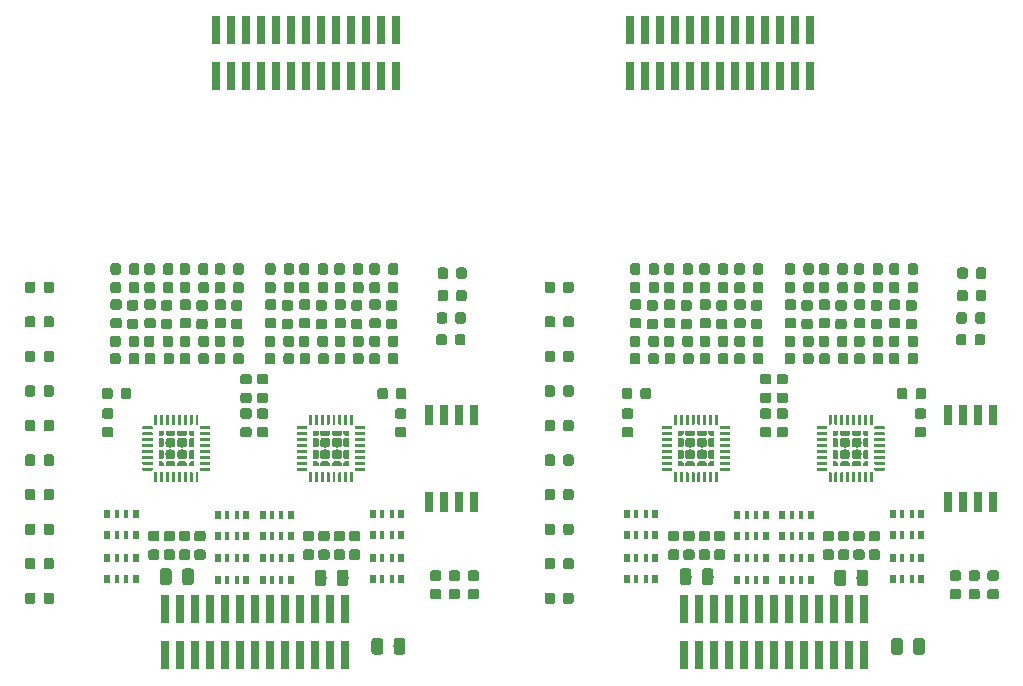
<source format=gbr>
%TF.GenerationSoftware,KiCad,Pcbnew,5.0.2-bee76a0~70~ubuntu18.04.1*%
%TF.CreationDate,2019-02-16T20:38:25+01:00*%
%TF.ProjectId,panel,70616e65-6c2e-46b6-9963-61645f706362,rev?*%
%TF.SameCoordinates,Original*%
%TF.FileFunction,Paste,Top*%
%TF.FilePolarity,Positive*%
%FSLAX46Y46*%
G04 Gerber Fmt 4.6, Leading zero omitted, Abs format (unit mm)*
G04 Created by KiCad (PCBNEW 5.0.2-bee76a0~70~ubuntu18.04.1) date lør 16 feb 2019 20:38:25 CET*
%MOMM*%
%LPD*%
G01*
G04 APERTURE LIST*
%ADD10R,0.740000X2.400000*%
%ADD11C,0.100000*%
%ADD12C,0.250000*%
%ADD13C,0.318785*%
%ADD14C,0.349614*%
%ADD15C,0.806226*%
%ADD16R,0.500000X0.800000*%
%ADD17R,0.400000X0.800000*%
%ADD18R,0.650000X1.700000*%
%ADD19C,0.875000*%
%ADD20C,0.975000*%
G04 APERTURE END LIST*
D10*
%TO.C,J102*%
X53045000Y-40075000D03*
X53045000Y-43975000D03*
X51775000Y-40075000D03*
X51775000Y-43975000D03*
X50505000Y-40075000D03*
X50505000Y-43975000D03*
X49235000Y-40075000D03*
X49235000Y-43975000D03*
X47965000Y-40075000D03*
X47965000Y-43975000D03*
X46695000Y-40075000D03*
X46695000Y-43975000D03*
X45425000Y-40075000D03*
X45425000Y-43975000D03*
X44155000Y-40075000D03*
X44155000Y-43975000D03*
X42885000Y-40075000D03*
X42885000Y-43975000D03*
X41615000Y-40075000D03*
X41615000Y-43975000D03*
X40345000Y-40075000D03*
X40345000Y-43975000D03*
X39075000Y-40075000D03*
X39075000Y-43975000D03*
X37805000Y-40075000D03*
X37805000Y-43975000D03*
%TD*%
%TO.C,J103*%
X72805000Y-43975000D03*
X72805000Y-40075000D03*
X74075000Y-43975000D03*
X74075000Y-40075000D03*
X75345000Y-43975000D03*
X75345000Y-40075000D03*
X76615000Y-43975000D03*
X76615000Y-40075000D03*
X77885000Y-43975000D03*
X77885000Y-40075000D03*
X79155000Y-43975000D03*
X79155000Y-40075000D03*
X80425000Y-43975000D03*
X80425000Y-40075000D03*
X81695000Y-43975000D03*
X81695000Y-40075000D03*
X82965000Y-43975000D03*
X82965000Y-40075000D03*
X84235000Y-43975000D03*
X84235000Y-40075000D03*
X85505000Y-43975000D03*
X85505000Y-40075000D03*
X86775000Y-43975000D03*
X86775000Y-40075000D03*
X88045000Y-43975000D03*
X88045000Y-40075000D03*
%TD*%
D11*
%TO.C,IC401*%
G36*
X80243626Y-77475301D02*
X80249693Y-77476201D01*
X80255643Y-77477691D01*
X80261418Y-77479758D01*
X80266962Y-77482380D01*
X80272223Y-77485533D01*
X80277150Y-77489187D01*
X80281694Y-77493306D01*
X80285813Y-77497850D01*
X80289467Y-77502777D01*
X80292620Y-77508038D01*
X80295242Y-77513582D01*
X80297309Y-77519357D01*
X80298799Y-77525307D01*
X80299699Y-77531374D01*
X80300000Y-77537500D01*
X80300000Y-78287500D01*
X80299699Y-78293626D01*
X80298799Y-78299693D01*
X80297309Y-78305643D01*
X80295242Y-78311418D01*
X80292620Y-78316962D01*
X80289467Y-78322223D01*
X80285813Y-78327150D01*
X80281694Y-78331694D01*
X80277150Y-78335813D01*
X80272223Y-78339467D01*
X80266962Y-78342620D01*
X80261418Y-78345242D01*
X80255643Y-78347309D01*
X80249693Y-78348799D01*
X80243626Y-78349699D01*
X80237500Y-78350000D01*
X80112500Y-78350000D01*
X80106374Y-78349699D01*
X80100307Y-78348799D01*
X80094357Y-78347309D01*
X80088582Y-78345242D01*
X80083038Y-78342620D01*
X80077777Y-78339467D01*
X80072850Y-78335813D01*
X80068306Y-78331694D01*
X80064187Y-78327150D01*
X80060533Y-78322223D01*
X80057380Y-78316962D01*
X80054758Y-78311418D01*
X80052691Y-78305643D01*
X80051201Y-78299693D01*
X80050301Y-78293626D01*
X80050000Y-78287500D01*
X80050000Y-77537500D01*
X80050301Y-77531374D01*
X80051201Y-77525307D01*
X80052691Y-77519357D01*
X80054758Y-77513582D01*
X80057380Y-77508038D01*
X80060533Y-77502777D01*
X80064187Y-77497850D01*
X80068306Y-77493306D01*
X80072850Y-77489187D01*
X80077777Y-77485533D01*
X80083038Y-77482380D01*
X80088582Y-77479758D01*
X80094357Y-77477691D01*
X80100307Y-77476201D01*
X80106374Y-77475301D01*
X80112500Y-77475000D01*
X80237500Y-77475000D01*
X80243626Y-77475301D01*
X80243626Y-77475301D01*
G37*
D12*
X80175000Y-77912500D03*
D11*
G36*
X79743626Y-77475301D02*
X79749693Y-77476201D01*
X79755643Y-77477691D01*
X79761418Y-77479758D01*
X79766962Y-77482380D01*
X79772223Y-77485533D01*
X79777150Y-77489187D01*
X79781694Y-77493306D01*
X79785813Y-77497850D01*
X79789467Y-77502777D01*
X79792620Y-77508038D01*
X79795242Y-77513582D01*
X79797309Y-77519357D01*
X79798799Y-77525307D01*
X79799699Y-77531374D01*
X79800000Y-77537500D01*
X79800000Y-78287500D01*
X79799699Y-78293626D01*
X79798799Y-78299693D01*
X79797309Y-78305643D01*
X79795242Y-78311418D01*
X79792620Y-78316962D01*
X79789467Y-78322223D01*
X79785813Y-78327150D01*
X79781694Y-78331694D01*
X79777150Y-78335813D01*
X79772223Y-78339467D01*
X79766962Y-78342620D01*
X79761418Y-78345242D01*
X79755643Y-78347309D01*
X79749693Y-78348799D01*
X79743626Y-78349699D01*
X79737500Y-78350000D01*
X79612500Y-78350000D01*
X79606374Y-78349699D01*
X79600307Y-78348799D01*
X79594357Y-78347309D01*
X79588582Y-78345242D01*
X79583038Y-78342620D01*
X79577777Y-78339467D01*
X79572850Y-78335813D01*
X79568306Y-78331694D01*
X79564187Y-78327150D01*
X79560533Y-78322223D01*
X79557380Y-78316962D01*
X79554758Y-78311418D01*
X79552691Y-78305643D01*
X79551201Y-78299693D01*
X79550301Y-78293626D01*
X79550000Y-78287500D01*
X79550000Y-77537500D01*
X79550301Y-77531374D01*
X79551201Y-77525307D01*
X79552691Y-77519357D01*
X79554758Y-77513582D01*
X79557380Y-77508038D01*
X79560533Y-77502777D01*
X79564187Y-77497850D01*
X79568306Y-77493306D01*
X79572850Y-77489187D01*
X79577777Y-77485533D01*
X79583038Y-77482380D01*
X79588582Y-77479758D01*
X79594357Y-77477691D01*
X79600307Y-77476201D01*
X79606374Y-77475301D01*
X79612500Y-77475000D01*
X79737500Y-77475000D01*
X79743626Y-77475301D01*
X79743626Y-77475301D01*
G37*
D12*
X79675000Y-77912500D03*
D11*
G36*
X79243626Y-77475301D02*
X79249693Y-77476201D01*
X79255643Y-77477691D01*
X79261418Y-77479758D01*
X79266962Y-77482380D01*
X79272223Y-77485533D01*
X79277150Y-77489187D01*
X79281694Y-77493306D01*
X79285813Y-77497850D01*
X79289467Y-77502777D01*
X79292620Y-77508038D01*
X79295242Y-77513582D01*
X79297309Y-77519357D01*
X79298799Y-77525307D01*
X79299699Y-77531374D01*
X79300000Y-77537500D01*
X79300000Y-78287500D01*
X79299699Y-78293626D01*
X79298799Y-78299693D01*
X79297309Y-78305643D01*
X79295242Y-78311418D01*
X79292620Y-78316962D01*
X79289467Y-78322223D01*
X79285813Y-78327150D01*
X79281694Y-78331694D01*
X79277150Y-78335813D01*
X79272223Y-78339467D01*
X79266962Y-78342620D01*
X79261418Y-78345242D01*
X79255643Y-78347309D01*
X79249693Y-78348799D01*
X79243626Y-78349699D01*
X79237500Y-78350000D01*
X79112500Y-78350000D01*
X79106374Y-78349699D01*
X79100307Y-78348799D01*
X79094357Y-78347309D01*
X79088582Y-78345242D01*
X79083038Y-78342620D01*
X79077777Y-78339467D01*
X79072850Y-78335813D01*
X79068306Y-78331694D01*
X79064187Y-78327150D01*
X79060533Y-78322223D01*
X79057380Y-78316962D01*
X79054758Y-78311418D01*
X79052691Y-78305643D01*
X79051201Y-78299693D01*
X79050301Y-78293626D01*
X79050000Y-78287500D01*
X79050000Y-77537500D01*
X79050301Y-77531374D01*
X79051201Y-77525307D01*
X79052691Y-77519357D01*
X79054758Y-77513582D01*
X79057380Y-77508038D01*
X79060533Y-77502777D01*
X79064187Y-77497850D01*
X79068306Y-77493306D01*
X79072850Y-77489187D01*
X79077777Y-77485533D01*
X79083038Y-77482380D01*
X79088582Y-77479758D01*
X79094357Y-77477691D01*
X79100307Y-77476201D01*
X79106374Y-77475301D01*
X79112500Y-77475000D01*
X79237500Y-77475000D01*
X79243626Y-77475301D01*
X79243626Y-77475301D01*
G37*
D12*
X79175000Y-77912500D03*
D11*
G36*
X78743626Y-77475301D02*
X78749693Y-77476201D01*
X78755643Y-77477691D01*
X78761418Y-77479758D01*
X78766962Y-77482380D01*
X78772223Y-77485533D01*
X78777150Y-77489187D01*
X78781694Y-77493306D01*
X78785813Y-77497850D01*
X78789467Y-77502777D01*
X78792620Y-77508038D01*
X78795242Y-77513582D01*
X78797309Y-77519357D01*
X78798799Y-77525307D01*
X78799699Y-77531374D01*
X78800000Y-77537500D01*
X78800000Y-78287500D01*
X78799699Y-78293626D01*
X78798799Y-78299693D01*
X78797309Y-78305643D01*
X78795242Y-78311418D01*
X78792620Y-78316962D01*
X78789467Y-78322223D01*
X78785813Y-78327150D01*
X78781694Y-78331694D01*
X78777150Y-78335813D01*
X78772223Y-78339467D01*
X78766962Y-78342620D01*
X78761418Y-78345242D01*
X78755643Y-78347309D01*
X78749693Y-78348799D01*
X78743626Y-78349699D01*
X78737500Y-78350000D01*
X78612500Y-78350000D01*
X78606374Y-78349699D01*
X78600307Y-78348799D01*
X78594357Y-78347309D01*
X78588582Y-78345242D01*
X78583038Y-78342620D01*
X78577777Y-78339467D01*
X78572850Y-78335813D01*
X78568306Y-78331694D01*
X78564187Y-78327150D01*
X78560533Y-78322223D01*
X78557380Y-78316962D01*
X78554758Y-78311418D01*
X78552691Y-78305643D01*
X78551201Y-78299693D01*
X78550301Y-78293626D01*
X78550000Y-78287500D01*
X78550000Y-77537500D01*
X78550301Y-77531374D01*
X78551201Y-77525307D01*
X78552691Y-77519357D01*
X78554758Y-77513582D01*
X78557380Y-77508038D01*
X78560533Y-77502777D01*
X78564187Y-77497850D01*
X78568306Y-77493306D01*
X78572850Y-77489187D01*
X78577777Y-77485533D01*
X78583038Y-77482380D01*
X78588582Y-77479758D01*
X78594357Y-77477691D01*
X78600307Y-77476201D01*
X78606374Y-77475301D01*
X78612500Y-77475000D01*
X78737500Y-77475000D01*
X78743626Y-77475301D01*
X78743626Y-77475301D01*
G37*
D12*
X78675000Y-77912500D03*
D11*
G36*
X78243626Y-77475301D02*
X78249693Y-77476201D01*
X78255643Y-77477691D01*
X78261418Y-77479758D01*
X78266962Y-77482380D01*
X78272223Y-77485533D01*
X78277150Y-77489187D01*
X78281694Y-77493306D01*
X78285813Y-77497850D01*
X78289467Y-77502777D01*
X78292620Y-77508038D01*
X78295242Y-77513582D01*
X78297309Y-77519357D01*
X78298799Y-77525307D01*
X78299699Y-77531374D01*
X78300000Y-77537500D01*
X78300000Y-78287500D01*
X78299699Y-78293626D01*
X78298799Y-78299693D01*
X78297309Y-78305643D01*
X78295242Y-78311418D01*
X78292620Y-78316962D01*
X78289467Y-78322223D01*
X78285813Y-78327150D01*
X78281694Y-78331694D01*
X78277150Y-78335813D01*
X78272223Y-78339467D01*
X78266962Y-78342620D01*
X78261418Y-78345242D01*
X78255643Y-78347309D01*
X78249693Y-78348799D01*
X78243626Y-78349699D01*
X78237500Y-78350000D01*
X78112500Y-78350000D01*
X78106374Y-78349699D01*
X78100307Y-78348799D01*
X78094357Y-78347309D01*
X78088582Y-78345242D01*
X78083038Y-78342620D01*
X78077777Y-78339467D01*
X78072850Y-78335813D01*
X78068306Y-78331694D01*
X78064187Y-78327150D01*
X78060533Y-78322223D01*
X78057380Y-78316962D01*
X78054758Y-78311418D01*
X78052691Y-78305643D01*
X78051201Y-78299693D01*
X78050301Y-78293626D01*
X78050000Y-78287500D01*
X78050000Y-77537500D01*
X78050301Y-77531374D01*
X78051201Y-77525307D01*
X78052691Y-77519357D01*
X78054758Y-77513582D01*
X78057380Y-77508038D01*
X78060533Y-77502777D01*
X78064187Y-77497850D01*
X78068306Y-77493306D01*
X78072850Y-77489187D01*
X78077777Y-77485533D01*
X78083038Y-77482380D01*
X78088582Y-77479758D01*
X78094357Y-77477691D01*
X78100307Y-77476201D01*
X78106374Y-77475301D01*
X78112500Y-77475000D01*
X78237500Y-77475000D01*
X78243626Y-77475301D01*
X78243626Y-77475301D01*
G37*
D12*
X78175000Y-77912500D03*
D11*
G36*
X77743626Y-77475301D02*
X77749693Y-77476201D01*
X77755643Y-77477691D01*
X77761418Y-77479758D01*
X77766962Y-77482380D01*
X77772223Y-77485533D01*
X77777150Y-77489187D01*
X77781694Y-77493306D01*
X77785813Y-77497850D01*
X77789467Y-77502777D01*
X77792620Y-77508038D01*
X77795242Y-77513582D01*
X77797309Y-77519357D01*
X77798799Y-77525307D01*
X77799699Y-77531374D01*
X77800000Y-77537500D01*
X77800000Y-78287500D01*
X77799699Y-78293626D01*
X77798799Y-78299693D01*
X77797309Y-78305643D01*
X77795242Y-78311418D01*
X77792620Y-78316962D01*
X77789467Y-78322223D01*
X77785813Y-78327150D01*
X77781694Y-78331694D01*
X77777150Y-78335813D01*
X77772223Y-78339467D01*
X77766962Y-78342620D01*
X77761418Y-78345242D01*
X77755643Y-78347309D01*
X77749693Y-78348799D01*
X77743626Y-78349699D01*
X77737500Y-78350000D01*
X77612500Y-78350000D01*
X77606374Y-78349699D01*
X77600307Y-78348799D01*
X77594357Y-78347309D01*
X77588582Y-78345242D01*
X77583038Y-78342620D01*
X77577777Y-78339467D01*
X77572850Y-78335813D01*
X77568306Y-78331694D01*
X77564187Y-78327150D01*
X77560533Y-78322223D01*
X77557380Y-78316962D01*
X77554758Y-78311418D01*
X77552691Y-78305643D01*
X77551201Y-78299693D01*
X77550301Y-78293626D01*
X77550000Y-78287500D01*
X77550000Y-77537500D01*
X77550301Y-77531374D01*
X77551201Y-77525307D01*
X77552691Y-77519357D01*
X77554758Y-77513582D01*
X77557380Y-77508038D01*
X77560533Y-77502777D01*
X77564187Y-77497850D01*
X77568306Y-77493306D01*
X77572850Y-77489187D01*
X77577777Y-77485533D01*
X77583038Y-77482380D01*
X77588582Y-77479758D01*
X77594357Y-77477691D01*
X77600307Y-77476201D01*
X77606374Y-77475301D01*
X77612500Y-77475000D01*
X77737500Y-77475000D01*
X77743626Y-77475301D01*
X77743626Y-77475301D01*
G37*
D12*
X77675000Y-77912500D03*
D11*
G36*
X77243626Y-77475301D02*
X77249693Y-77476201D01*
X77255643Y-77477691D01*
X77261418Y-77479758D01*
X77266962Y-77482380D01*
X77272223Y-77485533D01*
X77277150Y-77489187D01*
X77281694Y-77493306D01*
X77285813Y-77497850D01*
X77289467Y-77502777D01*
X77292620Y-77508038D01*
X77295242Y-77513582D01*
X77297309Y-77519357D01*
X77298799Y-77525307D01*
X77299699Y-77531374D01*
X77300000Y-77537500D01*
X77300000Y-78287500D01*
X77299699Y-78293626D01*
X77298799Y-78299693D01*
X77297309Y-78305643D01*
X77295242Y-78311418D01*
X77292620Y-78316962D01*
X77289467Y-78322223D01*
X77285813Y-78327150D01*
X77281694Y-78331694D01*
X77277150Y-78335813D01*
X77272223Y-78339467D01*
X77266962Y-78342620D01*
X77261418Y-78345242D01*
X77255643Y-78347309D01*
X77249693Y-78348799D01*
X77243626Y-78349699D01*
X77237500Y-78350000D01*
X77112500Y-78350000D01*
X77106374Y-78349699D01*
X77100307Y-78348799D01*
X77094357Y-78347309D01*
X77088582Y-78345242D01*
X77083038Y-78342620D01*
X77077777Y-78339467D01*
X77072850Y-78335813D01*
X77068306Y-78331694D01*
X77064187Y-78327150D01*
X77060533Y-78322223D01*
X77057380Y-78316962D01*
X77054758Y-78311418D01*
X77052691Y-78305643D01*
X77051201Y-78299693D01*
X77050301Y-78293626D01*
X77050000Y-78287500D01*
X77050000Y-77537500D01*
X77050301Y-77531374D01*
X77051201Y-77525307D01*
X77052691Y-77519357D01*
X77054758Y-77513582D01*
X77057380Y-77508038D01*
X77060533Y-77502777D01*
X77064187Y-77497850D01*
X77068306Y-77493306D01*
X77072850Y-77489187D01*
X77077777Y-77485533D01*
X77083038Y-77482380D01*
X77088582Y-77479758D01*
X77094357Y-77477691D01*
X77100307Y-77476201D01*
X77106374Y-77475301D01*
X77112500Y-77475000D01*
X77237500Y-77475000D01*
X77243626Y-77475301D01*
X77243626Y-77475301D01*
G37*
D12*
X77175000Y-77912500D03*
D11*
G36*
X76743626Y-77475301D02*
X76749693Y-77476201D01*
X76755643Y-77477691D01*
X76761418Y-77479758D01*
X76766962Y-77482380D01*
X76772223Y-77485533D01*
X76777150Y-77489187D01*
X76781694Y-77493306D01*
X76785813Y-77497850D01*
X76789467Y-77502777D01*
X76792620Y-77508038D01*
X76795242Y-77513582D01*
X76797309Y-77519357D01*
X76798799Y-77525307D01*
X76799699Y-77531374D01*
X76800000Y-77537500D01*
X76800000Y-78287500D01*
X76799699Y-78293626D01*
X76798799Y-78299693D01*
X76797309Y-78305643D01*
X76795242Y-78311418D01*
X76792620Y-78316962D01*
X76789467Y-78322223D01*
X76785813Y-78327150D01*
X76781694Y-78331694D01*
X76777150Y-78335813D01*
X76772223Y-78339467D01*
X76766962Y-78342620D01*
X76761418Y-78345242D01*
X76755643Y-78347309D01*
X76749693Y-78348799D01*
X76743626Y-78349699D01*
X76737500Y-78350000D01*
X76612500Y-78350000D01*
X76606374Y-78349699D01*
X76600307Y-78348799D01*
X76594357Y-78347309D01*
X76588582Y-78345242D01*
X76583038Y-78342620D01*
X76577777Y-78339467D01*
X76572850Y-78335813D01*
X76568306Y-78331694D01*
X76564187Y-78327150D01*
X76560533Y-78322223D01*
X76557380Y-78316962D01*
X76554758Y-78311418D01*
X76552691Y-78305643D01*
X76551201Y-78299693D01*
X76550301Y-78293626D01*
X76550000Y-78287500D01*
X76550000Y-77537500D01*
X76550301Y-77531374D01*
X76551201Y-77525307D01*
X76552691Y-77519357D01*
X76554758Y-77513582D01*
X76557380Y-77508038D01*
X76560533Y-77502777D01*
X76564187Y-77497850D01*
X76568306Y-77493306D01*
X76572850Y-77489187D01*
X76577777Y-77485533D01*
X76583038Y-77482380D01*
X76588582Y-77479758D01*
X76594357Y-77477691D01*
X76600307Y-77476201D01*
X76606374Y-77475301D01*
X76612500Y-77475000D01*
X76737500Y-77475000D01*
X76743626Y-77475301D01*
X76743626Y-77475301D01*
G37*
D12*
X76675000Y-77912500D03*
D11*
G36*
X76368626Y-77100301D02*
X76374693Y-77101201D01*
X76380643Y-77102691D01*
X76386418Y-77104758D01*
X76391962Y-77107380D01*
X76397223Y-77110533D01*
X76402150Y-77114187D01*
X76406694Y-77118306D01*
X76410813Y-77122850D01*
X76414467Y-77127777D01*
X76417620Y-77133038D01*
X76420242Y-77138582D01*
X76422309Y-77144357D01*
X76423799Y-77150307D01*
X76424699Y-77156374D01*
X76425000Y-77162500D01*
X76425000Y-77287500D01*
X76424699Y-77293626D01*
X76423799Y-77299693D01*
X76422309Y-77305643D01*
X76420242Y-77311418D01*
X76417620Y-77316962D01*
X76414467Y-77322223D01*
X76410813Y-77327150D01*
X76406694Y-77331694D01*
X76402150Y-77335813D01*
X76397223Y-77339467D01*
X76391962Y-77342620D01*
X76386418Y-77345242D01*
X76380643Y-77347309D01*
X76374693Y-77348799D01*
X76368626Y-77349699D01*
X76362500Y-77350000D01*
X75612500Y-77350000D01*
X75606374Y-77349699D01*
X75600307Y-77348799D01*
X75594357Y-77347309D01*
X75588582Y-77345242D01*
X75583038Y-77342620D01*
X75577777Y-77339467D01*
X75572850Y-77335813D01*
X75568306Y-77331694D01*
X75564187Y-77327150D01*
X75560533Y-77322223D01*
X75557380Y-77316962D01*
X75554758Y-77311418D01*
X75552691Y-77305643D01*
X75551201Y-77299693D01*
X75550301Y-77293626D01*
X75550000Y-77287500D01*
X75550000Y-77162500D01*
X75550301Y-77156374D01*
X75551201Y-77150307D01*
X75552691Y-77144357D01*
X75554758Y-77138582D01*
X75557380Y-77133038D01*
X75560533Y-77127777D01*
X75564187Y-77122850D01*
X75568306Y-77118306D01*
X75572850Y-77114187D01*
X75577777Y-77110533D01*
X75583038Y-77107380D01*
X75588582Y-77104758D01*
X75594357Y-77102691D01*
X75600307Y-77101201D01*
X75606374Y-77100301D01*
X75612500Y-77100000D01*
X76362500Y-77100000D01*
X76368626Y-77100301D01*
X76368626Y-77100301D01*
G37*
D12*
X75987500Y-77225000D03*
D11*
G36*
X76368626Y-76600301D02*
X76374693Y-76601201D01*
X76380643Y-76602691D01*
X76386418Y-76604758D01*
X76391962Y-76607380D01*
X76397223Y-76610533D01*
X76402150Y-76614187D01*
X76406694Y-76618306D01*
X76410813Y-76622850D01*
X76414467Y-76627777D01*
X76417620Y-76633038D01*
X76420242Y-76638582D01*
X76422309Y-76644357D01*
X76423799Y-76650307D01*
X76424699Y-76656374D01*
X76425000Y-76662500D01*
X76425000Y-76787500D01*
X76424699Y-76793626D01*
X76423799Y-76799693D01*
X76422309Y-76805643D01*
X76420242Y-76811418D01*
X76417620Y-76816962D01*
X76414467Y-76822223D01*
X76410813Y-76827150D01*
X76406694Y-76831694D01*
X76402150Y-76835813D01*
X76397223Y-76839467D01*
X76391962Y-76842620D01*
X76386418Y-76845242D01*
X76380643Y-76847309D01*
X76374693Y-76848799D01*
X76368626Y-76849699D01*
X76362500Y-76850000D01*
X75612500Y-76850000D01*
X75606374Y-76849699D01*
X75600307Y-76848799D01*
X75594357Y-76847309D01*
X75588582Y-76845242D01*
X75583038Y-76842620D01*
X75577777Y-76839467D01*
X75572850Y-76835813D01*
X75568306Y-76831694D01*
X75564187Y-76827150D01*
X75560533Y-76822223D01*
X75557380Y-76816962D01*
X75554758Y-76811418D01*
X75552691Y-76805643D01*
X75551201Y-76799693D01*
X75550301Y-76793626D01*
X75550000Y-76787500D01*
X75550000Y-76662500D01*
X75550301Y-76656374D01*
X75551201Y-76650307D01*
X75552691Y-76644357D01*
X75554758Y-76638582D01*
X75557380Y-76633038D01*
X75560533Y-76627777D01*
X75564187Y-76622850D01*
X75568306Y-76618306D01*
X75572850Y-76614187D01*
X75577777Y-76610533D01*
X75583038Y-76607380D01*
X75588582Y-76604758D01*
X75594357Y-76602691D01*
X75600307Y-76601201D01*
X75606374Y-76600301D01*
X75612500Y-76600000D01*
X76362500Y-76600000D01*
X76368626Y-76600301D01*
X76368626Y-76600301D01*
G37*
D12*
X75987500Y-76725000D03*
D11*
G36*
X76368626Y-76100301D02*
X76374693Y-76101201D01*
X76380643Y-76102691D01*
X76386418Y-76104758D01*
X76391962Y-76107380D01*
X76397223Y-76110533D01*
X76402150Y-76114187D01*
X76406694Y-76118306D01*
X76410813Y-76122850D01*
X76414467Y-76127777D01*
X76417620Y-76133038D01*
X76420242Y-76138582D01*
X76422309Y-76144357D01*
X76423799Y-76150307D01*
X76424699Y-76156374D01*
X76425000Y-76162500D01*
X76425000Y-76287500D01*
X76424699Y-76293626D01*
X76423799Y-76299693D01*
X76422309Y-76305643D01*
X76420242Y-76311418D01*
X76417620Y-76316962D01*
X76414467Y-76322223D01*
X76410813Y-76327150D01*
X76406694Y-76331694D01*
X76402150Y-76335813D01*
X76397223Y-76339467D01*
X76391962Y-76342620D01*
X76386418Y-76345242D01*
X76380643Y-76347309D01*
X76374693Y-76348799D01*
X76368626Y-76349699D01*
X76362500Y-76350000D01*
X75612500Y-76350000D01*
X75606374Y-76349699D01*
X75600307Y-76348799D01*
X75594357Y-76347309D01*
X75588582Y-76345242D01*
X75583038Y-76342620D01*
X75577777Y-76339467D01*
X75572850Y-76335813D01*
X75568306Y-76331694D01*
X75564187Y-76327150D01*
X75560533Y-76322223D01*
X75557380Y-76316962D01*
X75554758Y-76311418D01*
X75552691Y-76305643D01*
X75551201Y-76299693D01*
X75550301Y-76293626D01*
X75550000Y-76287500D01*
X75550000Y-76162500D01*
X75550301Y-76156374D01*
X75551201Y-76150307D01*
X75552691Y-76144357D01*
X75554758Y-76138582D01*
X75557380Y-76133038D01*
X75560533Y-76127777D01*
X75564187Y-76122850D01*
X75568306Y-76118306D01*
X75572850Y-76114187D01*
X75577777Y-76110533D01*
X75583038Y-76107380D01*
X75588582Y-76104758D01*
X75594357Y-76102691D01*
X75600307Y-76101201D01*
X75606374Y-76100301D01*
X75612500Y-76100000D01*
X76362500Y-76100000D01*
X76368626Y-76100301D01*
X76368626Y-76100301D01*
G37*
D12*
X75987500Y-76225000D03*
D11*
G36*
X76368626Y-75600301D02*
X76374693Y-75601201D01*
X76380643Y-75602691D01*
X76386418Y-75604758D01*
X76391962Y-75607380D01*
X76397223Y-75610533D01*
X76402150Y-75614187D01*
X76406694Y-75618306D01*
X76410813Y-75622850D01*
X76414467Y-75627777D01*
X76417620Y-75633038D01*
X76420242Y-75638582D01*
X76422309Y-75644357D01*
X76423799Y-75650307D01*
X76424699Y-75656374D01*
X76425000Y-75662500D01*
X76425000Y-75787500D01*
X76424699Y-75793626D01*
X76423799Y-75799693D01*
X76422309Y-75805643D01*
X76420242Y-75811418D01*
X76417620Y-75816962D01*
X76414467Y-75822223D01*
X76410813Y-75827150D01*
X76406694Y-75831694D01*
X76402150Y-75835813D01*
X76397223Y-75839467D01*
X76391962Y-75842620D01*
X76386418Y-75845242D01*
X76380643Y-75847309D01*
X76374693Y-75848799D01*
X76368626Y-75849699D01*
X76362500Y-75850000D01*
X75612500Y-75850000D01*
X75606374Y-75849699D01*
X75600307Y-75848799D01*
X75594357Y-75847309D01*
X75588582Y-75845242D01*
X75583038Y-75842620D01*
X75577777Y-75839467D01*
X75572850Y-75835813D01*
X75568306Y-75831694D01*
X75564187Y-75827150D01*
X75560533Y-75822223D01*
X75557380Y-75816962D01*
X75554758Y-75811418D01*
X75552691Y-75805643D01*
X75551201Y-75799693D01*
X75550301Y-75793626D01*
X75550000Y-75787500D01*
X75550000Y-75662500D01*
X75550301Y-75656374D01*
X75551201Y-75650307D01*
X75552691Y-75644357D01*
X75554758Y-75638582D01*
X75557380Y-75633038D01*
X75560533Y-75627777D01*
X75564187Y-75622850D01*
X75568306Y-75618306D01*
X75572850Y-75614187D01*
X75577777Y-75610533D01*
X75583038Y-75607380D01*
X75588582Y-75604758D01*
X75594357Y-75602691D01*
X75600307Y-75601201D01*
X75606374Y-75600301D01*
X75612500Y-75600000D01*
X76362500Y-75600000D01*
X76368626Y-75600301D01*
X76368626Y-75600301D01*
G37*
D12*
X75987500Y-75725000D03*
D11*
G36*
X76368626Y-75100301D02*
X76374693Y-75101201D01*
X76380643Y-75102691D01*
X76386418Y-75104758D01*
X76391962Y-75107380D01*
X76397223Y-75110533D01*
X76402150Y-75114187D01*
X76406694Y-75118306D01*
X76410813Y-75122850D01*
X76414467Y-75127777D01*
X76417620Y-75133038D01*
X76420242Y-75138582D01*
X76422309Y-75144357D01*
X76423799Y-75150307D01*
X76424699Y-75156374D01*
X76425000Y-75162500D01*
X76425000Y-75287500D01*
X76424699Y-75293626D01*
X76423799Y-75299693D01*
X76422309Y-75305643D01*
X76420242Y-75311418D01*
X76417620Y-75316962D01*
X76414467Y-75322223D01*
X76410813Y-75327150D01*
X76406694Y-75331694D01*
X76402150Y-75335813D01*
X76397223Y-75339467D01*
X76391962Y-75342620D01*
X76386418Y-75345242D01*
X76380643Y-75347309D01*
X76374693Y-75348799D01*
X76368626Y-75349699D01*
X76362500Y-75350000D01*
X75612500Y-75350000D01*
X75606374Y-75349699D01*
X75600307Y-75348799D01*
X75594357Y-75347309D01*
X75588582Y-75345242D01*
X75583038Y-75342620D01*
X75577777Y-75339467D01*
X75572850Y-75335813D01*
X75568306Y-75331694D01*
X75564187Y-75327150D01*
X75560533Y-75322223D01*
X75557380Y-75316962D01*
X75554758Y-75311418D01*
X75552691Y-75305643D01*
X75551201Y-75299693D01*
X75550301Y-75293626D01*
X75550000Y-75287500D01*
X75550000Y-75162500D01*
X75550301Y-75156374D01*
X75551201Y-75150307D01*
X75552691Y-75144357D01*
X75554758Y-75138582D01*
X75557380Y-75133038D01*
X75560533Y-75127777D01*
X75564187Y-75122850D01*
X75568306Y-75118306D01*
X75572850Y-75114187D01*
X75577777Y-75110533D01*
X75583038Y-75107380D01*
X75588582Y-75104758D01*
X75594357Y-75102691D01*
X75600307Y-75101201D01*
X75606374Y-75100301D01*
X75612500Y-75100000D01*
X76362500Y-75100000D01*
X76368626Y-75100301D01*
X76368626Y-75100301D01*
G37*
D12*
X75987500Y-75225000D03*
D11*
G36*
X76368626Y-74600301D02*
X76374693Y-74601201D01*
X76380643Y-74602691D01*
X76386418Y-74604758D01*
X76391962Y-74607380D01*
X76397223Y-74610533D01*
X76402150Y-74614187D01*
X76406694Y-74618306D01*
X76410813Y-74622850D01*
X76414467Y-74627777D01*
X76417620Y-74633038D01*
X76420242Y-74638582D01*
X76422309Y-74644357D01*
X76423799Y-74650307D01*
X76424699Y-74656374D01*
X76425000Y-74662500D01*
X76425000Y-74787500D01*
X76424699Y-74793626D01*
X76423799Y-74799693D01*
X76422309Y-74805643D01*
X76420242Y-74811418D01*
X76417620Y-74816962D01*
X76414467Y-74822223D01*
X76410813Y-74827150D01*
X76406694Y-74831694D01*
X76402150Y-74835813D01*
X76397223Y-74839467D01*
X76391962Y-74842620D01*
X76386418Y-74845242D01*
X76380643Y-74847309D01*
X76374693Y-74848799D01*
X76368626Y-74849699D01*
X76362500Y-74850000D01*
X75612500Y-74850000D01*
X75606374Y-74849699D01*
X75600307Y-74848799D01*
X75594357Y-74847309D01*
X75588582Y-74845242D01*
X75583038Y-74842620D01*
X75577777Y-74839467D01*
X75572850Y-74835813D01*
X75568306Y-74831694D01*
X75564187Y-74827150D01*
X75560533Y-74822223D01*
X75557380Y-74816962D01*
X75554758Y-74811418D01*
X75552691Y-74805643D01*
X75551201Y-74799693D01*
X75550301Y-74793626D01*
X75550000Y-74787500D01*
X75550000Y-74662500D01*
X75550301Y-74656374D01*
X75551201Y-74650307D01*
X75552691Y-74644357D01*
X75554758Y-74638582D01*
X75557380Y-74633038D01*
X75560533Y-74627777D01*
X75564187Y-74622850D01*
X75568306Y-74618306D01*
X75572850Y-74614187D01*
X75577777Y-74610533D01*
X75583038Y-74607380D01*
X75588582Y-74604758D01*
X75594357Y-74602691D01*
X75600307Y-74601201D01*
X75606374Y-74600301D01*
X75612500Y-74600000D01*
X76362500Y-74600000D01*
X76368626Y-74600301D01*
X76368626Y-74600301D01*
G37*
D12*
X75987500Y-74725000D03*
D11*
G36*
X76368626Y-74100301D02*
X76374693Y-74101201D01*
X76380643Y-74102691D01*
X76386418Y-74104758D01*
X76391962Y-74107380D01*
X76397223Y-74110533D01*
X76402150Y-74114187D01*
X76406694Y-74118306D01*
X76410813Y-74122850D01*
X76414467Y-74127777D01*
X76417620Y-74133038D01*
X76420242Y-74138582D01*
X76422309Y-74144357D01*
X76423799Y-74150307D01*
X76424699Y-74156374D01*
X76425000Y-74162500D01*
X76425000Y-74287500D01*
X76424699Y-74293626D01*
X76423799Y-74299693D01*
X76422309Y-74305643D01*
X76420242Y-74311418D01*
X76417620Y-74316962D01*
X76414467Y-74322223D01*
X76410813Y-74327150D01*
X76406694Y-74331694D01*
X76402150Y-74335813D01*
X76397223Y-74339467D01*
X76391962Y-74342620D01*
X76386418Y-74345242D01*
X76380643Y-74347309D01*
X76374693Y-74348799D01*
X76368626Y-74349699D01*
X76362500Y-74350000D01*
X75612500Y-74350000D01*
X75606374Y-74349699D01*
X75600307Y-74348799D01*
X75594357Y-74347309D01*
X75588582Y-74345242D01*
X75583038Y-74342620D01*
X75577777Y-74339467D01*
X75572850Y-74335813D01*
X75568306Y-74331694D01*
X75564187Y-74327150D01*
X75560533Y-74322223D01*
X75557380Y-74316962D01*
X75554758Y-74311418D01*
X75552691Y-74305643D01*
X75551201Y-74299693D01*
X75550301Y-74293626D01*
X75550000Y-74287500D01*
X75550000Y-74162500D01*
X75550301Y-74156374D01*
X75551201Y-74150307D01*
X75552691Y-74144357D01*
X75554758Y-74138582D01*
X75557380Y-74133038D01*
X75560533Y-74127777D01*
X75564187Y-74122850D01*
X75568306Y-74118306D01*
X75572850Y-74114187D01*
X75577777Y-74110533D01*
X75583038Y-74107380D01*
X75588582Y-74104758D01*
X75594357Y-74102691D01*
X75600307Y-74101201D01*
X75606374Y-74100301D01*
X75612500Y-74100000D01*
X76362500Y-74100000D01*
X76368626Y-74100301D01*
X76368626Y-74100301D01*
G37*
D12*
X75987500Y-74225000D03*
D11*
G36*
X76368626Y-73600301D02*
X76374693Y-73601201D01*
X76380643Y-73602691D01*
X76386418Y-73604758D01*
X76391962Y-73607380D01*
X76397223Y-73610533D01*
X76402150Y-73614187D01*
X76406694Y-73618306D01*
X76410813Y-73622850D01*
X76414467Y-73627777D01*
X76417620Y-73633038D01*
X76420242Y-73638582D01*
X76422309Y-73644357D01*
X76423799Y-73650307D01*
X76424699Y-73656374D01*
X76425000Y-73662500D01*
X76425000Y-73787500D01*
X76424699Y-73793626D01*
X76423799Y-73799693D01*
X76422309Y-73805643D01*
X76420242Y-73811418D01*
X76417620Y-73816962D01*
X76414467Y-73822223D01*
X76410813Y-73827150D01*
X76406694Y-73831694D01*
X76402150Y-73835813D01*
X76397223Y-73839467D01*
X76391962Y-73842620D01*
X76386418Y-73845242D01*
X76380643Y-73847309D01*
X76374693Y-73848799D01*
X76368626Y-73849699D01*
X76362500Y-73850000D01*
X75612500Y-73850000D01*
X75606374Y-73849699D01*
X75600307Y-73848799D01*
X75594357Y-73847309D01*
X75588582Y-73845242D01*
X75583038Y-73842620D01*
X75577777Y-73839467D01*
X75572850Y-73835813D01*
X75568306Y-73831694D01*
X75564187Y-73827150D01*
X75560533Y-73822223D01*
X75557380Y-73816962D01*
X75554758Y-73811418D01*
X75552691Y-73805643D01*
X75551201Y-73799693D01*
X75550301Y-73793626D01*
X75550000Y-73787500D01*
X75550000Y-73662500D01*
X75550301Y-73656374D01*
X75551201Y-73650307D01*
X75552691Y-73644357D01*
X75554758Y-73638582D01*
X75557380Y-73633038D01*
X75560533Y-73627777D01*
X75564187Y-73622850D01*
X75568306Y-73618306D01*
X75572850Y-73614187D01*
X75577777Y-73610533D01*
X75583038Y-73607380D01*
X75588582Y-73604758D01*
X75594357Y-73602691D01*
X75600307Y-73601201D01*
X75606374Y-73600301D01*
X75612500Y-73600000D01*
X76362500Y-73600000D01*
X76368626Y-73600301D01*
X76368626Y-73600301D01*
G37*
D12*
X75987500Y-73725000D03*
D11*
G36*
X76743626Y-72600301D02*
X76749693Y-72601201D01*
X76755643Y-72602691D01*
X76761418Y-72604758D01*
X76766962Y-72607380D01*
X76772223Y-72610533D01*
X76777150Y-72614187D01*
X76781694Y-72618306D01*
X76785813Y-72622850D01*
X76789467Y-72627777D01*
X76792620Y-72633038D01*
X76795242Y-72638582D01*
X76797309Y-72644357D01*
X76798799Y-72650307D01*
X76799699Y-72656374D01*
X76800000Y-72662500D01*
X76800000Y-73412500D01*
X76799699Y-73418626D01*
X76798799Y-73424693D01*
X76797309Y-73430643D01*
X76795242Y-73436418D01*
X76792620Y-73441962D01*
X76789467Y-73447223D01*
X76785813Y-73452150D01*
X76781694Y-73456694D01*
X76777150Y-73460813D01*
X76772223Y-73464467D01*
X76766962Y-73467620D01*
X76761418Y-73470242D01*
X76755643Y-73472309D01*
X76749693Y-73473799D01*
X76743626Y-73474699D01*
X76737500Y-73475000D01*
X76612500Y-73475000D01*
X76606374Y-73474699D01*
X76600307Y-73473799D01*
X76594357Y-73472309D01*
X76588582Y-73470242D01*
X76583038Y-73467620D01*
X76577777Y-73464467D01*
X76572850Y-73460813D01*
X76568306Y-73456694D01*
X76564187Y-73452150D01*
X76560533Y-73447223D01*
X76557380Y-73441962D01*
X76554758Y-73436418D01*
X76552691Y-73430643D01*
X76551201Y-73424693D01*
X76550301Y-73418626D01*
X76550000Y-73412500D01*
X76550000Y-72662500D01*
X76550301Y-72656374D01*
X76551201Y-72650307D01*
X76552691Y-72644357D01*
X76554758Y-72638582D01*
X76557380Y-72633038D01*
X76560533Y-72627777D01*
X76564187Y-72622850D01*
X76568306Y-72618306D01*
X76572850Y-72614187D01*
X76577777Y-72610533D01*
X76583038Y-72607380D01*
X76588582Y-72604758D01*
X76594357Y-72602691D01*
X76600307Y-72601201D01*
X76606374Y-72600301D01*
X76612500Y-72600000D01*
X76737500Y-72600000D01*
X76743626Y-72600301D01*
X76743626Y-72600301D01*
G37*
D12*
X76675000Y-73037500D03*
D11*
G36*
X77243626Y-72600301D02*
X77249693Y-72601201D01*
X77255643Y-72602691D01*
X77261418Y-72604758D01*
X77266962Y-72607380D01*
X77272223Y-72610533D01*
X77277150Y-72614187D01*
X77281694Y-72618306D01*
X77285813Y-72622850D01*
X77289467Y-72627777D01*
X77292620Y-72633038D01*
X77295242Y-72638582D01*
X77297309Y-72644357D01*
X77298799Y-72650307D01*
X77299699Y-72656374D01*
X77300000Y-72662500D01*
X77300000Y-73412500D01*
X77299699Y-73418626D01*
X77298799Y-73424693D01*
X77297309Y-73430643D01*
X77295242Y-73436418D01*
X77292620Y-73441962D01*
X77289467Y-73447223D01*
X77285813Y-73452150D01*
X77281694Y-73456694D01*
X77277150Y-73460813D01*
X77272223Y-73464467D01*
X77266962Y-73467620D01*
X77261418Y-73470242D01*
X77255643Y-73472309D01*
X77249693Y-73473799D01*
X77243626Y-73474699D01*
X77237500Y-73475000D01*
X77112500Y-73475000D01*
X77106374Y-73474699D01*
X77100307Y-73473799D01*
X77094357Y-73472309D01*
X77088582Y-73470242D01*
X77083038Y-73467620D01*
X77077777Y-73464467D01*
X77072850Y-73460813D01*
X77068306Y-73456694D01*
X77064187Y-73452150D01*
X77060533Y-73447223D01*
X77057380Y-73441962D01*
X77054758Y-73436418D01*
X77052691Y-73430643D01*
X77051201Y-73424693D01*
X77050301Y-73418626D01*
X77050000Y-73412500D01*
X77050000Y-72662500D01*
X77050301Y-72656374D01*
X77051201Y-72650307D01*
X77052691Y-72644357D01*
X77054758Y-72638582D01*
X77057380Y-72633038D01*
X77060533Y-72627777D01*
X77064187Y-72622850D01*
X77068306Y-72618306D01*
X77072850Y-72614187D01*
X77077777Y-72610533D01*
X77083038Y-72607380D01*
X77088582Y-72604758D01*
X77094357Y-72602691D01*
X77100307Y-72601201D01*
X77106374Y-72600301D01*
X77112500Y-72600000D01*
X77237500Y-72600000D01*
X77243626Y-72600301D01*
X77243626Y-72600301D01*
G37*
D12*
X77175000Y-73037500D03*
D11*
G36*
X77743626Y-72600301D02*
X77749693Y-72601201D01*
X77755643Y-72602691D01*
X77761418Y-72604758D01*
X77766962Y-72607380D01*
X77772223Y-72610533D01*
X77777150Y-72614187D01*
X77781694Y-72618306D01*
X77785813Y-72622850D01*
X77789467Y-72627777D01*
X77792620Y-72633038D01*
X77795242Y-72638582D01*
X77797309Y-72644357D01*
X77798799Y-72650307D01*
X77799699Y-72656374D01*
X77800000Y-72662500D01*
X77800000Y-73412500D01*
X77799699Y-73418626D01*
X77798799Y-73424693D01*
X77797309Y-73430643D01*
X77795242Y-73436418D01*
X77792620Y-73441962D01*
X77789467Y-73447223D01*
X77785813Y-73452150D01*
X77781694Y-73456694D01*
X77777150Y-73460813D01*
X77772223Y-73464467D01*
X77766962Y-73467620D01*
X77761418Y-73470242D01*
X77755643Y-73472309D01*
X77749693Y-73473799D01*
X77743626Y-73474699D01*
X77737500Y-73475000D01*
X77612500Y-73475000D01*
X77606374Y-73474699D01*
X77600307Y-73473799D01*
X77594357Y-73472309D01*
X77588582Y-73470242D01*
X77583038Y-73467620D01*
X77577777Y-73464467D01*
X77572850Y-73460813D01*
X77568306Y-73456694D01*
X77564187Y-73452150D01*
X77560533Y-73447223D01*
X77557380Y-73441962D01*
X77554758Y-73436418D01*
X77552691Y-73430643D01*
X77551201Y-73424693D01*
X77550301Y-73418626D01*
X77550000Y-73412500D01*
X77550000Y-72662500D01*
X77550301Y-72656374D01*
X77551201Y-72650307D01*
X77552691Y-72644357D01*
X77554758Y-72638582D01*
X77557380Y-72633038D01*
X77560533Y-72627777D01*
X77564187Y-72622850D01*
X77568306Y-72618306D01*
X77572850Y-72614187D01*
X77577777Y-72610533D01*
X77583038Y-72607380D01*
X77588582Y-72604758D01*
X77594357Y-72602691D01*
X77600307Y-72601201D01*
X77606374Y-72600301D01*
X77612500Y-72600000D01*
X77737500Y-72600000D01*
X77743626Y-72600301D01*
X77743626Y-72600301D01*
G37*
D12*
X77675000Y-73037500D03*
D11*
G36*
X78243626Y-72600301D02*
X78249693Y-72601201D01*
X78255643Y-72602691D01*
X78261418Y-72604758D01*
X78266962Y-72607380D01*
X78272223Y-72610533D01*
X78277150Y-72614187D01*
X78281694Y-72618306D01*
X78285813Y-72622850D01*
X78289467Y-72627777D01*
X78292620Y-72633038D01*
X78295242Y-72638582D01*
X78297309Y-72644357D01*
X78298799Y-72650307D01*
X78299699Y-72656374D01*
X78300000Y-72662500D01*
X78300000Y-73412500D01*
X78299699Y-73418626D01*
X78298799Y-73424693D01*
X78297309Y-73430643D01*
X78295242Y-73436418D01*
X78292620Y-73441962D01*
X78289467Y-73447223D01*
X78285813Y-73452150D01*
X78281694Y-73456694D01*
X78277150Y-73460813D01*
X78272223Y-73464467D01*
X78266962Y-73467620D01*
X78261418Y-73470242D01*
X78255643Y-73472309D01*
X78249693Y-73473799D01*
X78243626Y-73474699D01*
X78237500Y-73475000D01*
X78112500Y-73475000D01*
X78106374Y-73474699D01*
X78100307Y-73473799D01*
X78094357Y-73472309D01*
X78088582Y-73470242D01*
X78083038Y-73467620D01*
X78077777Y-73464467D01*
X78072850Y-73460813D01*
X78068306Y-73456694D01*
X78064187Y-73452150D01*
X78060533Y-73447223D01*
X78057380Y-73441962D01*
X78054758Y-73436418D01*
X78052691Y-73430643D01*
X78051201Y-73424693D01*
X78050301Y-73418626D01*
X78050000Y-73412500D01*
X78050000Y-72662500D01*
X78050301Y-72656374D01*
X78051201Y-72650307D01*
X78052691Y-72644357D01*
X78054758Y-72638582D01*
X78057380Y-72633038D01*
X78060533Y-72627777D01*
X78064187Y-72622850D01*
X78068306Y-72618306D01*
X78072850Y-72614187D01*
X78077777Y-72610533D01*
X78083038Y-72607380D01*
X78088582Y-72604758D01*
X78094357Y-72602691D01*
X78100307Y-72601201D01*
X78106374Y-72600301D01*
X78112500Y-72600000D01*
X78237500Y-72600000D01*
X78243626Y-72600301D01*
X78243626Y-72600301D01*
G37*
D12*
X78175000Y-73037500D03*
D11*
G36*
X78743626Y-72600301D02*
X78749693Y-72601201D01*
X78755643Y-72602691D01*
X78761418Y-72604758D01*
X78766962Y-72607380D01*
X78772223Y-72610533D01*
X78777150Y-72614187D01*
X78781694Y-72618306D01*
X78785813Y-72622850D01*
X78789467Y-72627777D01*
X78792620Y-72633038D01*
X78795242Y-72638582D01*
X78797309Y-72644357D01*
X78798799Y-72650307D01*
X78799699Y-72656374D01*
X78800000Y-72662500D01*
X78800000Y-73412500D01*
X78799699Y-73418626D01*
X78798799Y-73424693D01*
X78797309Y-73430643D01*
X78795242Y-73436418D01*
X78792620Y-73441962D01*
X78789467Y-73447223D01*
X78785813Y-73452150D01*
X78781694Y-73456694D01*
X78777150Y-73460813D01*
X78772223Y-73464467D01*
X78766962Y-73467620D01*
X78761418Y-73470242D01*
X78755643Y-73472309D01*
X78749693Y-73473799D01*
X78743626Y-73474699D01*
X78737500Y-73475000D01*
X78612500Y-73475000D01*
X78606374Y-73474699D01*
X78600307Y-73473799D01*
X78594357Y-73472309D01*
X78588582Y-73470242D01*
X78583038Y-73467620D01*
X78577777Y-73464467D01*
X78572850Y-73460813D01*
X78568306Y-73456694D01*
X78564187Y-73452150D01*
X78560533Y-73447223D01*
X78557380Y-73441962D01*
X78554758Y-73436418D01*
X78552691Y-73430643D01*
X78551201Y-73424693D01*
X78550301Y-73418626D01*
X78550000Y-73412500D01*
X78550000Y-72662500D01*
X78550301Y-72656374D01*
X78551201Y-72650307D01*
X78552691Y-72644357D01*
X78554758Y-72638582D01*
X78557380Y-72633038D01*
X78560533Y-72627777D01*
X78564187Y-72622850D01*
X78568306Y-72618306D01*
X78572850Y-72614187D01*
X78577777Y-72610533D01*
X78583038Y-72607380D01*
X78588582Y-72604758D01*
X78594357Y-72602691D01*
X78600307Y-72601201D01*
X78606374Y-72600301D01*
X78612500Y-72600000D01*
X78737500Y-72600000D01*
X78743626Y-72600301D01*
X78743626Y-72600301D01*
G37*
D12*
X78675000Y-73037500D03*
D11*
G36*
X79243626Y-72600301D02*
X79249693Y-72601201D01*
X79255643Y-72602691D01*
X79261418Y-72604758D01*
X79266962Y-72607380D01*
X79272223Y-72610533D01*
X79277150Y-72614187D01*
X79281694Y-72618306D01*
X79285813Y-72622850D01*
X79289467Y-72627777D01*
X79292620Y-72633038D01*
X79295242Y-72638582D01*
X79297309Y-72644357D01*
X79298799Y-72650307D01*
X79299699Y-72656374D01*
X79300000Y-72662500D01*
X79300000Y-73412500D01*
X79299699Y-73418626D01*
X79298799Y-73424693D01*
X79297309Y-73430643D01*
X79295242Y-73436418D01*
X79292620Y-73441962D01*
X79289467Y-73447223D01*
X79285813Y-73452150D01*
X79281694Y-73456694D01*
X79277150Y-73460813D01*
X79272223Y-73464467D01*
X79266962Y-73467620D01*
X79261418Y-73470242D01*
X79255643Y-73472309D01*
X79249693Y-73473799D01*
X79243626Y-73474699D01*
X79237500Y-73475000D01*
X79112500Y-73475000D01*
X79106374Y-73474699D01*
X79100307Y-73473799D01*
X79094357Y-73472309D01*
X79088582Y-73470242D01*
X79083038Y-73467620D01*
X79077777Y-73464467D01*
X79072850Y-73460813D01*
X79068306Y-73456694D01*
X79064187Y-73452150D01*
X79060533Y-73447223D01*
X79057380Y-73441962D01*
X79054758Y-73436418D01*
X79052691Y-73430643D01*
X79051201Y-73424693D01*
X79050301Y-73418626D01*
X79050000Y-73412500D01*
X79050000Y-72662500D01*
X79050301Y-72656374D01*
X79051201Y-72650307D01*
X79052691Y-72644357D01*
X79054758Y-72638582D01*
X79057380Y-72633038D01*
X79060533Y-72627777D01*
X79064187Y-72622850D01*
X79068306Y-72618306D01*
X79072850Y-72614187D01*
X79077777Y-72610533D01*
X79083038Y-72607380D01*
X79088582Y-72604758D01*
X79094357Y-72602691D01*
X79100307Y-72601201D01*
X79106374Y-72600301D01*
X79112500Y-72600000D01*
X79237500Y-72600000D01*
X79243626Y-72600301D01*
X79243626Y-72600301D01*
G37*
D12*
X79175000Y-73037500D03*
D11*
G36*
X79743626Y-72600301D02*
X79749693Y-72601201D01*
X79755643Y-72602691D01*
X79761418Y-72604758D01*
X79766962Y-72607380D01*
X79772223Y-72610533D01*
X79777150Y-72614187D01*
X79781694Y-72618306D01*
X79785813Y-72622850D01*
X79789467Y-72627777D01*
X79792620Y-72633038D01*
X79795242Y-72638582D01*
X79797309Y-72644357D01*
X79798799Y-72650307D01*
X79799699Y-72656374D01*
X79800000Y-72662500D01*
X79800000Y-73412500D01*
X79799699Y-73418626D01*
X79798799Y-73424693D01*
X79797309Y-73430643D01*
X79795242Y-73436418D01*
X79792620Y-73441962D01*
X79789467Y-73447223D01*
X79785813Y-73452150D01*
X79781694Y-73456694D01*
X79777150Y-73460813D01*
X79772223Y-73464467D01*
X79766962Y-73467620D01*
X79761418Y-73470242D01*
X79755643Y-73472309D01*
X79749693Y-73473799D01*
X79743626Y-73474699D01*
X79737500Y-73475000D01*
X79612500Y-73475000D01*
X79606374Y-73474699D01*
X79600307Y-73473799D01*
X79594357Y-73472309D01*
X79588582Y-73470242D01*
X79583038Y-73467620D01*
X79577777Y-73464467D01*
X79572850Y-73460813D01*
X79568306Y-73456694D01*
X79564187Y-73452150D01*
X79560533Y-73447223D01*
X79557380Y-73441962D01*
X79554758Y-73436418D01*
X79552691Y-73430643D01*
X79551201Y-73424693D01*
X79550301Y-73418626D01*
X79550000Y-73412500D01*
X79550000Y-72662500D01*
X79550301Y-72656374D01*
X79551201Y-72650307D01*
X79552691Y-72644357D01*
X79554758Y-72638582D01*
X79557380Y-72633038D01*
X79560533Y-72627777D01*
X79564187Y-72622850D01*
X79568306Y-72618306D01*
X79572850Y-72614187D01*
X79577777Y-72610533D01*
X79583038Y-72607380D01*
X79588582Y-72604758D01*
X79594357Y-72602691D01*
X79600307Y-72601201D01*
X79606374Y-72600301D01*
X79612500Y-72600000D01*
X79737500Y-72600000D01*
X79743626Y-72600301D01*
X79743626Y-72600301D01*
G37*
D12*
X79675000Y-73037500D03*
D11*
G36*
X80243626Y-72600301D02*
X80249693Y-72601201D01*
X80255643Y-72602691D01*
X80261418Y-72604758D01*
X80266962Y-72607380D01*
X80272223Y-72610533D01*
X80277150Y-72614187D01*
X80281694Y-72618306D01*
X80285813Y-72622850D01*
X80289467Y-72627777D01*
X80292620Y-72633038D01*
X80295242Y-72638582D01*
X80297309Y-72644357D01*
X80298799Y-72650307D01*
X80299699Y-72656374D01*
X80300000Y-72662500D01*
X80300000Y-73412500D01*
X80299699Y-73418626D01*
X80298799Y-73424693D01*
X80297309Y-73430643D01*
X80295242Y-73436418D01*
X80292620Y-73441962D01*
X80289467Y-73447223D01*
X80285813Y-73452150D01*
X80281694Y-73456694D01*
X80277150Y-73460813D01*
X80272223Y-73464467D01*
X80266962Y-73467620D01*
X80261418Y-73470242D01*
X80255643Y-73472309D01*
X80249693Y-73473799D01*
X80243626Y-73474699D01*
X80237500Y-73475000D01*
X80112500Y-73475000D01*
X80106374Y-73474699D01*
X80100307Y-73473799D01*
X80094357Y-73472309D01*
X80088582Y-73470242D01*
X80083038Y-73467620D01*
X80077777Y-73464467D01*
X80072850Y-73460813D01*
X80068306Y-73456694D01*
X80064187Y-73452150D01*
X80060533Y-73447223D01*
X80057380Y-73441962D01*
X80054758Y-73436418D01*
X80052691Y-73430643D01*
X80051201Y-73424693D01*
X80050301Y-73418626D01*
X80050000Y-73412500D01*
X80050000Y-72662500D01*
X80050301Y-72656374D01*
X80051201Y-72650307D01*
X80052691Y-72644357D01*
X80054758Y-72638582D01*
X80057380Y-72633038D01*
X80060533Y-72627777D01*
X80064187Y-72622850D01*
X80068306Y-72618306D01*
X80072850Y-72614187D01*
X80077777Y-72610533D01*
X80083038Y-72607380D01*
X80088582Y-72604758D01*
X80094357Y-72602691D01*
X80100307Y-72601201D01*
X80106374Y-72600301D01*
X80112500Y-72600000D01*
X80237500Y-72600000D01*
X80243626Y-72600301D01*
X80243626Y-72600301D01*
G37*
D12*
X80175000Y-73037500D03*
D11*
G36*
X81243626Y-73600301D02*
X81249693Y-73601201D01*
X81255643Y-73602691D01*
X81261418Y-73604758D01*
X81266962Y-73607380D01*
X81272223Y-73610533D01*
X81277150Y-73614187D01*
X81281694Y-73618306D01*
X81285813Y-73622850D01*
X81289467Y-73627777D01*
X81292620Y-73633038D01*
X81295242Y-73638582D01*
X81297309Y-73644357D01*
X81298799Y-73650307D01*
X81299699Y-73656374D01*
X81300000Y-73662500D01*
X81300000Y-73787500D01*
X81299699Y-73793626D01*
X81298799Y-73799693D01*
X81297309Y-73805643D01*
X81295242Y-73811418D01*
X81292620Y-73816962D01*
X81289467Y-73822223D01*
X81285813Y-73827150D01*
X81281694Y-73831694D01*
X81277150Y-73835813D01*
X81272223Y-73839467D01*
X81266962Y-73842620D01*
X81261418Y-73845242D01*
X81255643Y-73847309D01*
X81249693Y-73848799D01*
X81243626Y-73849699D01*
X81237500Y-73850000D01*
X80487500Y-73850000D01*
X80481374Y-73849699D01*
X80475307Y-73848799D01*
X80469357Y-73847309D01*
X80463582Y-73845242D01*
X80458038Y-73842620D01*
X80452777Y-73839467D01*
X80447850Y-73835813D01*
X80443306Y-73831694D01*
X80439187Y-73827150D01*
X80435533Y-73822223D01*
X80432380Y-73816962D01*
X80429758Y-73811418D01*
X80427691Y-73805643D01*
X80426201Y-73799693D01*
X80425301Y-73793626D01*
X80425000Y-73787500D01*
X80425000Y-73662500D01*
X80425301Y-73656374D01*
X80426201Y-73650307D01*
X80427691Y-73644357D01*
X80429758Y-73638582D01*
X80432380Y-73633038D01*
X80435533Y-73627777D01*
X80439187Y-73622850D01*
X80443306Y-73618306D01*
X80447850Y-73614187D01*
X80452777Y-73610533D01*
X80458038Y-73607380D01*
X80463582Y-73604758D01*
X80469357Y-73602691D01*
X80475307Y-73601201D01*
X80481374Y-73600301D01*
X80487500Y-73600000D01*
X81237500Y-73600000D01*
X81243626Y-73600301D01*
X81243626Y-73600301D01*
G37*
D12*
X80862500Y-73725000D03*
D11*
G36*
X81243626Y-74100301D02*
X81249693Y-74101201D01*
X81255643Y-74102691D01*
X81261418Y-74104758D01*
X81266962Y-74107380D01*
X81272223Y-74110533D01*
X81277150Y-74114187D01*
X81281694Y-74118306D01*
X81285813Y-74122850D01*
X81289467Y-74127777D01*
X81292620Y-74133038D01*
X81295242Y-74138582D01*
X81297309Y-74144357D01*
X81298799Y-74150307D01*
X81299699Y-74156374D01*
X81300000Y-74162500D01*
X81300000Y-74287500D01*
X81299699Y-74293626D01*
X81298799Y-74299693D01*
X81297309Y-74305643D01*
X81295242Y-74311418D01*
X81292620Y-74316962D01*
X81289467Y-74322223D01*
X81285813Y-74327150D01*
X81281694Y-74331694D01*
X81277150Y-74335813D01*
X81272223Y-74339467D01*
X81266962Y-74342620D01*
X81261418Y-74345242D01*
X81255643Y-74347309D01*
X81249693Y-74348799D01*
X81243626Y-74349699D01*
X81237500Y-74350000D01*
X80487500Y-74350000D01*
X80481374Y-74349699D01*
X80475307Y-74348799D01*
X80469357Y-74347309D01*
X80463582Y-74345242D01*
X80458038Y-74342620D01*
X80452777Y-74339467D01*
X80447850Y-74335813D01*
X80443306Y-74331694D01*
X80439187Y-74327150D01*
X80435533Y-74322223D01*
X80432380Y-74316962D01*
X80429758Y-74311418D01*
X80427691Y-74305643D01*
X80426201Y-74299693D01*
X80425301Y-74293626D01*
X80425000Y-74287500D01*
X80425000Y-74162500D01*
X80425301Y-74156374D01*
X80426201Y-74150307D01*
X80427691Y-74144357D01*
X80429758Y-74138582D01*
X80432380Y-74133038D01*
X80435533Y-74127777D01*
X80439187Y-74122850D01*
X80443306Y-74118306D01*
X80447850Y-74114187D01*
X80452777Y-74110533D01*
X80458038Y-74107380D01*
X80463582Y-74104758D01*
X80469357Y-74102691D01*
X80475307Y-74101201D01*
X80481374Y-74100301D01*
X80487500Y-74100000D01*
X81237500Y-74100000D01*
X81243626Y-74100301D01*
X81243626Y-74100301D01*
G37*
D12*
X80862500Y-74225000D03*
D11*
G36*
X81243626Y-74600301D02*
X81249693Y-74601201D01*
X81255643Y-74602691D01*
X81261418Y-74604758D01*
X81266962Y-74607380D01*
X81272223Y-74610533D01*
X81277150Y-74614187D01*
X81281694Y-74618306D01*
X81285813Y-74622850D01*
X81289467Y-74627777D01*
X81292620Y-74633038D01*
X81295242Y-74638582D01*
X81297309Y-74644357D01*
X81298799Y-74650307D01*
X81299699Y-74656374D01*
X81300000Y-74662500D01*
X81300000Y-74787500D01*
X81299699Y-74793626D01*
X81298799Y-74799693D01*
X81297309Y-74805643D01*
X81295242Y-74811418D01*
X81292620Y-74816962D01*
X81289467Y-74822223D01*
X81285813Y-74827150D01*
X81281694Y-74831694D01*
X81277150Y-74835813D01*
X81272223Y-74839467D01*
X81266962Y-74842620D01*
X81261418Y-74845242D01*
X81255643Y-74847309D01*
X81249693Y-74848799D01*
X81243626Y-74849699D01*
X81237500Y-74850000D01*
X80487500Y-74850000D01*
X80481374Y-74849699D01*
X80475307Y-74848799D01*
X80469357Y-74847309D01*
X80463582Y-74845242D01*
X80458038Y-74842620D01*
X80452777Y-74839467D01*
X80447850Y-74835813D01*
X80443306Y-74831694D01*
X80439187Y-74827150D01*
X80435533Y-74822223D01*
X80432380Y-74816962D01*
X80429758Y-74811418D01*
X80427691Y-74805643D01*
X80426201Y-74799693D01*
X80425301Y-74793626D01*
X80425000Y-74787500D01*
X80425000Y-74662500D01*
X80425301Y-74656374D01*
X80426201Y-74650307D01*
X80427691Y-74644357D01*
X80429758Y-74638582D01*
X80432380Y-74633038D01*
X80435533Y-74627777D01*
X80439187Y-74622850D01*
X80443306Y-74618306D01*
X80447850Y-74614187D01*
X80452777Y-74610533D01*
X80458038Y-74607380D01*
X80463582Y-74604758D01*
X80469357Y-74602691D01*
X80475307Y-74601201D01*
X80481374Y-74600301D01*
X80487500Y-74600000D01*
X81237500Y-74600000D01*
X81243626Y-74600301D01*
X81243626Y-74600301D01*
G37*
D12*
X80862500Y-74725000D03*
D11*
G36*
X81243626Y-75100301D02*
X81249693Y-75101201D01*
X81255643Y-75102691D01*
X81261418Y-75104758D01*
X81266962Y-75107380D01*
X81272223Y-75110533D01*
X81277150Y-75114187D01*
X81281694Y-75118306D01*
X81285813Y-75122850D01*
X81289467Y-75127777D01*
X81292620Y-75133038D01*
X81295242Y-75138582D01*
X81297309Y-75144357D01*
X81298799Y-75150307D01*
X81299699Y-75156374D01*
X81300000Y-75162500D01*
X81300000Y-75287500D01*
X81299699Y-75293626D01*
X81298799Y-75299693D01*
X81297309Y-75305643D01*
X81295242Y-75311418D01*
X81292620Y-75316962D01*
X81289467Y-75322223D01*
X81285813Y-75327150D01*
X81281694Y-75331694D01*
X81277150Y-75335813D01*
X81272223Y-75339467D01*
X81266962Y-75342620D01*
X81261418Y-75345242D01*
X81255643Y-75347309D01*
X81249693Y-75348799D01*
X81243626Y-75349699D01*
X81237500Y-75350000D01*
X80487500Y-75350000D01*
X80481374Y-75349699D01*
X80475307Y-75348799D01*
X80469357Y-75347309D01*
X80463582Y-75345242D01*
X80458038Y-75342620D01*
X80452777Y-75339467D01*
X80447850Y-75335813D01*
X80443306Y-75331694D01*
X80439187Y-75327150D01*
X80435533Y-75322223D01*
X80432380Y-75316962D01*
X80429758Y-75311418D01*
X80427691Y-75305643D01*
X80426201Y-75299693D01*
X80425301Y-75293626D01*
X80425000Y-75287500D01*
X80425000Y-75162500D01*
X80425301Y-75156374D01*
X80426201Y-75150307D01*
X80427691Y-75144357D01*
X80429758Y-75138582D01*
X80432380Y-75133038D01*
X80435533Y-75127777D01*
X80439187Y-75122850D01*
X80443306Y-75118306D01*
X80447850Y-75114187D01*
X80452777Y-75110533D01*
X80458038Y-75107380D01*
X80463582Y-75104758D01*
X80469357Y-75102691D01*
X80475307Y-75101201D01*
X80481374Y-75100301D01*
X80487500Y-75100000D01*
X81237500Y-75100000D01*
X81243626Y-75100301D01*
X81243626Y-75100301D01*
G37*
D12*
X80862500Y-75225000D03*
D11*
G36*
X81243626Y-75600301D02*
X81249693Y-75601201D01*
X81255643Y-75602691D01*
X81261418Y-75604758D01*
X81266962Y-75607380D01*
X81272223Y-75610533D01*
X81277150Y-75614187D01*
X81281694Y-75618306D01*
X81285813Y-75622850D01*
X81289467Y-75627777D01*
X81292620Y-75633038D01*
X81295242Y-75638582D01*
X81297309Y-75644357D01*
X81298799Y-75650307D01*
X81299699Y-75656374D01*
X81300000Y-75662500D01*
X81300000Y-75787500D01*
X81299699Y-75793626D01*
X81298799Y-75799693D01*
X81297309Y-75805643D01*
X81295242Y-75811418D01*
X81292620Y-75816962D01*
X81289467Y-75822223D01*
X81285813Y-75827150D01*
X81281694Y-75831694D01*
X81277150Y-75835813D01*
X81272223Y-75839467D01*
X81266962Y-75842620D01*
X81261418Y-75845242D01*
X81255643Y-75847309D01*
X81249693Y-75848799D01*
X81243626Y-75849699D01*
X81237500Y-75850000D01*
X80487500Y-75850000D01*
X80481374Y-75849699D01*
X80475307Y-75848799D01*
X80469357Y-75847309D01*
X80463582Y-75845242D01*
X80458038Y-75842620D01*
X80452777Y-75839467D01*
X80447850Y-75835813D01*
X80443306Y-75831694D01*
X80439187Y-75827150D01*
X80435533Y-75822223D01*
X80432380Y-75816962D01*
X80429758Y-75811418D01*
X80427691Y-75805643D01*
X80426201Y-75799693D01*
X80425301Y-75793626D01*
X80425000Y-75787500D01*
X80425000Y-75662500D01*
X80425301Y-75656374D01*
X80426201Y-75650307D01*
X80427691Y-75644357D01*
X80429758Y-75638582D01*
X80432380Y-75633038D01*
X80435533Y-75627777D01*
X80439187Y-75622850D01*
X80443306Y-75618306D01*
X80447850Y-75614187D01*
X80452777Y-75610533D01*
X80458038Y-75607380D01*
X80463582Y-75604758D01*
X80469357Y-75602691D01*
X80475307Y-75601201D01*
X80481374Y-75600301D01*
X80487500Y-75600000D01*
X81237500Y-75600000D01*
X81243626Y-75600301D01*
X81243626Y-75600301D01*
G37*
D12*
X80862500Y-75725000D03*
D11*
G36*
X81243626Y-76100301D02*
X81249693Y-76101201D01*
X81255643Y-76102691D01*
X81261418Y-76104758D01*
X81266962Y-76107380D01*
X81272223Y-76110533D01*
X81277150Y-76114187D01*
X81281694Y-76118306D01*
X81285813Y-76122850D01*
X81289467Y-76127777D01*
X81292620Y-76133038D01*
X81295242Y-76138582D01*
X81297309Y-76144357D01*
X81298799Y-76150307D01*
X81299699Y-76156374D01*
X81300000Y-76162500D01*
X81300000Y-76287500D01*
X81299699Y-76293626D01*
X81298799Y-76299693D01*
X81297309Y-76305643D01*
X81295242Y-76311418D01*
X81292620Y-76316962D01*
X81289467Y-76322223D01*
X81285813Y-76327150D01*
X81281694Y-76331694D01*
X81277150Y-76335813D01*
X81272223Y-76339467D01*
X81266962Y-76342620D01*
X81261418Y-76345242D01*
X81255643Y-76347309D01*
X81249693Y-76348799D01*
X81243626Y-76349699D01*
X81237500Y-76350000D01*
X80487500Y-76350000D01*
X80481374Y-76349699D01*
X80475307Y-76348799D01*
X80469357Y-76347309D01*
X80463582Y-76345242D01*
X80458038Y-76342620D01*
X80452777Y-76339467D01*
X80447850Y-76335813D01*
X80443306Y-76331694D01*
X80439187Y-76327150D01*
X80435533Y-76322223D01*
X80432380Y-76316962D01*
X80429758Y-76311418D01*
X80427691Y-76305643D01*
X80426201Y-76299693D01*
X80425301Y-76293626D01*
X80425000Y-76287500D01*
X80425000Y-76162500D01*
X80425301Y-76156374D01*
X80426201Y-76150307D01*
X80427691Y-76144357D01*
X80429758Y-76138582D01*
X80432380Y-76133038D01*
X80435533Y-76127777D01*
X80439187Y-76122850D01*
X80443306Y-76118306D01*
X80447850Y-76114187D01*
X80452777Y-76110533D01*
X80458038Y-76107380D01*
X80463582Y-76104758D01*
X80469357Y-76102691D01*
X80475307Y-76101201D01*
X80481374Y-76100301D01*
X80487500Y-76100000D01*
X81237500Y-76100000D01*
X81243626Y-76100301D01*
X81243626Y-76100301D01*
G37*
D12*
X80862500Y-76225000D03*
D11*
G36*
X81243626Y-76600301D02*
X81249693Y-76601201D01*
X81255643Y-76602691D01*
X81261418Y-76604758D01*
X81266962Y-76607380D01*
X81272223Y-76610533D01*
X81277150Y-76614187D01*
X81281694Y-76618306D01*
X81285813Y-76622850D01*
X81289467Y-76627777D01*
X81292620Y-76633038D01*
X81295242Y-76638582D01*
X81297309Y-76644357D01*
X81298799Y-76650307D01*
X81299699Y-76656374D01*
X81300000Y-76662500D01*
X81300000Y-76787500D01*
X81299699Y-76793626D01*
X81298799Y-76799693D01*
X81297309Y-76805643D01*
X81295242Y-76811418D01*
X81292620Y-76816962D01*
X81289467Y-76822223D01*
X81285813Y-76827150D01*
X81281694Y-76831694D01*
X81277150Y-76835813D01*
X81272223Y-76839467D01*
X81266962Y-76842620D01*
X81261418Y-76845242D01*
X81255643Y-76847309D01*
X81249693Y-76848799D01*
X81243626Y-76849699D01*
X81237500Y-76850000D01*
X80487500Y-76850000D01*
X80481374Y-76849699D01*
X80475307Y-76848799D01*
X80469357Y-76847309D01*
X80463582Y-76845242D01*
X80458038Y-76842620D01*
X80452777Y-76839467D01*
X80447850Y-76835813D01*
X80443306Y-76831694D01*
X80439187Y-76827150D01*
X80435533Y-76822223D01*
X80432380Y-76816962D01*
X80429758Y-76811418D01*
X80427691Y-76805643D01*
X80426201Y-76799693D01*
X80425301Y-76793626D01*
X80425000Y-76787500D01*
X80425000Y-76662500D01*
X80425301Y-76656374D01*
X80426201Y-76650307D01*
X80427691Y-76644357D01*
X80429758Y-76638582D01*
X80432380Y-76633038D01*
X80435533Y-76627777D01*
X80439187Y-76622850D01*
X80443306Y-76618306D01*
X80447850Y-76614187D01*
X80452777Y-76610533D01*
X80458038Y-76607380D01*
X80463582Y-76604758D01*
X80469357Y-76602691D01*
X80475307Y-76601201D01*
X80481374Y-76600301D01*
X80487500Y-76600000D01*
X81237500Y-76600000D01*
X81243626Y-76600301D01*
X81243626Y-76600301D01*
G37*
D12*
X80862500Y-76725000D03*
D11*
G36*
X81243626Y-77100301D02*
X81249693Y-77101201D01*
X81255643Y-77102691D01*
X81261418Y-77104758D01*
X81266962Y-77107380D01*
X81272223Y-77110533D01*
X81277150Y-77114187D01*
X81281694Y-77118306D01*
X81285813Y-77122850D01*
X81289467Y-77127777D01*
X81292620Y-77133038D01*
X81295242Y-77138582D01*
X81297309Y-77144357D01*
X81298799Y-77150307D01*
X81299699Y-77156374D01*
X81300000Y-77162500D01*
X81300000Y-77287500D01*
X81299699Y-77293626D01*
X81298799Y-77299693D01*
X81297309Y-77305643D01*
X81295242Y-77311418D01*
X81292620Y-77316962D01*
X81289467Y-77322223D01*
X81285813Y-77327150D01*
X81281694Y-77331694D01*
X81277150Y-77335813D01*
X81272223Y-77339467D01*
X81266962Y-77342620D01*
X81261418Y-77345242D01*
X81255643Y-77347309D01*
X81249693Y-77348799D01*
X81243626Y-77349699D01*
X81237500Y-77350000D01*
X80487500Y-77350000D01*
X80481374Y-77349699D01*
X80475307Y-77348799D01*
X80469357Y-77347309D01*
X80463582Y-77345242D01*
X80458038Y-77342620D01*
X80452777Y-77339467D01*
X80447850Y-77335813D01*
X80443306Y-77331694D01*
X80439187Y-77327150D01*
X80435533Y-77322223D01*
X80432380Y-77316962D01*
X80429758Y-77311418D01*
X80427691Y-77305643D01*
X80426201Y-77299693D01*
X80425301Y-77293626D01*
X80425000Y-77287500D01*
X80425000Y-77162500D01*
X80425301Y-77156374D01*
X80426201Y-77150307D01*
X80427691Y-77144357D01*
X80429758Y-77138582D01*
X80432380Y-77133038D01*
X80435533Y-77127777D01*
X80439187Y-77122850D01*
X80443306Y-77118306D01*
X80447850Y-77114187D01*
X80452777Y-77110533D01*
X80458038Y-77107380D01*
X80463582Y-77104758D01*
X80469357Y-77102691D01*
X80475307Y-77101201D01*
X80481374Y-77100301D01*
X80487500Y-77100000D01*
X81237500Y-77100000D01*
X81243626Y-77100301D01*
X81243626Y-77100301D01*
G37*
D12*
X80862500Y-77225000D03*
D13*
X77150000Y-74200000D03*
D11*
G36*
X76928288Y-73978288D02*
X77371712Y-73978288D01*
X77371712Y-74245445D01*
X77195445Y-74421712D01*
X76928288Y-74421712D01*
X76928288Y-73978288D01*
X76928288Y-73978288D01*
G37*
D13*
X77150000Y-76750000D03*
D11*
G36*
X76928288Y-76528288D02*
X77195445Y-76528288D01*
X77371712Y-76704555D01*
X77371712Y-76971712D01*
X76928288Y-76971712D01*
X76928288Y-76528288D01*
X76928288Y-76528288D01*
G37*
D13*
X79700000Y-74200000D03*
D11*
G36*
X79478288Y-74245445D02*
X79478288Y-73978288D01*
X79921712Y-73978288D01*
X79921712Y-74421712D01*
X79654555Y-74421712D01*
X79478288Y-74245445D01*
X79478288Y-74245445D01*
G37*
D13*
X79700000Y-76750000D03*
D11*
G36*
X79478288Y-76704555D02*
X79654555Y-76528288D01*
X79921712Y-76528288D01*
X79921712Y-76971712D01*
X79478288Y-76971712D01*
X79478288Y-76704555D01*
X79478288Y-76704555D01*
G37*
D14*
X77925000Y-74200000D03*
D11*
G36*
X77521887Y-74289044D02*
X77521887Y-73978288D01*
X78328113Y-73978288D01*
X78328113Y-74289044D01*
X78195445Y-74421712D01*
X77654555Y-74421712D01*
X77521887Y-74289044D01*
X77521887Y-74289044D01*
G37*
D14*
X78925000Y-74200000D03*
D11*
G36*
X78521887Y-74289044D02*
X78521887Y-73978288D01*
X79328113Y-73978288D01*
X79328113Y-74289044D01*
X79195445Y-74421712D01*
X78654555Y-74421712D01*
X78521887Y-74289044D01*
X78521887Y-74289044D01*
G37*
D14*
X77925000Y-76750000D03*
D11*
G36*
X77521887Y-76660956D02*
X77654555Y-76528288D01*
X78195445Y-76528288D01*
X78328113Y-76660956D01*
X78328113Y-76971712D01*
X77521887Y-76971712D01*
X77521887Y-76660956D01*
X77521887Y-76660956D01*
G37*
D14*
X78925000Y-76750000D03*
D11*
G36*
X78521887Y-76660956D02*
X78654555Y-76528288D01*
X79195445Y-76528288D01*
X79328113Y-76660956D01*
X79328113Y-76971712D01*
X78521887Y-76971712D01*
X78521887Y-76660956D01*
X78521887Y-76660956D01*
G37*
D14*
X77150000Y-74975000D03*
D11*
G36*
X76928288Y-74571887D02*
X77239044Y-74571887D01*
X77371712Y-74704555D01*
X77371712Y-75245445D01*
X77239044Y-75378113D01*
X76928288Y-75378113D01*
X76928288Y-74571887D01*
X76928288Y-74571887D01*
G37*
D14*
X77150000Y-75975000D03*
D11*
G36*
X76928288Y-75571887D02*
X77239044Y-75571887D01*
X77371712Y-75704555D01*
X77371712Y-76245445D01*
X77239044Y-76378113D01*
X76928288Y-76378113D01*
X76928288Y-75571887D01*
X76928288Y-75571887D01*
G37*
D14*
X79700000Y-74975000D03*
D11*
G36*
X79478288Y-75245445D02*
X79478288Y-74704555D01*
X79610956Y-74571887D01*
X79921712Y-74571887D01*
X79921712Y-75378113D01*
X79610956Y-75378113D01*
X79478288Y-75245445D01*
X79478288Y-75245445D01*
G37*
D14*
X79700000Y-75975000D03*
D11*
G36*
X79478288Y-76245445D02*
X79478288Y-75704555D01*
X79610956Y-75571887D01*
X79921712Y-75571887D01*
X79921712Y-76378113D01*
X79610956Y-76378113D01*
X79478288Y-76245445D01*
X79478288Y-76245445D01*
G37*
G36*
X78146313Y-74572858D02*
X78165879Y-74575760D01*
X78185066Y-74580566D01*
X78203689Y-74587230D01*
X78221570Y-74595686D01*
X78238536Y-74605855D01*
X78254423Y-74617638D01*
X78269079Y-74630921D01*
X78282362Y-74645577D01*
X78294145Y-74661464D01*
X78304314Y-74678430D01*
X78312770Y-74696311D01*
X78319434Y-74714934D01*
X78324240Y-74734121D01*
X78327142Y-74753687D01*
X78328113Y-74773443D01*
X78328113Y-75176557D01*
X78327142Y-75196313D01*
X78324240Y-75215879D01*
X78319434Y-75235066D01*
X78312770Y-75253689D01*
X78304314Y-75271570D01*
X78294145Y-75288536D01*
X78282362Y-75304423D01*
X78269079Y-75319079D01*
X78254423Y-75332362D01*
X78238536Y-75344145D01*
X78221570Y-75354314D01*
X78203689Y-75362770D01*
X78185066Y-75369434D01*
X78165879Y-75374240D01*
X78146313Y-75377142D01*
X78126557Y-75378113D01*
X77723443Y-75378113D01*
X77703687Y-75377142D01*
X77684121Y-75374240D01*
X77664934Y-75369434D01*
X77646311Y-75362770D01*
X77628430Y-75354314D01*
X77611464Y-75344145D01*
X77595577Y-75332362D01*
X77580921Y-75319079D01*
X77567638Y-75304423D01*
X77555855Y-75288536D01*
X77545686Y-75271570D01*
X77537230Y-75253689D01*
X77530566Y-75235066D01*
X77525760Y-75215879D01*
X77522858Y-75196313D01*
X77521887Y-75176557D01*
X77521887Y-74773443D01*
X77522858Y-74753687D01*
X77525760Y-74734121D01*
X77530566Y-74714934D01*
X77537230Y-74696311D01*
X77545686Y-74678430D01*
X77555855Y-74661464D01*
X77567638Y-74645577D01*
X77580921Y-74630921D01*
X77595577Y-74617638D01*
X77611464Y-74605855D01*
X77628430Y-74595686D01*
X77646311Y-74587230D01*
X77664934Y-74580566D01*
X77684121Y-74575760D01*
X77703687Y-74572858D01*
X77723443Y-74571887D01*
X78126557Y-74571887D01*
X78146313Y-74572858D01*
X78146313Y-74572858D01*
G37*
D15*
X77925000Y-74975000D03*
D11*
G36*
X78146313Y-75572858D02*
X78165879Y-75575760D01*
X78185066Y-75580566D01*
X78203689Y-75587230D01*
X78221570Y-75595686D01*
X78238536Y-75605855D01*
X78254423Y-75617638D01*
X78269079Y-75630921D01*
X78282362Y-75645577D01*
X78294145Y-75661464D01*
X78304314Y-75678430D01*
X78312770Y-75696311D01*
X78319434Y-75714934D01*
X78324240Y-75734121D01*
X78327142Y-75753687D01*
X78328113Y-75773443D01*
X78328113Y-76176557D01*
X78327142Y-76196313D01*
X78324240Y-76215879D01*
X78319434Y-76235066D01*
X78312770Y-76253689D01*
X78304314Y-76271570D01*
X78294145Y-76288536D01*
X78282362Y-76304423D01*
X78269079Y-76319079D01*
X78254423Y-76332362D01*
X78238536Y-76344145D01*
X78221570Y-76354314D01*
X78203689Y-76362770D01*
X78185066Y-76369434D01*
X78165879Y-76374240D01*
X78146313Y-76377142D01*
X78126557Y-76378113D01*
X77723443Y-76378113D01*
X77703687Y-76377142D01*
X77684121Y-76374240D01*
X77664934Y-76369434D01*
X77646311Y-76362770D01*
X77628430Y-76354314D01*
X77611464Y-76344145D01*
X77595577Y-76332362D01*
X77580921Y-76319079D01*
X77567638Y-76304423D01*
X77555855Y-76288536D01*
X77545686Y-76271570D01*
X77537230Y-76253689D01*
X77530566Y-76235066D01*
X77525760Y-76215879D01*
X77522858Y-76196313D01*
X77521887Y-76176557D01*
X77521887Y-75773443D01*
X77522858Y-75753687D01*
X77525760Y-75734121D01*
X77530566Y-75714934D01*
X77537230Y-75696311D01*
X77545686Y-75678430D01*
X77555855Y-75661464D01*
X77567638Y-75645577D01*
X77580921Y-75630921D01*
X77595577Y-75617638D01*
X77611464Y-75605855D01*
X77628430Y-75595686D01*
X77646311Y-75587230D01*
X77664934Y-75580566D01*
X77684121Y-75575760D01*
X77703687Y-75572858D01*
X77723443Y-75571887D01*
X78126557Y-75571887D01*
X78146313Y-75572858D01*
X78146313Y-75572858D01*
G37*
D15*
X77925000Y-75975000D03*
D11*
G36*
X79146313Y-74572858D02*
X79165879Y-74575760D01*
X79185066Y-74580566D01*
X79203689Y-74587230D01*
X79221570Y-74595686D01*
X79238536Y-74605855D01*
X79254423Y-74617638D01*
X79269079Y-74630921D01*
X79282362Y-74645577D01*
X79294145Y-74661464D01*
X79304314Y-74678430D01*
X79312770Y-74696311D01*
X79319434Y-74714934D01*
X79324240Y-74734121D01*
X79327142Y-74753687D01*
X79328113Y-74773443D01*
X79328113Y-75176557D01*
X79327142Y-75196313D01*
X79324240Y-75215879D01*
X79319434Y-75235066D01*
X79312770Y-75253689D01*
X79304314Y-75271570D01*
X79294145Y-75288536D01*
X79282362Y-75304423D01*
X79269079Y-75319079D01*
X79254423Y-75332362D01*
X79238536Y-75344145D01*
X79221570Y-75354314D01*
X79203689Y-75362770D01*
X79185066Y-75369434D01*
X79165879Y-75374240D01*
X79146313Y-75377142D01*
X79126557Y-75378113D01*
X78723443Y-75378113D01*
X78703687Y-75377142D01*
X78684121Y-75374240D01*
X78664934Y-75369434D01*
X78646311Y-75362770D01*
X78628430Y-75354314D01*
X78611464Y-75344145D01*
X78595577Y-75332362D01*
X78580921Y-75319079D01*
X78567638Y-75304423D01*
X78555855Y-75288536D01*
X78545686Y-75271570D01*
X78537230Y-75253689D01*
X78530566Y-75235066D01*
X78525760Y-75215879D01*
X78522858Y-75196313D01*
X78521887Y-75176557D01*
X78521887Y-74773443D01*
X78522858Y-74753687D01*
X78525760Y-74734121D01*
X78530566Y-74714934D01*
X78537230Y-74696311D01*
X78545686Y-74678430D01*
X78555855Y-74661464D01*
X78567638Y-74645577D01*
X78580921Y-74630921D01*
X78595577Y-74617638D01*
X78611464Y-74605855D01*
X78628430Y-74595686D01*
X78646311Y-74587230D01*
X78664934Y-74580566D01*
X78684121Y-74575760D01*
X78703687Y-74572858D01*
X78723443Y-74571887D01*
X79126557Y-74571887D01*
X79146313Y-74572858D01*
X79146313Y-74572858D01*
G37*
D15*
X78925000Y-74975000D03*
D11*
G36*
X79146313Y-75572858D02*
X79165879Y-75575760D01*
X79185066Y-75580566D01*
X79203689Y-75587230D01*
X79221570Y-75595686D01*
X79238536Y-75605855D01*
X79254423Y-75617638D01*
X79269079Y-75630921D01*
X79282362Y-75645577D01*
X79294145Y-75661464D01*
X79304314Y-75678430D01*
X79312770Y-75696311D01*
X79319434Y-75714934D01*
X79324240Y-75734121D01*
X79327142Y-75753687D01*
X79328113Y-75773443D01*
X79328113Y-76176557D01*
X79327142Y-76196313D01*
X79324240Y-76215879D01*
X79319434Y-76235066D01*
X79312770Y-76253689D01*
X79304314Y-76271570D01*
X79294145Y-76288536D01*
X79282362Y-76304423D01*
X79269079Y-76319079D01*
X79254423Y-76332362D01*
X79238536Y-76344145D01*
X79221570Y-76354314D01*
X79203689Y-76362770D01*
X79185066Y-76369434D01*
X79165879Y-76374240D01*
X79146313Y-76377142D01*
X79126557Y-76378113D01*
X78723443Y-76378113D01*
X78703687Y-76377142D01*
X78684121Y-76374240D01*
X78664934Y-76369434D01*
X78646311Y-76362770D01*
X78628430Y-76354314D01*
X78611464Y-76344145D01*
X78595577Y-76332362D01*
X78580921Y-76319079D01*
X78567638Y-76304423D01*
X78555855Y-76288536D01*
X78545686Y-76271570D01*
X78537230Y-76253689D01*
X78530566Y-76235066D01*
X78525760Y-76215879D01*
X78522858Y-76196313D01*
X78521887Y-76176557D01*
X78521887Y-75773443D01*
X78522858Y-75753687D01*
X78525760Y-75734121D01*
X78530566Y-75714934D01*
X78537230Y-75696311D01*
X78545686Y-75678430D01*
X78555855Y-75661464D01*
X78567638Y-75645577D01*
X78580921Y-75630921D01*
X78595577Y-75617638D01*
X78611464Y-75605855D01*
X78628430Y-75595686D01*
X78646311Y-75587230D01*
X78664934Y-75580566D01*
X78684121Y-75575760D01*
X78703687Y-75572858D01*
X78723443Y-75571887D01*
X79126557Y-75571887D01*
X79146313Y-75572858D01*
X79146313Y-75572858D01*
G37*
D15*
X78925000Y-75975000D03*
%TD*%
D16*
%TO.C,RN403*%
X81925000Y-82875000D03*
D17*
X82725000Y-82875000D03*
D16*
X84325000Y-82875000D03*
D17*
X83525000Y-82875000D03*
D16*
X81925000Y-81075000D03*
D17*
X83525000Y-81075000D03*
X82725000Y-81075000D03*
D16*
X84325000Y-81075000D03*
%TD*%
D10*
%TO.C,J101*%
X77430000Y-93000000D03*
X77430000Y-89100000D03*
X78700000Y-93000000D03*
X78700000Y-89100000D03*
X79970000Y-93000000D03*
X79970000Y-89100000D03*
X81240000Y-93000000D03*
X81240000Y-89100000D03*
X82510000Y-93000000D03*
X82510000Y-89100000D03*
X83780000Y-93000000D03*
X83780000Y-89100000D03*
X85050000Y-93000000D03*
X85050000Y-89100000D03*
X86320000Y-93000000D03*
X86320000Y-89100000D03*
X87590000Y-93000000D03*
X87590000Y-89100000D03*
X88860000Y-93000000D03*
X88860000Y-89100000D03*
X90130000Y-93000000D03*
X90130000Y-89100000D03*
X91400000Y-93000000D03*
X91400000Y-89100000D03*
X92670000Y-93000000D03*
X92670000Y-89100000D03*
%TD*%
D18*
%TO.C,U401*%
X99800000Y-79975000D03*
X101070000Y-79975000D03*
X102340000Y-79975000D03*
X103610000Y-79975000D03*
X103610000Y-72675000D03*
X102340000Y-72675000D03*
X101070000Y-72675000D03*
X99800000Y-72675000D03*
%TD*%
D11*
%TO.C,IC201*%
G36*
X92246313Y-75572858D02*
X92265879Y-75575760D01*
X92285066Y-75580566D01*
X92303689Y-75587230D01*
X92321570Y-75595686D01*
X92338536Y-75605855D01*
X92354423Y-75617638D01*
X92369079Y-75630921D01*
X92382362Y-75645577D01*
X92394145Y-75661464D01*
X92404314Y-75678430D01*
X92412770Y-75696311D01*
X92419434Y-75714934D01*
X92424240Y-75734121D01*
X92427142Y-75753687D01*
X92428113Y-75773443D01*
X92428113Y-76176557D01*
X92427142Y-76196313D01*
X92424240Y-76215879D01*
X92419434Y-76235066D01*
X92412770Y-76253689D01*
X92404314Y-76271570D01*
X92394145Y-76288536D01*
X92382362Y-76304423D01*
X92369079Y-76319079D01*
X92354423Y-76332362D01*
X92338536Y-76344145D01*
X92321570Y-76354314D01*
X92303689Y-76362770D01*
X92285066Y-76369434D01*
X92265879Y-76374240D01*
X92246313Y-76377142D01*
X92226557Y-76378113D01*
X91823443Y-76378113D01*
X91803687Y-76377142D01*
X91784121Y-76374240D01*
X91764934Y-76369434D01*
X91746311Y-76362770D01*
X91728430Y-76354314D01*
X91711464Y-76344145D01*
X91695577Y-76332362D01*
X91680921Y-76319079D01*
X91667638Y-76304423D01*
X91655855Y-76288536D01*
X91645686Y-76271570D01*
X91637230Y-76253689D01*
X91630566Y-76235066D01*
X91625760Y-76215879D01*
X91622858Y-76196313D01*
X91621887Y-76176557D01*
X91621887Y-75773443D01*
X91622858Y-75753687D01*
X91625760Y-75734121D01*
X91630566Y-75714934D01*
X91637230Y-75696311D01*
X91645686Y-75678430D01*
X91655855Y-75661464D01*
X91667638Y-75645577D01*
X91680921Y-75630921D01*
X91695577Y-75617638D01*
X91711464Y-75605855D01*
X91728430Y-75595686D01*
X91746311Y-75587230D01*
X91764934Y-75580566D01*
X91784121Y-75575760D01*
X91803687Y-75572858D01*
X91823443Y-75571887D01*
X92226557Y-75571887D01*
X92246313Y-75572858D01*
X92246313Y-75572858D01*
G37*
D15*
X92025000Y-75975000D03*
D11*
G36*
X92246313Y-74572858D02*
X92265879Y-74575760D01*
X92285066Y-74580566D01*
X92303689Y-74587230D01*
X92321570Y-74595686D01*
X92338536Y-74605855D01*
X92354423Y-74617638D01*
X92369079Y-74630921D01*
X92382362Y-74645577D01*
X92394145Y-74661464D01*
X92404314Y-74678430D01*
X92412770Y-74696311D01*
X92419434Y-74714934D01*
X92424240Y-74734121D01*
X92427142Y-74753687D01*
X92428113Y-74773443D01*
X92428113Y-75176557D01*
X92427142Y-75196313D01*
X92424240Y-75215879D01*
X92419434Y-75235066D01*
X92412770Y-75253689D01*
X92404314Y-75271570D01*
X92394145Y-75288536D01*
X92382362Y-75304423D01*
X92369079Y-75319079D01*
X92354423Y-75332362D01*
X92338536Y-75344145D01*
X92321570Y-75354314D01*
X92303689Y-75362770D01*
X92285066Y-75369434D01*
X92265879Y-75374240D01*
X92246313Y-75377142D01*
X92226557Y-75378113D01*
X91823443Y-75378113D01*
X91803687Y-75377142D01*
X91784121Y-75374240D01*
X91764934Y-75369434D01*
X91746311Y-75362770D01*
X91728430Y-75354314D01*
X91711464Y-75344145D01*
X91695577Y-75332362D01*
X91680921Y-75319079D01*
X91667638Y-75304423D01*
X91655855Y-75288536D01*
X91645686Y-75271570D01*
X91637230Y-75253689D01*
X91630566Y-75235066D01*
X91625760Y-75215879D01*
X91622858Y-75196313D01*
X91621887Y-75176557D01*
X91621887Y-74773443D01*
X91622858Y-74753687D01*
X91625760Y-74734121D01*
X91630566Y-74714934D01*
X91637230Y-74696311D01*
X91645686Y-74678430D01*
X91655855Y-74661464D01*
X91667638Y-74645577D01*
X91680921Y-74630921D01*
X91695577Y-74617638D01*
X91711464Y-74605855D01*
X91728430Y-74595686D01*
X91746311Y-74587230D01*
X91764934Y-74580566D01*
X91784121Y-74575760D01*
X91803687Y-74572858D01*
X91823443Y-74571887D01*
X92226557Y-74571887D01*
X92246313Y-74572858D01*
X92246313Y-74572858D01*
G37*
D15*
X92025000Y-74975000D03*
D11*
G36*
X91246313Y-75572858D02*
X91265879Y-75575760D01*
X91285066Y-75580566D01*
X91303689Y-75587230D01*
X91321570Y-75595686D01*
X91338536Y-75605855D01*
X91354423Y-75617638D01*
X91369079Y-75630921D01*
X91382362Y-75645577D01*
X91394145Y-75661464D01*
X91404314Y-75678430D01*
X91412770Y-75696311D01*
X91419434Y-75714934D01*
X91424240Y-75734121D01*
X91427142Y-75753687D01*
X91428113Y-75773443D01*
X91428113Y-76176557D01*
X91427142Y-76196313D01*
X91424240Y-76215879D01*
X91419434Y-76235066D01*
X91412770Y-76253689D01*
X91404314Y-76271570D01*
X91394145Y-76288536D01*
X91382362Y-76304423D01*
X91369079Y-76319079D01*
X91354423Y-76332362D01*
X91338536Y-76344145D01*
X91321570Y-76354314D01*
X91303689Y-76362770D01*
X91285066Y-76369434D01*
X91265879Y-76374240D01*
X91246313Y-76377142D01*
X91226557Y-76378113D01*
X90823443Y-76378113D01*
X90803687Y-76377142D01*
X90784121Y-76374240D01*
X90764934Y-76369434D01*
X90746311Y-76362770D01*
X90728430Y-76354314D01*
X90711464Y-76344145D01*
X90695577Y-76332362D01*
X90680921Y-76319079D01*
X90667638Y-76304423D01*
X90655855Y-76288536D01*
X90645686Y-76271570D01*
X90637230Y-76253689D01*
X90630566Y-76235066D01*
X90625760Y-76215879D01*
X90622858Y-76196313D01*
X90621887Y-76176557D01*
X90621887Y-75773443D01*
X90622858Y-75753687D01*
X90625760Y-75734121D01*
X90630566Y-75714934D01*
X90637230Y-75696311D01*
X90645686Y-75678430D01*
X90655855Y-75661464D01*
X90667638Y-75645577D01*
X90680921Y-75630921D01*
X90695577Y-75617638D01*
X90711464Y-75605855D01*
X90728430Y-75595686D01*
X90746311Y-75587230D01*
X90764934Y-75580566D01*
X90784121Y-75575760D01*
X90803687Y-75572858D01*
X90823443Y-75571887D01*
X91226557Y-75571887D01*
X91246313Y-75572858D01*
X91246313Y-75572858D01*
G37*
D15*
X91025000Y-75975000D03*
D11*
G36*
X91246313Y-74572858D02*
X91265879Y-74575760D01*
X91285066Y-74580566D01*
X91303689Y-74587230D01*
X91321570Y-74595686D01*
X91338536Y-74605855D01*
X91354423Y-74617638D01*
X91369079Y-74630921D01*
X91382362Y-74645577D01*
X91394145Y-74661464D01*
X91404314Y-74678430D01*
X91412770Y-74696311D01*
X91419434Y-74714934D01*
X91424240Y-74734121D01*
X91427142Y-74753687D01*
X91428113Y-74773443D01*
X91428113Y-75176557D01*
X91427142Y-75196313D01*
X91424240Y-75215879D01*
X91419434Y-75235066D01*
X91412770Y-75253689D01*
X91404314Y-75271570D01*
X91394145Y-75288536D01*
X91382362Y-75304423D01*
X91369079Y-75319079D01*
X91354423Y-75332362D01*
X91338536Y-75344145D01*
X91321570Y-75354314D01*
X91303689Y-75362770D01*
X91285066Y-75369434D01*
X91265879Y-75374240D01*
X91246313Y-75377142D01*
X91226557Y-75378113D01*
X90823443Y-75378113D01*
X90803687Y-75377142D01*
X90784121Y-75374240D01*
X90764934Y-75369434D01*
X90746311Y-75362770D01*
X90728430Y-75354314D01*
X90711464Y-75344145D01*
X90695577Y-75332362D01*
X90680921Y-75319079D01*
X90667638Y-75304423D01*
X90655855Y-75288536D01*
X90645686Y-75271570D01*
X90637230Y-75253689D01*
X90630566Y-75235066D01*
X90625760Y-75215879D01*
X90622858Y-75196313D01*
X90621887Y-75176557D01*
X90621887Y-74773443D01*
X90622858Y-74753687D01*
X90625760Y-74734121D01*
X90630566Y-74714934D01*
X90637230Y-74696311D01*
X90645686Y-74678430D01*
X90655855Y-74661464D01*
X90667638Y-74645577D01*
X90680921Y-74630921D01*
X90695577Y-74617638D01*
X90711464Y-74605855D01*
X90728430Y-74595686D01*
X90746311Y-74587230D01*
X90764934Y-74580566D01*
X90784121Y-74575760D01*
X90803687Y-74572858D01*
X90823443Y-74571887D01*
X91226557Y-74571887D01*
X91246313Y-74572858D01*
X91246313Y-74572858D01*
G37*
D15*
X91025000Y-74975000D03*
D14*
X92800000Y-75975000D03*
D11*
G36*
X92578288Y-76245445D02*
X92578288Y-75704555D01*
X92710956Y-75571887D01*
X93021712Y-75571887D01*
X93021712Y-76378113D01*
X92710956Y-76378113D01*
X92578288Y-76245445D01*
X92578288Y-76245445D01*
G37*
D14*
X92800000Y-74975000D03*
D11*
G36*
X92578288Y-75245445D02*
X92578288Y-74704555D01*
X92710956Y-74571887D01*
X93021712Y-74571887D01*
X93021712Y-75378113D01*
X92710956Y-75378113D01*
X92578288Y-75245445D01*
X92578288Y-75245445D01*
G37*
D14*
X90250000Y-75975000D03*
D11*
G36*
X90028288Y-75571887D02*
X90339044Y-75571887D01*
X90471712Y-75704555D01*
X90471712Y-76245445D01*
X90339044Y-76378113D01*
X90028288Y-76378113D01*
X90028288Y-75571887D01*
X90028288Y-75571887D01*
G37*
D14*
X90250000Y-74975000D03*
D11*
G36*
X90028288Y-74571887D02*
X90339044Y-74571887D01*
X90471712Y-74704555D01*
X90471712Y-75245445D01*
X90339044Y-75378113D01*
X90028288Y-75378113D01*
X90028288Y-74571887D01*
X90028288Y-74571887D01*
G37*
D14*
X92025000Y-76750000D03*
D11*
G36*
X91621887Y-76660956D02*
X91754555Y-76528288D01*
X92295445Y-76528288D01*
X92428113Y-76660956D01*
X92428113Y-76971712D01*
X91621887Y-76971712D01*
X91621887Y-76660956D01*
X91621887Y-76660956D01*
G37*
D14*
X91025000Y-76750000D03*
D11*
G36*
X90621887Y-76660956D02*
X90754555Y-76528288D01*
X91295445Y-76528288D01*
X91428113Y-76660956D01*
X91428113Y-76971712D01*
X90621887Y-76971712D01*
X90621887Y-76660956D01*
X90621887Y-76660956D01*
G37*
D14*
X92025000Y-74200000D03*
D11*
G36*
X91621887Y-74289044D02*
X91621887Y-73978288D01*
X92428113Y-73978288D01*
X92428113Y-74289044D01*
X92295445Y-74421712D01*
X91754555Y-74421712D01*
X91621887Y-74289044D01*
X91621887Y-74289044D01*
G37*
D14*
X91025000Y-74200000D03*
D11*
G36*
X90621887Y-74289044D02*
X90621887Y-73978288D01*
X91428113Y-73978288D01*
X91428113Y-74289044D01*
X91295445Y-74421712D01*
X90754555Y-74421712D01*
X90621887Y-74289044D01*
X90621887Y-74289044D01*
G37*
D13*
X92800000Y-76750000D03*
D11*
G36*
X92578288Y-76704555D02*
X92754555Y-76528288D01*
X93021712Y-76528288D01*
X93021712Y-76971712D01*
X92578288Y-76971712D01*
X92578288Y-76704555D01*
X92578288Y-76704555D01*
G37*
D13*
X92800000Y-74200000D03*
D11*
G36*
X92578288Y-74245445D02*
X92578288Y-73978288D01*
X93021712Y-73978288D01*
X93021712Y-74421712D01*
X92754555Y-74421712D01*
X92578288Y-74245445D01*
X92578288Y-74245445D01*
G37*
D13*
X90250000Y-76750000D03*
D11*
G36*
X90028288Y-76528288D02*
X90295445Y-76528288D01*
X90471712Y-76704555D01*
X90471712Y-76971712D01*
X90028288Y-76971712D01*
X90028288Y-76528288D01*
X90028288Y-76528288D01*
G37*
D13*
X90250000Y-74200000D03*
D11*
G36*
X90028288Y-73978288D02*
X90471712Y-73978288D01*
X90471712Y-74245445D01*
X90295445Y-74421712D01*
X90028288Y-74421712D01*
X90028288Y-73978288D01*
X90028288Y-73978288D01*
G37*
G36*
X94343626Y-77100301D02*
X94349693Y-77101201D01*
X94355643Y-77102691D01*
X94361418Y-77104758D01*
X94366962Y-77107380D01*
X94372223Y-77110533D01*
X94377150Y-77114187D01*
X94381694Y-77118306D01*
X94385813Y-77122850D01*
X94389467Y-77127777D01*
X94392620Y-77133038D01*
X94395242Y-77138582D01*
X94397309Y-77144357D01*
X94398799Y-77150307D01*
X94399699Y-77156374D01*
X94400000Y-77162500D01*
X94400000Y-77287500D01*
X94399699Y-77293626D01*
X94398799Y-77299693D01*
X94397309Y-77305643D01*
X94395242Y-77311418D01*
X94392620Y-77316962D01*
X94389467Y-77322223D01*
X94385813Y-77327150D01*
X94381694Y-77331694D01*
X94377150Y-77335813D01*
X94372223Y-77339467D01*
X94366962Y-77342620D01*
X94361418Y-77345242D01*
X94355643Y-77347309D01*
X94349693Y-77348799D01*
X94343626Y-77349699D01*
X94337500Y-77350000D01*
X93587500Y-77350000D01*
X93581374Y-77349699D01*
X93575307Y-77348799D01*
X93569357Y-77347309D01*
X93563582Y-77345242D01*
X93558038Y-77342620D01*
X93552777Y-77339467D01*
X93547850Y-77335813D01*
X93543306Y-77331694D01*
X93539187Y-77327150D01*
X93535533Y-77322223D01*
X93532380Y-77316962D01*
X93529758Y-77311418D01*
X93527691Y-77305643D01*
X93526201Y-77299693D01*
X93525301Y-77293626D01*
X93525000Y-77287500D01*
X93525000Y-77162500D01*
X93525301Y-77156374D01*
X93526201Y-77150307D01*
X93527691Y-77144357D01*
X93529758Y-77138582D01*
X93532380Y-77133038D01*
X93535533Y-77127777D01*
X93539187Y-77122850D01*
X93543306Y-77118306D01*
X93547850Y-77114187D01*
X93552777Y-77110533D01*
X93558038Y-77107380D01*
X93563582Y-77104758D01*
X93569357Y-77102691D01*
X93575307Y-77101201D01*
X93581374Y-77100301D01*
X93587500Y-77100000D01*
X94337500Y-77100000D01*
X94343626Y-77100301D01*
X94343626Y-77100301D01*
G37*
D12*
X93962500Y-77225000D03*
D11*
G36*
X94343626Y-76600301D02*
X94349693Y-76601201D01*
X94355643Y-76602691D01*
X94361418Y-76604758D01*
X94366962Y-76607380D01*
X94372223Y-76610533D01*
X94377150Y-76614187D01*
X94381694Y-76618306D01*
X94385813Y-76622850D01*
X94389467Y-76627777D01*
X94392620Y-76633038D01*
X94395242Y-76638582D01*
X94397309Y-76644357D01*
X94398799Y-76650307D01*
X94399699Y-76656374D01*
X94400000Y-76662500D01*
X94400000Y-76787500D01*
X94399699Y-76793626D01*
X94398799Y-76799693D01*
X94397309Y-76805643D01*
X94395242Y-76811418D01*
X94392620Y-76816962D01*
X94389467Y-76822223D01*
X94385813Y-76827150D01*
X94381694Y-76831694D01*
X94377150Y-76835813D01*
X94372223Y-76839467D01*
X94366962Y-76842620D01*
X94361418Y-76845242D01*
X94355643Y-76847309D01*
X94349693Y-76848799D01*
X94343626Y-76849699D01*
X94337500Y-76850000D01*
X93587500Y-76850000D01*
X93581374Y-76849699D01*
X93575307Y-76848799D01*
X93569357Y-76847309D01*
X93563582Y-76845242D01*
X93558038Y-76842620D01*
X93552777Y-76839467D01*
X93547850Y-76835813D01*
X93543306Y-76831694D01*
X93539187Y-76827150D01*
X93535533Y-76822223D01*
X93532380Y-76816962D01*
X93529758Y-76811418D01*
X93527691Y-76805643D01*
X93526201Y-76799693D01*
X93525301Y-76793626D01*
X93525000Y-76787500D01*
X93525000Y-76662500D01*
X93525301Y-76656374D01*
X93526201Y-76650307D01*
X93527691Y-76644357D01*
X93529758Y-76638582D01*
X93532380Y-76633038D01*
X93535533Y-76627777D01*
X93539187Y-76622850D01*
X93543306Y-76618306D01*
X93547850Y-76614187D01*
X93552777Y-76610533D01*
X93558038Y-76607380D01*
X93563582Y-76604758D01*
X93569357Y-76602691D01*
X93575307Y-76601201D01*
X93581374Y-76600301D01*
X93587500Y-76600000D01*
X94337500Y-76600000D01*
X94343626Y-76600301D01*
X94343626Y-76600301D01*
G37*
D12*
X93962500Y-76725000D03*
D11*
G36*
X94343626Y-76100301D02*
X94349693Y-76101201D01*
X94355643Y-76102691D01*
X94361418Y-76104758D01*
X94366962Y-76107380D01*
X94372223Y-76110533D01*
X94377150Y-76114187D01*
X94381694Y-76118306D01*
X94385813Y-76122850D01*
X94389467Y-76127777D01*
X94392620Y-76133038D01*
X94395242Y-76138582D01*
X94397309Y-76144357D01*
X94398799Y-76150307D01*
X94399699Y-76156374D01*
X94400000Y-76162500D01*
X94400000Y-76287500D01*
X94399699Y-76293626D01*
X94398799Y-76299693D01*
X94397309Y-76305643D01*
X94395242Y-76311418D01*
X94392620Y-76316962D01*
X94389467Y-76322223D01*
X94385813Y-76327150D01*
X94381694Y-76331694D01*
X94377150Y-76335813D01*
X94372223Y-76339467D01*
X94366962Y-76342620D01*
X94361418Y-76345242D01*
X94355643Y-76347309D01*
X94349693Y-76348799D01*
X94343626Y-76349699D01*
X94337500Y-76350000D01*
X93587500Y-76350000D01*
X93581374Y-76349699D01*
X93575307Y-76348799D01*
X93569357Y-76347309D01*
X93563582Y-76345242D01*
X93558038Y-76342620D01*
X93552777Y-76339467D01*
X93547850Y-76335813D01*
X93543306Y-76331694D01*
X93539187Y-76327150D01*
X93535533Y-76322223D01*
X93532380Y-76316962D01*
X93529758Y-76311418D01*
X93527691Y-76305643D01*
X93526201Y-76299693D01*
X93525301Y-76293626D01*
X93525000Y-76287500D01*
X93525000Y-76162500D01*
X93525301Y-76156374D01*
X93526201Y-76150307D01*
X93527691Y-76144357D01*
X93529758Y-76138582D01*
X93532380Y-76133038D01*
X93535533Y-76127777D01*
X93539187Y-76122850D01*
X93543306Y-76118306D01*
X93547850Y-76114187D01*
X93552777Y-76110533D01*
X93558038Y-76107380D01*
X93563582Y-76104758D01*
X93569357Y-76102691D01*
X93575307Y-76101201D01*
X93581374Y-76100301D01*
X93587500Y-76100000D01*
X94337500Y-76100000D01*
X94343626Y-76100301D01*
X94343626Y-76100301D01*
G37*
D12*
X93962500Y-76225000D03*
D11*
G36*
X94343626Y-75600301D02*
X94349693Y-75601201D01*
X94355643Y-75602691D01*
X94361418Y-75604758D01*
X94366962Y-75607380D01*
X94372223Y-75610533D01*
X94377150Y-75614187D01*
X94381694Y-75618306D01*
X94385813Y-75622850D01*
X94389467Y-75627777D01*
X94392620Y-75633038D01*
X94395242Y-75638582D01*
X94397309Y-75644357D01*
X94398799Y-75650307D01*
X94399699Y-75656374D01*
X94400000Y-75662500D01*
X94400000Y-75787500D01*
X94399699Y-75793626D01*
X94398799Y-75799693D01*
X94397309Y-75805643D01*
X94395242Y-75811418D01*
X94392620Y-75816962D01*
X94389467Y-75822223D01*
X94385813Y-75827150D01*
X94381694Y-75831694D01*
X94377150Y-75835813D01*
X94372223Y-75839467D01*
X94366962Y-75842620D01*
X94361418Y-75845242D01*
X94355643Y-75847309D01*
X94349693Y-75848799D01*
X94343626Y-75849699D01*
X94337500Y-75850000D01*
X93587500Y-75850000D01*
X93581374Y-75849699D01*
X93575307Y-75848799D01*
X93569357Y-75847309D01*
X93563582Y-75845242D01*
X93558038Y-75842620D01*
X93552777Y-75839467D01*
X93547850Y-75835813D01*
X93543306Y-75831694D01*
X93539187Y-75827150D01*
X93535533Y-75822223D01*
X93532380Y-75816962D01*
X93529758Y-75811418D01*
X93527691Y-75805643D01*
X93526201Y-75799693D01*
X93525301Y-75793626D01*
X93525000Y-75787500D01*
X93525000Y-75662500D01*
X93525301Y-75656374D01*
X93526201Y-75650307D01*
X93527691Y-75644357D01*
X93529758Y-75638582D01*
X93532380Y-75633038D01*
X93535533Y-75627777D01*
X93539187Y-75622850D01*
X93543306Y-75618306D01*
X93547850Y-75614187D01*
X93552777Y-75610533D01*
X93558038Y-75607380D01*
X93563582Y-75604758D01*
X93569357Y-75602691D01*
X93575307Y-75601201D01*
X93581374Y-75600301D01*
X93587500Y-75600000D01*
X94337500Y-75600000D01*
X94343626Y-75600301D01*
X94343626Y-75600301D01*
G37*
D12*
X93962500Y-75725000D03*
D11*
G36*
X94343626Y-75100301D02*
X94349693Y-75101201D01*
X94355643Y-75102691D01*
X94361418Y-75104758D01*
X94366962Y-75107380D01*
X94372223Y-75110533D01*
X94377150Y-75114187D01*
X94381694Y-75118306D01*
X94385813Y-75122850D01*
X94389467Y-75127777D01*
X94392620Y-75133038D01*
X94395242Y-75138582D01*
X94397309Y-75144357D01*
X94398799Y-75150307D01*
X94399699Y-75156374D01*
X94400000Y-75162500D01*
X94400000Y-75287500D01*
X94399699Y-75293626D01*
X94398799Y-75299693D01*
X94397309Y-75305643D01*
X94395242Y-75311418D01*
X94392620Y-75316962D01*
X94389467Y-75322223D01*
X94385813Y-75327150D01*
X94381694Y-75331694D01*
X94377150Y-75335813D01*
X94372223Y-75339467D01*
X94366962Y-75342620D01*
X94361418Y-75345242D01*
X94355643Y-75347309D01*
X94349693Y-75348799D01*
X94343626Y-75349699D01*
X94337500Y-75350000D01*
X93587500Y-75350000D01*
X93581374Y-75349699D01*
X93575307Y-75348799D01*
X93569357Y-75347309D01*
X93563582Y-75345242D01*
X93558038Y-75342620D01*
X93552777Y-75339467D01*
X93547850Y-75335813D01*
X93543306Y-75331694D01*
X93539187Y-75327150D01*
X93535533Y-75322223D01*
X93532380Y-75316962D01*
X93529758Y-75311418D01*
X93527691Y-75305643D01*
X93526201Y-75299693D01*
X93525301Y-75293626D01*
X93525000Y-75287500D01*
X93525000Y-75162500D01*
X93525301Y-75156374D01*
X93526201Y-75150307D01*
X93527691Y-75144357D01*
X93529758Y-75138582D01*
X93532380Y-75133038D01*
X93535533Y-75127777D01*
X93539187Y-75122850D01*
X93543306Y-75118306D01*
X93547850Y-75114187D01*
X93552777Y-75110533D01*
X93558038Y-75107380D01*
X93563582Y-75104758D01*
X93569357Y-75102691D01*
X93575307Y-75101201D01*
X93581374Y-75100301D01*
X93587500Y-75100000D01*
X94337500Y-75100000D01*
X94343626Y-75100301D01*
X94343626Y-75100301D01*
G37*
D12*
X93962500Y-75225000D03*
D11*
G36*
X94343626Y-74600301D02*
X94349693Y-74601201D01*
X94355643Y-74602691D01*
X94361418Y-74604758D01*
X94366962Y-74607380D01*
X94372223Y-74610533D01*
X94377150Y-74614187D01*
X94381694Y-74618306D01*
X94385813Y-74622850D01*
X94389467Y-74627777D01*
X94392620Y-74633038D01*
X94395242Y-74638582D01*
X94397309Y-74644357D01*
X94398799Y-74650307D01*
X94399699Y-74656374D01*
X94400000Y-74662500D01*
X94400000Y-74787500D01*
X94399699Y-74793626D01*
X94398799Y-74799693D01*
X94397309Y-74805643D01*
X94395242Y-74811418D01*
X94392620Y-74816962D01*
X94389467Y-74822223D01*
X94385813Y-74827150D01*
X94381694Y-74831694D01*
X94377150Y-74835813D01*
X94372223Y-74839467D01*
X94366962Y-74842620D01*
X94361418Y-74845242D01*
X94355643Y-74847309D01*
X94349693Y-74848799D01*
X94343626Y-74849699D01*
X94337500Y-74850000D01*
X93587500Y-74850000D01*
X93581374Y-74849699D01*
X93575307Y-74848799D01*
X93569357Y-74847309D01*
X93563582Y-74845242D01*
X93558038Y-74842620D01*
X93552777Y-74839467D01*
X93547850Y-74835813D01*
X93543306Y-74831694D01*
X93539187Y-74827150D01*
X93535533Y-74822223D01*
X93532380Y-74816962D01*
X93529758Y-74811418D01*
X93527691Y-74805643D01*
X93526201Y-74799693D01*
X93525301Y-74793626D01*
X93525000Y-74787500D01*
X93525000Y-74662500D01*
X93525301Y-74656374D01*
X93526201Y-74650307D01*
X93527691Y-74644357D01*
X93529758Y-74638582D01*
X93532380Y-74633038D01*
X93535533Y-74627777D01*
X93539187Y-74622850D01*
X93543306Y-74618306D01*
X93547850Y-74614187D01*
X93552777Y-74610533D01*
X93558038Y-74607380D01*
X93563582Y-74604758D01*
X93569357Y-74602691D01*
X93575307Y-74601201D01*
X93581374Y-74600301D01*
X93587500Y-74600000D01*
X94337500Y-74600000D01*
X94343626Y-74600301D01*
X94343626Y-74600301D01*
G37*
D12*
X93962500Y-74725000D03*
D11*
G36*
X94343626Y-74100301D02*
X94349693Y-74101201D01*
X94355643Y-74102691D01*
X94361418Y-74104758D01*
X94366962Y-74107380D01*
X94372223Y-74110533D01*
X94377150Y-74114187D01*
X94381694Y-74118306D01*
X94385813Y-74122850D01*
X94389467Y-74127777D01*
X94392620Y-74133038D01*
X94395242Y-74138582D01*
X94397309Y-74144357D01*
X94398799Y-74150307D01*
X94399699Y-74156374D01*
X94400000Y-74162500D01*
X94400000Y-74287500D01*
X94399699Y-74293626D01*
X94398799Y-74299693D01*
X94397309Y-74305643D01*
X94395242Y-74311418D01*
X94392620Y-74316962D01*
X94389467Y-74322223D01*
X94385813Y-74327150D01*
X94381694Y-74331694D01*
X94377150Y-74335813D01*
X94372223Y-74339467D01*
X94366962Y-74342620D01*
X94361418Y-74345242D01*
X94355643Y-74347309D01*
X94349693Y-74348799D01*
X94343626Y-74349699D01*
X94337500Y-74350000D01*
X93587500Y-74350000D01*
X93581374Y-74349699D01*
X93575307Y-74348799D01*
X93569357Y-74347309D01*
X93563582Y-74345242D01*
X93558038Y-74342620D01*
X93552777Y-74339467D01*
X93547850Y-74335813D01*
X93543306Y-74331694D01*
X93539187Y-74327150D01*
X93535533Y-74322223D01*
X93532380Y-74316962D01*
X93529758Y-74311418D01*
X93527691Y-74305643D01*
X93526201Y-74299693D01*
X93525301Y-74293626D01*
X93525000Y-74287500D01*
X93525000Y-74162500D01*
X93525301Y-74156374D01*
X93526201Y-74150307D01*
X93527691Y-74144357D01*
X93529758Y-74138582D01*
X93532380Y-74133038D01*
X93535533Y-74127777D01*
X93539187Y-74122850D01*
X93543306Y-74118306D01*
X93547850Y-74114187D01*
X93552777Y-74110533D01*
X93558038Y-74107380D01*
X93563582Y-74104758D01*
X93569357Y-74102691D01*
X93575307Y-74101201D01*
X93581374Y-74100301D01*
X93587500Y-74100000D01*
X94337500Y-74100000D01*
X94343626Y-74100301D01*
X94343626Y-74100301D01*
G37*
D12*
X93962500Y-74225000D03*
D11*
G36*
X94343626Y-73600301D02*
X94349693Y-73601201D01*
X94355643Y-73602691D01*
X94361418Y-73604758D01*
X94366962Y-73607380D01*
X94372223Y-73610533D01*
X94377150Y-73614187D01*
X94381694Y-73618306D01*
X94385813Y-73622850D01*
X94389467Y-73627777D01*
X94392620Y-73633038D01*
X94395242Y-73638582D01*
X94397309Y-73644357D01*
X94398799Y-73650307D01*
X94399699Y-73656374D01*
X94400000Y-73662500D01*
X94400000Y-73787500D01*
X94399699Y-73793626D01*
X94398799Y-73799693D01*
X94397309Y-73805643D01*
X94395242Y-73811418D01*
X94392620Y-73816962D01*
X94389467Y-73822223D01*
X94385813Y-73827150D01*
X94381694Y-73831694D01*
X94377150Y-73835813D01*
X94372223Y-73839467D01*
X94366962Y-73842620D01*
X94361418Y-73845242D01*
X94355643Y-73847309D01*
X94349693Y-73848799D01*
X94343626Y-73849699D01*
X94337500Y-73850000D01*
X93587500Y-73850000D01*
X93581374Y-73849699D01*
X93575307Y-73848799D01*
X93569357Y-73847309D01*
X93563582Y-73845242D01*
X93558038Y-73842620D01*
X93552777Y-73839467D01*
X93547850Y-73835813D01*
X93543306Y-73831694D01*
X93539187Y-73827150D01*
X93535533Y-73822223D01*
X93532380Y-73816962D01*
X93529758Y-73811418D01*
X93527691Y-73805643D01*
X93526201Y-73799693D01*
X93525301Y-73793626D01*
X93525000Y-73787500D01*
X93525000Y-73662500D01*
X93525301Y-73656374D01*
X93526201Y-73650307D01*
X93527691Y-73644357D01*
X93529758Y-73638582D01*
X93532380Y-73633038D01*
X93535533Y-73627777D01*
X93539187Y-73622850D01*
X93543306Y-73618306D01*
X93547850Y-73614187D01*
X93552777Y-73610533D01*
X93558038Y-73607380D01*
X93563582Y-73604758D01*
X93569357Y-73602691D01*
X93575307Y-73601201D01*
X93581374Y-73600301D01*
X93587500Y-73600000D01*
X94337500Y-73600000D01*
X94343626Y-73600301D01*
X94343626Y-73600301D01*
G37*
D12*
X93962500Y-73725000D03*
D11*
G36*
X93343626Y-72600301D02*
X93349693Y-72601201D01*
X93355643Y-72602691D01*
X93361418Y-72604758D01*
X93366962Y-72607380D01*
X93372223Y-72610533D01*
X93377150Y-72614187D01*
X93381694Y-72618306D01*
X93385813Y-72622850D01*
X93389467Y-72627777D01*
X93392620Y-72633038D01*
X93395242Y-72638582D01*
X93397309Y-72644357D01*
X93398799Y-72650307D01*
X93399699Y-72656374D01*
X93400000Y-72662500D01*
X93400000Y-73412500D01*
X93399699Y-73418626D01*
X93398799Y-73424693D01*
X93397309Y-73430643D01*
X93395242Y-73436418D01*
X93392620Y-73441962D01*
X93389467Y-73447223D01*
X93385813Y-73452150D01*
X93381694Y-73456694D01*
X93377150Y-73460813D01*
X93372223Y-73464467D01*
X93366962Y-73467620D01*
X93361418Y-73470242D01*
X93355643Y-73472309D01*
X93349693Y-73473799D01*
X93343626Y-73474699D01*
X93337500Y-73475000D01*
X93212500Y-73475000D01*
X93206374Y-73474699D01*
X93200307Y-73473799D01*
X93194357Y-73472309D01*
X93188582Y-73470242D01*
X93183038Y-73467620D01*
X93177777Y-73464467D01*
X93172850Y-73460813D01*
X93168306Y-73456694D01*
X93164187Y-73452150D01*
X93160533Y-73447223D01*
X93157380Y-73441962D01*
X93154758Y-73436418D01*
X93152691Y-73430643D01*
X93151201Y-73424693D01*
X93150301Y-73418626D01*
X93150000Y-73412500D01*
X93150000Y-72662500D01*
X93150301Y-72656374D01*
X93151201Y-72650307D01*
X93152691Y-72644357D01*
X93154758Y-72638582D01*
X93157380Y-72633038D01*
X93160533Y-72627777D01*
X93164187Y-72622850D01*
X93168306Y-72618306D01*
X93172850Y-72614187D01*
X93177777Y-72610533D01*
X93183038Y-72607380D01*
X93188582Y-72604758D01*
X93194357Y-72602691D01*
X93200307Y-72601201D01*
X93206374Y-72600301D01*
X93212500Y-72600000D01*
X93337500Y-72600000D01*
X93343626Y-72600301D01*
X93343626Y-72600301D01*
G37*
D12*
X93275000Y-73037500D03*
D11*
G36*
X92843626Y-72600301D02*
X92849693Y-72601201D01*
X92855643Y-72602691D01*
X92861418Y-72604758D01*
X92866962Y-72607380D01*
X92872223Y-72610533D01*
X92877150Y-72614187D01*
X92881694Y-72618306D01*
X92885813Y-72622850D01*
X92889467Y-72627777D01*
X92892620Y-72633038D01*
X92895242Y-72638582D01*
X92897309Y-72644357D01*
X92898799Y-72650307D01*
X92899699Y-72656374D01*
X92900000Y-72662500D01*
X92900000Y-73412500D01*
X92899699Y-73418626D01*
X92898799Y-73424693D01*
X92897309Y-73430643D01*
X92895242Y-73436418D01*
X92892620Y-73441962D01*
X92889467Y-73447223D01*
X92885813Y-73452150D01*
X92881694Y-73456694D01*
X92877150Y-73460813D01*
X92872223Y-73464467D01*
X92866962Y-73467620D01*
X92861418Y-73470242D01*
X92855643Y-73472309D01*
X92849693Y-73473799D01*
X92843626Y-73474699D01*
X92837500Y-73475000D01*
X92712500Y-73475000D01*
X92706374Y-73474699D01*
X92700307Y-73473799D01*
X92694357Y-73472309D01*
X92688582Y-73470242D01*
X92683038Y-73467620D01*
X92677777Y-73464467D01*
X92672850Y-73460813D01*
X92668306Y-73456694D01*
X92664187Y-73452150D01*
X92660533Y-73447223D01*
X92657380Y-73441962D01*
X92654758Y-73436418D01*
X92652691Y-73430643D01*
X92651201Y-73424693D01*
X92650301Y-73418626D01*
X92650000Y-73412500D01*
X92650000Y-72662500D01*
X92650301Y-72656374D01*
X92651201Y-72650307D01*
X92652691Y-72644357D01*
X92654758Y-72638582D01*
X92657380Y-72633038D01*
X92660533Y-72627777D01*
X92664187Y-72622850D01*
X92668306Y-72618306D01*
X92672850Y-72614187D01*
X92677777Y-72610533D01*
X92683038Y-72607380D01*
X92688582Y-72604758D01*
X92694357Y-72602691D01*
X92700307Y-72601201D01*
X92706374Y-72600301D01*
X92712500Y-72600000D01*
X92837500Y-72600000D01*
X92843626Y-72600301D01*
X92843626Y-72600301D01*
G37*
D12*
X92775000Y-73037500D03*
D11*
G36*
X92343626Y-72600301D02*
X92349693Y-72601201D01*
X92355643Y-72602691D01*
X92361418Y-72604758D01*
X92366962Y-72607380D01*
X92372223Y-72610533D01*
X92377150Y-72614187D01*
X92381694Y-72618306D01*
X92385813Y-72622850D01*
X92389467Y-72627777D01*
X92392620Y-72633038D01*
X92395242Y-72638582D01*
X92397309Y-72644357D01*
X92398799Y-72650307D01*
X92399699Y-72656374D01*
X92400000Y-72662500D01*
X92400000Y-73412500D01*
X92399699Y-73418626D01*
X92398799Y-73424693D01*
X92397309Y-73430643D01*
X92395242Y-73436418D01*
X92392620Y-73441962D01*
X92389467Y-73447223D01*
X92385813Y-73452150D01*
X92381694Y-73456694D01*
X92377150Y-73460813D01*
X92372223Y-73464467D01*
X92366962Y-73467620D01*
X92361418Y-73470242D01*
X92355643Y-73472309D01*
X92349693Y-73473799D01*
X92343626Y-73474699D01*
X92337500Y-73475000D01*
X92212500Y-73475000D01*
X92206374Y-73474699D01*
X92200307Y-73473799D01*
X92194357Y-73472309D01*
X92188582Y-73470242D01*
X92183038Y-73467620D01*
X92177777Y-73464467D01*
X92172850Y-73460813D01*
X92168306Y-73456694D01*
X92164187Y-73452150D01*
X92160533Y-73447223D01*
X92157380Y-73441962D01*
X92154758Y-73436418D01*
X92152691Y-73430643D01*
X92151201Y-73424693D01*
X92150301Y-73418626D01*
X92150000Y-73412500D01*
X92150000Y-72662500D01*
X92150301Y-72656374D01*
X92151201Y-72650307D01*
X92152691Y-72644357D01*
X92154758Y-72638582D01*
X92157380Y-72633038D01*
X92160533Y-72627777D01*
X92164187Y-72622850D01*
X92168306Y-72618306D01*
X92172850Y-72614187D01*
X92177777Y-72610533D01*
X92183038Y-72607380D01*
X92188582Y-72604758D01*
X92194357Y-72602691D01*
X92200307Y-72601201D01*
X92206374Y-72600301D01*
X92212500Y-72600000D01*
X92337500Y-72600000D01*
X92343626Y-72600301D01*
X92343626Y-72600301D01*
G37*
D12*
X92275000Y-73037500D03*
D11*
G36*
X91843626Y-72600301D02*
X91849693Y-72601201D01*
X91855643Y-72602691D01*
X91861418Y-72604758D01*
X91866962Y-72607380D01*
X91872223Y-72610533D01*
X91877150Y-72614187D01*
X91881694Y-72618306D01*
X91885813Y-72622850D01*
X91889467Y-72627777D01*
X91892620Y-72633038D01*
X91895242Y-72638582D01*
X91897309Y-72644357D01*
X91898799Y-72650307D01*
X91899699Y-72656374D01*
X91900000Y-72662500D01*
X91900000Y-73412500D01*
X91899699Y-73418626D01*
X91898799Y-73424693D01*
X91897309Y-73430643D01*
X91895242Y-73436418D01*
X91892620Y-73441962D01*
X91889467Y-73447223D01*
X91885813Y-73452150D01*
X91881694Y-73456694D01*
X91877150Y-73460813D01*
X91872223Y-73464467D01*
X91866962Y-73467620D01*
X91861418Y-73470242D01*
X91855643Y-73472309D01*
X91849693Y-73473799D01*
X91843626Y-73474699D01*
X91837500Y-73475000D01*
X91712500Y-73475000D01*
X91706374Y-73474699D01*
X91700307Y-73473799D01*
X91694357Y-73472309D01*
X91688582Y-73470242D01*
X91683038Y-73467620D01*
X91677777Y-73464467D01*
X91672850Y-73460813D01*
X91668306Y-73456694D01*
X91664187Y-73452150D01*
X91660533Y-73447223D01*
X91657380Y-73441962D01*
X91654758Y-73436418D01*
X91652691Y-73430643D01*
X91651201Y-73424693D01*
X91650301Y-73418626D01*
X91650000Y-73412500D01*
X91650000Y-72662500D01*
X91650301Y-72656374D01*
X91651201Y-72650307D01*
X91652691Y-72644357D01*
X91654758Y-72638582D01*
X91657380Y-72633038D01*
X91660533Y-72627777D01*
X91664187Y-72622850D01*
X91668306Y-72618306D01*
X91672850Y-72614187D01*
X91677777Y-72610533D01*
X91683038Y-72607380D01*
X91688582Y-72604758D01*
X91694357Y-72602691D01*
X91700307Y-72601201D01*
X91706374Y-72600301D01*
X91712500Y-72600000D01*
X91837500Y-72600000D01*
X91843626Y-72600301D01*
X91843626Y-72600301D01*
G37*
D12*
X91775000Y-73037500D03*
D11*
G36*
X91343626Y-72600301D02*
X91349693Y-72601201D01*
X91355643Y-72602691D01*
X91361418Y-72604758D01*
X91366962Y-72607380D01*
X91372223Y-72610533D01*
X91377150Y-72614187D01*
X91381694Y-72618306D01*
X91385813Y-72622850D01*
X91389467Y-72627777D01*
X91392620Y-72633038D01*
X91395242Y-72638582D01*
X91397309Y-72644357D01*
X91398799Y-72650307D01*
X91399699Y-72656374D01*
X91400000Y-72662500D01*
X91400000Y-73412500D01*
X91399699Y-73418626D01*
X91398799Y-73424693D01*
X91397309Y-73430643D01*
X91395242Y-73436418D01*
X91392620Y-73441962D01*
X91389467Y-73447223D01*
X91385813Y-73452150D01*
X91381694Y-73456694D01*
X91377150Y-73460813D01*
X91372223Y-73464467D01*
X91366962Y-73467620D01*
X91361418Y-73470242D01*
X91355643Y-73472309D01*
X91349693Y-73473799D01*
X91343626Y-73474699D01*
X91337500Y-73475000D01*
X91212500Y-73475000D01*
X91206374Y-73474699D01*
X91200307Y-73473799D01*
X91194357Y-73472309D01*
X91188582Y-73470242D01*
X91183038Y-73467620D01*
X91177777Y-73464467D01*
X91172850Y-73460813D01*
X91168306Y-73456694D01*
X91164187Y-73452150D01*
X91160533Y-73447223D01*
X91157380Y-73441962D01*
X91154758Y-73436418D01*
X91152691Y-73430643D01*
X91151201Y-73424693D01*
X91150301Y-73418626D01*
X91150000Y-73412500D01*
X91150000Y-72662500D01*
X91150301Y-72656374D01*
X91151201Y-72650307D01*
X91152691Y-72644357D01*
X91154758Y-72638582D01*
X91157380Y-72633038D01*
X91160533Y-72627777D01*
X91164187Y-72622850D01*
X91168306Y-72618306D01*
X91172850Y-72614187D01*
X91177777Y-72610533D01*
X91183038Y-72607380D01*
X91188582Y-72604758D01*
X91194357Y-72602691D01*
X91200307Y-72601201D01*
X91206374Y-72600301D01*
X91212500Y-72600000D01*
X91337500Y-72600000D01*
X91343626Y-72600301D01*
X91343626Y-72600301D01*
G37*
D12*
X91275000Y-73037500D03*
D11*
G36*
X90843626Y-72600301D02*
X90849693Y-72601201D01*
X90855643Y-72602691D01*
X90861418Y-72604758D01*
X90866962Y-72607380D01*
X90872223Y-72610533D01*
X90877150Y-72614187D01*
X90881694Y-72618306D01*
X90885813Y-72622850D01*
X90889467Y-72627777D01*
X90892620Y-72633038D01*
X90895242Y-72638582D01*
X90897309Y-72644357D01*
X90898799Y-72650307D01*
X90899699Y-72656374D01*
X90900000Y-72662500D01*
X90900000Y-73412500D01*
X90899699Y-73418626D01*
X90898799Y-73424693D01*
X90897309Y-73430643D01*
X90895242Y-73436418D01*
X90892620Y-73441962D01*
X90889467Y-73447223D01*
X90885813Y-73452150D01*
X90881694Y-73456694D01*
X90877150Y-73460813D01*
X90872223Y-73464467D01*
X90866962Y-73467620D01*
X90861418Y-73470242D01*
X90855643Y-73472309D01*
X90849693Y-73473799D01*
X90843626Y-73474699D01*
X90837500Y-73475000D01*
X90712500Y-73475000D01*
X90706374Y-73474699D01*
X90700307Y-73473799D01*
X90694357Y-73472309D01*
X90688582Y-73470242D01*
X90683038Y-73467620D01*
X90677777Y-73464467D01*
X90672850Y-73460813D01*
X90668306Y-73456694D01*
X90664187Y-73452150D01*
X90660533Y-73447223D01*
X90657380Y-73441962D01*
X90654758Y-73436418D01*
X90652691Y-73430643D01*
X90651201Y-73424693D01*
X90650301Y-73418626D01*
X90650000Y-73412500D01*
X90650000Y-72662500D01*
X90650301Y-72656374D01*
X90651201Y-72650307D01*
X90652691Y-72644357D01*
X90654758Y-72638582D01*
X90657380Y-72633038D01*
X90660533Y-72627777D01*
X90664187Y-72622850D01*
X90668306Y-72618306D01*
X90672850Y-72614187D01*
X90677777Y-72610533D01*
X90683038Y-72607380D01*
X90688582Y-72604758D01*
X90694357Y-72602691D01*
X90700307Y-72601201D01*
X90706374Y-72600301D01*
X90712500Y-72600000D01*
X90837500Y-72600000D01*
X90843626Y-72600301D01*
X90843626Y-72600301D01*
G37*
D12*
X90775000Y-73037500D03*
D11*
G36*
X90343626Y-72600301D02*
X90349693Y-72601201D01*
X90355643Y-72602691D01*
X90361418Y-72604758D01*
X90366962Y-72607380D01*
X90372223Y-72610533D01*
X90377150Y-72614187D01*
X90381694Y-72618306D01*
X90385813Y-72622850D01*
X90389467Y-72627777D01*
X90392620Y-72633038D01*
X90395242Y-72638582D01*
X90397309Y-72644357D01*
X90398799Y-72650307D01*
X90399699Y-72656374D01*
X90400000Y-72662500D01*
X90400000Y-73412500D01*
X90399699Y-73418626D01*
X90398799Y-73424693D01*
X90397309Y-73430643D01*
X90395242Y-73436418D01*
X90392620Y-73441962D01*
X90389467Y-73447223D01*
X90385813Y-73452150D01*
X90381694Y-73456694D01*
X90377150Y-73460813D01*
X90372223Y-73464467D01*
X90366962Y-73467620D01*
X90361418Y-73470242D01*
X90355643Y-73472309D01*
X90349693Y-73473799D01*
X90343626Y-73474699D01*
X90337500Y-73475000D01*
X90212500Y-73475000D01*
X90206374Y-73474699D01*
X90200307Y-73473799D01*
X90194357Y-73472309D01*
X90188582Y-73470242D01*
X90183038Y-73467620D01*
X90177777Y-73464467D01*
X90172850Y-73460813D01*
X90168306Y-73456694D01*
X90164187Y-73452150D01*
X90160533Y-73447223D01*
X90157380Y-73441962D01*
X90154758Y-73436418D01*
X90152691Y-73430643D01*
X90151201Y-73424693D01*
X90150301Y-73418626D01*
X90150000Y-73412500D01*
X90150000Y-72662500D01*
X90150301Y-72656374D01*
X90151201Y-72650307D01*
X90152691Y-72644357D01*
X90154758Y-72638582D01*
X90157380Y-72633038D01*
X90160533Y-72627777D01*
X90164187Y-72622850D01*
X90168306Y-72618306D01*
X90172850Y-72614187D01*
X90177777Y-72610533D01*
X90183038Y-72607380D01*
X90188582Y-72604758D01*
X90194357Y-72602691D01*
X90200307Y-72601201D01*
X90206374Y-72600301D01*
X90212500Y-72600000D01*
X90337500Y-72600000D01*
X90343626Y-72600301D01*
X90343626Y-72600301D01*
G37*
D12*
X90275000Y-73037500D03*
D11*
G36*
X89843626Y-72600301D02*
X89849693Y-72601201D01*
X89855643Y-72602691D01*
X89861418Y-72604758D01*
X89866962Y-72607380D01*
X89872223Y-72610533D01*
X89877150Y-72614187D01*
X89881694Y-72618306D01*
X89885813Y-72622850D01*
X89889467Y-72627777D01*
X89892620Y-72633038D01*
X89895242Y-72638582D01*
X89897309Y-72644357D01*
X89898799Y-72650307D01*
X89899699Y-72656374D01*
X89900000Y-72662500D01*
X89900000Y-73412500D01*
X89899699Y-73418626D01*
X89898799Y-73424693D01*
X89897309Y-73430643D01*
X89895242Y-73436418D01*
X89892620Y-73441962D01*
X89889467Y-73447223D01*
X89885813Y-73452150D01*
X89881694Y-73456694D01*
X89877150Y-73460813D01*
X89872223Y-73464467D01*
X89866962Y-73467620D01*
X89861418Y-73470242D01*
X89855643Y-73472309D01*
X89849693Y-73473799D01*
X89843626Y-73474699D01*
X89837500Y-73475000D01*
X89712500Y-73475000D01*
X89706374Y-73474699D01*
X89700307Y-73473799D01*
X89694357Y-73472309D01*
X89688582Y-73470242D01*
X89683038Y-73467620D01*
X89677777Y-73464467D01*
X89672850Y-73460813D01*
X89668306Y-73456694D01*
X89664187Y-73452150D01*
X89660533Y-73447223D01*
X89657380Y-73441962D01*
X89654758Y-73436418D01*
X89652691Y-73430643D01*
X89651201Y-73424693D01*
X89650301Y-73418626D01*
X89650000Y-73412500D01*
X89650000Y-72662500D01*
X89650301Y-72656374D01*
X89651201Y-72650307D01*
X89652691Y-72644357D01*
X89654758Y-72638582D01*
X89657380Y-72633038D01*
X89660533Y-72627777D01*
X89664187Y-72622850D01*
X89668306Y-72618306D01*
X89672850Y-72614187D01*
X89677777Y-72610533D01*
X89683038Y-72607380D01*
X89688582Y-72604758D01*
X89694357Y-72602691D01*
X89700307Y-72601201D01*
X89706374Y-72600301D01*
X89712500Y-72600000D01*
X89837500Y-72600000D01*
X89843626Y-72600301D01*
X89843626Y-72600301D01*
G37*
D12*
X89775000Y-73037500D03*
D11*
G36*
X89468626Y-73600301D02*
X89474693Y-73601201D01*
X89480643Y-73602691D01*
X89486418Y-73604758D01*
X89491962Y-73607380D01*
X89497223Y-73610533D01*
X89502150Y-73614187D01*
X89506694Y-73618306D01*
X89510813Y-73622850D01*
X89514467Y-73627777D01*
X89517620Y-73633038D01*
X89520242Y-73638582D01*
X89522309Y-73644357D01*
X89523799Y-73650307D01*
X89524699Y-73656374D01*
X89525000Y-73662500D01*
X89525000Y-73787500D01*
X89524699Y-73793626D01*
X89523799Y-73799693D01*
X89522309Y-73805643D01*
X89520242Y-73811418D01*
X89517620Y-73816962D01*
X89514467Y-73822223D01*
X89510813Y-73827150D01*
X89506694Y-73831694D01*
X89502150Y-73835813D01*
X89497223Y-73839467D01*
X89491962Y-73842620D01*
X89486418Y-73845242D01*
X89480643Y-73847309D01*
X89474693Y-73848799D01*
X89468626Y-73849699D01*
X89462500Y-73850000D01*
X88712500Y-73850000D01*
X88706374Y-73849699D01*
X88700307Y-73848799D01*
X88694357Y-73847309D01*
X88688582Y-73845242D01*
X88683038Y-73842620D01*
X88677777Y-73839467D01*
X88672850Y-73835813D01*
X88668306Y-73831694D01*
X88664187Y-73827150D01*
X88660533Y-73822223D01*
X88657380Y-73816962D01*
X88654758Y-73811418D01*
X88652691Y-73805643D01*
X88651201Y-73799693D01*
X88650301Y-73793626D01*
X88650000Y-73787500D01*
X88650000Y-73662500D01*
X88650301Y-73656374D01*
X88651201Y-73650307D01*
X88652691Y-73644357D01*
X88654758Y-73638582D01*
X88657380Y-73633038D01*
X88660533Y-73627777D01*
X88664187Y-73622850D01*
X88668306Y-73618306D01*
X88672850Y-73614187D01*
X88677777Y-73610533D01*
X88683038Y-73607380D01*
X88688582Y-73604758D01*
X88694357Y-73602691D01*
X88700307Y-73601201D01*
X88706374Y-73600301D01*
X88712500Y-73600000D01*
X89462500Y-73600000D01*
X89468626Y-73600301D01*
X89468626Y-73600301D01*
G37*
D12*
X89087500Y-73725000D03*
D11*
G36*
X89468626Y-74100301D02*
X89474693Y-74101201D01*
X89480643Y-74102691D01*
X89486418Y-74104758D01*
X89491962Y-74107380D01*
X89497223Y-74110533D01*
X89502150Y-74114187D01*
X89506694Y-74118306D01*
X89510813Y-74122850D01*
X89514467Y-74127777D01*
X89517620Y-74133038D01*
X89520242Y-74138582D01*
X89522309Y-74144357D01*
X89523799Y-74150307D01*
X89524699Y-74156374D01*
X89525000Y-74162500D01*
X89525000Y-74287500D01*
X89524699Y-74293626D01*
X89523799Y-74299693D01*
X89522309Y-74305643D01*
X89520242Y-74311418D01*
X89517620Y-74316962D01*
X89514467Y-74322223D01*
X89510813Y-74327150D01*
X89506694Y-74331694D01*
X89502150Y-74335813D01*
X89497223Y-74339467D01*
X89491962Y-74342620D01*
X89486418Y-74345242D01*
X89480643Y-74347309D01*
X89474693Y-74348799D01*
X89468626Y-74349699D01*
X89462500Y-74350000D01*
X88712500Y-74350000D01*
X88706374Y-74349699D01*
X88700307Y-74348799D01*
X88694357Y-74347309D01*
X88688582Y-74345242D01*
X88683038Y-74342620D01*
X88677777Y-74339467D01*
X88672850Y-74335813D01*
X88668306Y-74331694D01*
X88664187Y-74327150D01*
X88660533Y-74322223D01*
X88657380Y-74316962D01*
X88654758Y-74311418D01*
X88652691Y-74305643D01*
X88651201Y-74299693D01*
X88650301Y-74293626D01*
X88650000Y-74287500D01*
X88650000Y-74162500D01*
X88650301Y-74156374D01*
X88651201Y-74150307D01*
X88652691Y-74144357D01*
X88654758Y-74138582D01*
X88657380Y-74133038D01*
X88660533Y-74127777D01*
X88664187Y-74122850D01*
X88668306Y-74118306D01*
X88672850Y-74114187D01*
X88677777Y-74110533D01*
X88683038Y-74107380D01*
X88688582Y-74104758D01*
X88694357Y-74102691D01*
X88700307Y-74101201D01*
X88706374Y-74100301D01*
X88712500Y-74100000D01*
X89462500Y-74100000D01*
X89468626Y-74100301D01*
X89468626Y-74100301D01*
G37*
D12*
X89087500Y-74225000D03*
D11*
G36*
X89468626Y-74600301D02*
X89474693Y-74601201D01*
X89480643Y-74602691D01*
X89486418Y-74604758D01*
X89491962Y-74607380D01*
X89497223Y-74610533D01*
X89502150Y-74614187D01*
X89506694Y-74618306D01*
X89510813Y-74622850D01*
X89514467Y-74627777D01*
X89517620Y-74633038D01*
X89520242Y-74638582D01*
X89522309Y-74644357D01*
X89523799Y-74650307D01*
X89524699Y-74656374D01*
X89525000Y-74662500D01*
X89525000Y-74787500D01*
X89524699Y-74793626D01*
X89523799Y-74799693D01*
X89522309Y-74805643D01*
X89520242Y-74811418D01*
X89517620Y-74816962D01*
X89514467Y-74822223D01*
X89510813Y-74827150D01*
X89506694Y-74831694D01*
X89502150Y-74835813D01*
X89497223Y-74839467D01*
X89491962Y-74842620D01*
X89486418Y-74845242D01*
X89480643Y-74847309D01*
X89474693Y-74848799D01*
X89468626Y-74849699D01*
X89462500Y-74850000D01*
X88712500Y-74850000D01*
X88706374Y-74849699D01*
X88700307Y-74848799D01*
X88694357Y-74847309D01*
X88688582Y-74845242D01*
X88683038Y-74842620D01*
X88677777Y-74839467D01*
X88672850Y-74835813D01*
X88668306Y-74831694D01*
X88664187Y-74827150D01*
X88660533Y-74822223D01*
X88657380Y-74816962D01*
X88654758Y-74811418D01*
X88652691Y-74805643D01*
X88651201Y-74799693D01*
X88650301Y-74793626D01*
X88650000Y-74787500D01*
X88650000Y-74662500D01*
X88650301Y-74656374D01*
X88651201Y-74650307D01*
X88652691Y-74644357D01*
X88654758Y-74638582D01*
X88657380Y-74633038D01*
X88660533Y-74627777D01*
X88664187Y-74622850D01*
X88668306Y-74618306D01*
X88672850Y-74614187D01*
X88677777Y-74610533D01*
X88683038Y-74607380D01*
X88688582Y-74604758D01*
X88694357Y-74602691D01*
X88700307Y-74601201D01*
X88706374Y-74600301D01*
X88712500Y-74600000D01*
X89462500Y-74600000D01*
X89468626Y-74600301D01*
X89468626Y-74600301D01*
G37*
D12*
X89087500Y-74725000D03*
D11*
G36*
X89468626Y-75100301D02*
X89474693Y-75101201D01*
X89480643Y-75102691D01*
X89486418Y-75104758D01*
X89491962Y-75107380D01*
X89497223Y-75110533D01*
X89502150Y-75114187D01*
X89506694Y-75118306D01*
X89510813Y-75122850D01*
X89514467Y-75127777D01*
X89517620Y-75133038D01*
X89520242Y-75138582D01*
X89522309Y-75144357D01*
X89523799Y-75150307D01*
X89524699Y-75156374D01*
X89525000Y-75162500D01*
X89525000Y-75287500D01*
X89524699Y-75293626D01*
X89523799Y-75299693D01*
X89522309Y-75305643D01*
X89520242Y-75311418D01*
X89517620Y-75316962D01*
X89514467Y-75322223D01*
X89510813Y-75327150D01*
X89506694Y-75331694D01*
X89502150Y-75335813D01*
X89497223Y-75339467D01*
X89491962Y-75342620D01*
X89486418Y-75345242D01*
X89480643Y-75347309D01*
X89474693Y-75348799D01*
X89468626Y-75349699D01*
X89462500Y-75350000D01*
X88712500Y-75350000D01*
X88706374Y-75349699D01*
X88700307Y-75348799D01*
X88694357Y-75347309D01*
X88688582Y-75345242D01*
X88683038Y-75342620D01*
X88677777Y-75339467D01*
X88672850Y-75335813D01*
X88668306Y-75331694D01*
X88664187Y-75327150D01*
X88660533Y-75322223D01*
X88657380Y-75316962D01*
X88654758Y-75311418D01*
X88652691Y-75305643D01*
X88651201Y-75299693D01*
X88650301Y-75293626D01*
X88650000Y-75287500D01*
X88650000Y-75162500D01*
X88650301Y-75156374D01*
X88651201Y-75150307D01*
X88652691Y-75144357D01*
X88654758Y-75138582D01*
X88657380Y-75133038D01*
X88660533Y-75127777D01*
X88664187Y-75122850D01*
X88668306Y-75118306D01*
X88672850Y-75114187D01*
X88677777Y-75110533D01*
X88683038Y-75107380D01*
X88688582Y-75104758D01*
X88694357Y-75102691D01*
X88700307Y-75101201D01*
X88706374Y-75100301D01*
X88712500Y-75100000D01*
X89462500Y-75100000D01*
X89468626Y-75100301D01*
X89468626Y-75100301D01*
G37*
D12*
X89087500Y-75225000D03*
D11*
G36*
X89468626Y-75600301D02*
X89474693Y-75601201D01*
X89480643Y-75602691D01*
X89486418Y-75604758D01*
X89491962Y-75607380D01*
X89497223Y-75610533D01*
X89502150Y-75614187D01*
X89506694Y-75618306D01*
X89510813Y-75622850D01*
X89514467Y-75627777D01*
X89517620Y-75633038D01*
X89520242Y-75638582D01*
X89522309Y-75644357D01*
X89523799Y-75650307D01*
X89524699Y-75656374D01*
X89525000Y-75662500D01*
X89525000Y-75787500D01*
X89524699Y-75793626D01*
X89523799Y-75799693D01*
X89522309Y-75805643D01*
X89520242Y-75811418D01*
X89517620Y-75816962D01*
X89514467Y-75822223D01*
X89510813Y-75827150D01*
X89506694Y-75831694D01*
X89502150Y-75835813D01*
X89497223Y-75839467D01*
X89491962Y-75842620D01*
X89486418Y-75845242D01*
X89480643Y-75847309D01*
X89474693Y-75848799D01*
X89468626Y-75849699D01*
X89462500Y-75850000D01*
X88712500Y-75850000D01*
X88706374Y-75849699D01*
X88700307Y-75848799D01*
X88694357Y-75847309D01*
X88688582Y-75845242D01*
X88683038Y-75842620D01*
X88677777Y-75839467D01*
X88672850Y-75835813D01*
X88668306Y-75831694D01*
X88664187Y-75827150D01*
X88660533Y-75822223D01*
X88657380Y-75816962D01*
X88654758Y-75811418D01*
X88652691Y-75805643D01*
X88651201Y-75799693D01*
X88650301Y-75793626D01*
X88650000Y-75787500D01*
X88650000Y-75662500D01*
X88650301Y-75656374D01*
X88651201Y-75650307D01*
X88652691Y-75644357D01*
X88654758Y-75638582D01*
X88657380Y-75633038D01*
X88660533Y-75627777D01*
X88664187Y-75622850D01*
X88668306Y-75618306D01*
X88672850Y-75614187D01*
X88677777Y-75610533D01*
X88683038Y-75607380D01*
X88688582Y-75604758D01*
X88694357Y-75602691D01*
X88700307Y-75601201D01*
X88706374Y-75600301D01*
X88712500Y-75600000D01*
X89462500Y-75600000D01*
X89468626Y-75600301D01*
X89468626Y-75600301D01*
G37*
D12*
X89087500Y-75725000D03*
D11*
G36*
X89468626Y-76100301D02*
X89474693Y-76101201D01*
X89480643Y-76102691D01*
X89486418Y-76104758D01*
X89491962Y-76107380D01*
X89497223Y-76110533D01*
X89502150Y-76114187D01*
X89506694Y-76118306D01*
X89510813Y-76122850D01*
X89514467Y-76127777D01*
X89517620Y-76133038D01*
X89520242Y-76138582D01*
X89522309Y-76144357D01*
X89523799Y-76150307D01*
X89524699Y-76156374D01*
X89525000Y-76162500D01*
X89525000Y-76287500D01*
X89524699Y-76293626D01*
X89523799Y-76299693D01*
X89522309Y-76305643D01*
X89520242Y-76311418D01*
X89517620Y-76316962D01*
X89514467Y-76322223D01*
X89510813Y-76327150D01*
X89506694Y-76331694D01*
X89502150Y-76335813D01*
X89497223Y-76339467D01*
X89491962Y-76342620D01*
X89486418Y-76345242D01*
X89480643Y-76347309D01*
X89474693Y-76348799D01*
X89468626Y-76349699D01*
X89462500Y-76350000D01*
X88712500Y-76350000D01*
X88706374Y-76349699D01*
X88700307Y-76348799D01*
X88694357Y-76347309D01*
X88688582Y-76345242D01*
X88683038Y-76342620D01*
X88677777Y-76339467D01*
X88672850Y-76335813D01*
X88668306Y-76331694D01*
X88664187Y-76327150D01*
X88660533Y-76322223D01*
X88657380Y-76316962D01*
X88654758Y-76311418D01*
X88652691Y-76305643D01*
X88651201Y-76299693D01*
X88650301Y-76293626D01*
X88650000Y-76287500D01*
X88650000Y-76162500D01*
X88650301Y-76156374D01*
X88651201Y-76150307D01*
X88652691Y-76144357D01*
X88654758Y-76138582D01*
X88657380Y-76133038D01*
X88660533Y-76127777D01*
X88664187Y-76122850D01*
X88668306Y-76118306D01*
X88672850Y-76114187D01*
X88677777Y-76110533D01*
X88683038Y-76107380D01*
X88688582Y-76104758D01*
X88694357Y-76102691D01*
X88700307Y-76101201D01*
X88706374Y-76100301D01*
X88712500Y-76100000D01*
X89462500Y-76100000D01*
X89468626Y-76100301D01*
X89468626Y-76100301D01*
G37*
D12*
X89087500Y-76225000D03*
D11*
G36*
X89468626Y-76600301D02*
X89474693Y-76601201D01*
X89480643Y-76602691D01*
X89486418Y-76604758D01*
X89491962Y-76607380D01*
X89497223Y-76610533D01*
X89502150Y-76614187D01*
X89506694Y-76618306D01*
X89510813Y-76622850D01*
X89514467Y-76627777D01*
X89517620Y-76633038D01*
X89520242Y-76638582D01*
X89522309Y-76644357D01*
X89523799Y-76650307D01*
X89524699Y-76656374D01*
X89525000Y-76662500D01*
X89525000Y-76787500D01*
X89524699Y-76793626D01*
X89523799Y-76799693D01*
X89522309Y-76805643D01*
X89520242Y-76811418D01*
X89517620Y-76816962D01*
X89514467Y-76822223D01*
X89510813Y-76827150D01*
X89506694Y-76831694D01*
X89502150Y-76835813D01*
X89497223Y-76839467D01*
X89491962Y-76842620D01*
X89486418Y-76845242D01*
X89480643Y-76847309D01*
X89474693Y-76848799D01*
X89468626Y-76849699D01*
X89462500Y-76850000D01*
X88712500Y-76850000D01*
X88706374Y-76849699D01*
X88700307Y-76848799D01*
X88694357Y-76847309D01*
X88688582Y-76845242D01*
X88683038Y-76842620D01*
X88677777Y-76839467D01*
X88672850Y-76835813D01*
X88668306Y-76831694D01*
X88664187Y-76827150D01*
X88660533Y-76822223D01*
X88657380Y-76816962D01*
X88654758Y-76811418D01*
X88652691Y-76805643D01*
X88651201Y-76799693D01*
X88650301Y-76793626D01*
X88650000Y-76787500D01*
X88650000Y-76662500D01*
X88650301Y-76656374D01*
X88651201Y-76650307D01*
X88652691Y-76644357D01*
X88654758Y-76638582D01*
X88657380Y-76633038D01*
X88660533Y-76627777D01*
X88664187Y-76622850D01*
X88668306Y-76618306D01*
X88672850Y-76614187D01*
X88677777Y-76610533D01*
X88683038Y-76607380D01*
X88688582Y-76604758D01*
X88694357Y-76602691D01*
X88700307Y-76601201D01*
X88706374Y-76600301D01*
X88712500Y-76600000D01*
X89462500Y-76600000D01*
X89468626Y-76600301D01*
X89468626Y-76600301D01*
G37*
D12*
X89087500Y-76725000D03*
D11*
G36*
X89468626Y-77100301D02*
X89474693Y-77101201D01*
X89480643Y-77102691D01*
X89486418Y-77104758D01*
X89491962Y-77107380D01*
X89497223Y-77110533D01*
X89502150Y-77114187D01*
X89506694Y-77118306D01*
X89510813Y-77122850D01*
X89514467Y-77127777D01*
X89517620Y-77133038D01*
X89520242Y-77138582D01*
X89522309Y-77144357D01*
X89523799Y-77150307D01*
X89524699Y-77156374D01*
X89525000Y-77162500D01*
X89525000Y-77287500D01*
X89524699Y-77293626D01*
X89523799Y-77299693D01*
X89522309Y-77305643D01*
X89520242Y-77311418D01*
X89517620Y-77316962D01*
X89514467Y-77322223D01*
X89510813Y-77327150D01*
X89506694Y-77331694D01*
X89502150Y-77335813D01*
X89497223Y-77339467D01*
X89491962Y-77342620D01*
X89486418Y-77345242D01*
X89480643Y-77347309D01*
X89474693Y-77348799D01*
X89468626Y-77349699D01*
X89462500Y-77350000D01*
X88712500Y-77350000D01*
X88706374Y-77349699D01*
X88700307Y-77348799D01*
X88694357Y-77347309D01*
X88688582Y-77345242D01*
X88683038Y-77342620D01*
X88677777Y-77339467D01*
X88672850Y-77335813D01*
X88668306Y-77331694D01*
X88664187Y-77327150D01*
X88660533Y-77322223D01*
X88657380Y-77316962D01*
X88654758Y-77311418D01*
X88652691Y-77305643D01*
X88651201Y-77299693D01*
X88650301Y-77293626D01*
X88650000Y-77287500D01*
X88650000Y-77162500D01*
X88650301Y-77156374D01*
X88651201Y-77150307D01*
X88652691Y-77144357D01*
X88654758Y-77138582D01*
X88657380Y-77133038D01*
X88660533Y-77127777D01*
X88664187Y-77122850D01*
X88668306Y-77118306D01*
X88672850Y-77114187D01*
X88677777Y-77110533D01*
X88683038Y-77107380D01*
X88688582Y-77104758D01*
X88694357Y-77102691D01*
X88700307Y-77101201D01*
X88706374Y-77100301D01*
X88712500Y-77100000D01*
X89462500Y-77100000D01*
X89468626Y-77100301D01*
X89468626Y-77100301D01*
G37*
D12*
X89087500Y-77225000D03*
D11*
G36*
X89843626Y-77475301D02*
X89849693Y-77476201D01*
X89855643Y-77477691D01*
X89861418Y-77479758D01*
X89866962Y-77482380D01*
X89872223Y-77485533D01*
X89877150Y-77489187D01*
X89881694Y-77493306D01*
X89885813Y-77497850D01*
X89889467Y-77502777D01*
X89892620Y-77508038D01*
X89895242Y-77513582D01*
X89897309Y-77519357D01*
X89898799Y-77525307D01*
X89899699Y-77531374D01*
X89900000Y-77537500D01*
X89900000Y-78287500D01*
X89899699Y-78293626D01*
X89898799Y-78299693D01*
X89897309Y-78305643D01*
X89895242Y-78311418D01*
X89892620Y-78316962D01*
X89889467Y-78322223D01*
X89885813Y-78327150D01*
X89881694Y-78331694D01*
X89877150Y-78335813D01*
X89872223Y-78339467D01*
X89866962Y-78342620D01*
X89861418Y-78345242D01*
X89855643Y-78347309D01*
X89849693Y-78348799D01*
X89843626Y-78349699D01*
X89837500Y-78350000D01*
X89712500Y-78350000D01*
X89706374Y-78349699D01*
X89700307Y-78348799D01*
X89694357Y-78347309D01*
X89688582Y-78345242D01*
X89683038Y-78342620D01*
X89677777Y-78339467D01*
X89672850Y-78335813D01*
X89668306Y-78331694D01*
X89664187Y-78327150D01*
X89660533Y-78322223D01*
X89657380Y-78316962D01*
X89654758Y-78311418D01*
X89652691Y-78305643D01*
X89651201Y-78299693D01*
X89650301Y-78293626D01*
X89650000Y-78287500D01*
X89650000Y-77537500D01*
X89650301Y-77531374D01*
X89651201Y-77525307D01*
X89652691Y-77519357D01*
X89654758Y-77513582D01*
X89657380Y-77508038D01*
X89660533Y-77502777D01*
X89664187Y-77497850D01*
X89668306Y-77493306D01*
X89672850Y-77489187D01*
X89677777Y-77485533D01*
X89683038Y-77482380D01*
X89688582Y-77479758D01*
X89694357Y-77477691D01*
X89700307Y-77476201D01*
X89706374Y-77475301D01*
X89712500Y-77475000D01*
X89837500Y-77475000D01*
X89843626Y-77475301D01*
X89843626Y-77475301D01*
G37*
D12*
X89775000Y-77912500D03*
D11*
G36*
X90343626Y-77475301D02*
X90349693Y-77476201D01*
X90355643Y-77477691D01*
X90361418Y-77479758D01*
X90366962Y-77482380D01*
X90372223Y-77485533D01*
X90377150Y-77489187D01*
X90381694Y-77493306D01*
X90385813Y-77497850D01*
X90389467Y-77502777D01*
X90392620Y-77508038D01*
X90395242Y-77513582D01*
X90397309Y-77519357D01*
X90398799Y-77525307D01*
X90399699Y-77531374D01*
X90400000Y-77537500D01*
X90400000Y-78287500D01*
X90399699Y-78293626D01*
X90398799Y-78299693D01*
X90397309Y-78305643D01*
X90395242Y-78311418D01*
X90392620Y-78316962D01*
X90389467Y-78322223D01*
X90385813Y-78327150D01*
X90381694Y-78331694D01*
X90377150Y-78335813D01*
X90372223Y-78339467D01*
X90366962Y-78342620D01*
X90361418Y-78345242D01*
X90355643Y-78347309D01*
X90349693Y-78348799D01*
X90343626Y-78349699D01*
X90337500Y-78350000D01*
X90212500Y-78350000D01*
X90206374Y-78349699D01*
X90200307Y-78348799D01*
X90194357Y-78347309D01*
X90188582Y-78345242D01*
X90183038Y-78342620D01*
X90177777Y-78339467D01*
X90172850Y-78335813D01*
X90168306Y-78331694D01*
X90164187Y-78327150D01*
X90160533Y-78322223D01*
X90157380Y-78316962D01*
X90154758Y-78311418D01*
X90152691Y-78305643D01*
X90151201Y-78299693D01*
X90150301Y-78293626D01*
X90150000Y-78287500D01*
X90150000Y-77537500D01*
X90150301Y-77531374D01*
X90151201Y-77525307D01*
X90152691Y-77519357D01*
X90154758Y-77513582D01*
X90157380Y-77508038D01*
X90160533Y-77502777D01*
X90164187Y-77497850D01*
X90168306Y-77493306D01*
X90172850Y-77489187D01*
X90177777Y-77485533D01*
X90183038Y-77482380D01*
X90188582Y-77479758D01*
X90194357Y-77477691D01*
X90200307Y-77476201D01*
X90206374Y-77475301D01*
X90212500Y-77475000D01*
X90337500Y-77475000D01*
X90343626Y-77475301D01*
X90343626Y-77475301D01*
G37*
D12*
X90275000Y-77912500D03*
D11*
G36*
X90843626Y-77475301D02*
X90849693Y-77476201D01*
X90855643Y-77477691D01*
X90861418Y-77479758D01*
X90866962Y-77482380D01*
X90872223Y-77485533D01*
X90877150Y-77489187D01*
X90881694Y-77493306D01*
X90885813Y-77497850D01*
X90889467Y-77502777D01*
X90892620Y-77508038D01*
X90895242Y-77513582D01*
X90897309Y-77519357D01*
X90898799Y-77525307D01*
X90899699Y-77531374D01*
X90900000Y-77537500D01*
X90900000Y-78287500D01*
X90899699Y-78293626D01*
X90898799Y-78299693D01*
X90897309Y-78305643D01*
X90895242Y-78311418D01*
X90892620Y-78316962D01*
X90889467Y-78322223D01*
X90885813Y-78327150D01*
X90881694Y-78331694D01*
X90877150Y-78335813D01*
X90872223Y-78339467D01*
X90866962Y-78342620D01*
X90861418Y-78345242D01*
X90855643Y-78347309D01*
X90849693Y-78348799D01*
X90843626Y-78349699D01*
X90837500Y-78350000D01*
X90712500Y-78350000D01*
X90706374Y-78349699D01*
X90700307Y-78348799D01*
X90694357Y-78347309D01*
X90688582Y-78345242D01*
X90683038Y-78342620D01*
X90677777Y-78339467D01*
X90672850Y-78335813D01*
X90668306Y-78331694D01*
X90664187Y-78327150D01*
X90660533Y-78322223D01*
X90657380Y-78316962D01*
X90654758Y-78311418D01*
X90652691Y-78305643D01*
X90651201Y-78299693D01*
X90650301Y-78293626D01*
X90650000Y-78287500D01*
X90650000Y-77537500D01*
X90650301Y-77531374D01*
X90651201Y-77525307D01*
X90652691Y-77519357D01*
X90654758Y-77513582D01*
X90657380Y-77508038D01*
X90660533Y-77502777D01*
X90664187Y-77497850D01*
X90668306Y-77493306D01*
X90672850Y-77489187D01*
X90677777Y-77485533D01*
X90683038Y-77482380D01*
X90688582Y-77479758D01*
X90694357Y-77477691D01*
X90700307Y-77476201D01*
X90706374Y-77475301D01*
X90712500Y-77475000D01*
X90837500Y-77475000D01*
X90843626Y-77475301D01*
X90843626Y-77475301D01*
G37*
D12*
X90775000Y-77912500D03*
D11*
G36*
X91343626Y-77475301D02*
X91349693Y-77476201D01*
X91355643Y-77477691D01*
X91361418Y-77479758D01*
X91366962Y-77482380D01*
X91372223Y-77485533D01*
X91377150Y-77489187D01*
X91381694Y-77493306D01*
X91385813Y-77497850D01*
X91389467Y-77502777D01*
X91392620Y-77508038D01*
X91395242Y-77513582D01*
X91397309Y-77519357D01*
X91398799Y-77525307D01*
X91399699Y-77531374D01*
X91400000Y-77537500D01*
X91400000Y-78287500D01*
X91399699Y-78293626D01*
X91398799Y-78299693D01*
X91397309Y-78305643D01*
X91395242Y-78311418D01*
X91392620Y-78316962D01*
X91389467Y-78322223D01*
X91385813Y-78327150D01*
X91381694Y-78331694D01*
X91377150Y-78335813D01*
X91372223Y-78339467D01*
X91366962Y-78342620D01*
X91361418Y-78345242D01*
X91355643Y-78347309D01*
X91349693Y-78348799D01*
X91343626Y-78349699D01*
X91337500Y-78350000D01*
X91212500Y-78350000D01*
X91206374Y-78349699D01*
X91200307Y-78348799D01*
X91194357Y-78347309D01*
X91188582Y-78345242D01*
X91183038Y-78342620D01*
X91177777Y-78339467D01*
X91172850Y-78335813D01*
X91168306Y-78331694D01*
X91164187Y-78327150D01*
X91160533Y-78322223D01*
X91157380Y-78316962D01*
X91154758Y-78311418D01*
X91152691Y-78305643D01*
X91151201Y-78299693D01*
X91150301Y-78293626D01*
X91150000Y-78287500D01*
X91150000Y-77537500D01*
X91150301Y-77531374D01*
X91151201Y-77525307D01*
X91152691Y-77519357D01*
X91154758Y-77513582D01*
X91157380Y-77508038D01*
X91160533Y-77502777D01*
X91164187Y-77497850D01*
X91168306Y-77493306D01*
X91172850Y-77489187D01*
X91177777Y-77485533D01*
X91183038Y-77482380D01*
X91188582Y-77479758D01*
X91194357Y-77477691D01*
X91200307Y-77476201D01*
X91206374Y-77475301D01*
X91212500Y-77475000D01*
X91337500Y-77475000D01*
X91343626Y-77475301D01*
X91343626Y-77475301D01*
G37*
D12*
X91275000Y-77912500D03*
D11*
G36*
X91843626Y-77475301D02*
X91849693Y-77476201D01*
X91855643Y-77477691D01*
X91861418Y-77479758D01*
X91866962Y-77482380D01*
X91872223Y-77485533D01*
X91877150Y-77489187D01*
X91881694Y-77493306D01*
X91885813Y-77497850D01*
X91889467Y-77502777D01*
X91892620Y-77508038D01*
X91895242Y-77513582D01*
X91897309Y-77519357D01*
X91898799Y-77525307D01*
X91899699Y-77531374D01*
X91900000Y-77537500D01*
X91900000Y-78287500D01*
X91899699Y-78293626D01*
X91898799Y-78299693D01*
X91897309Y-78305643D01*
X91895242Y-78311418D01*
X91892620Y-78316962D01*
X91889467Y-78322223D01*
X91885813Y-78327150D01*
X91881694Y-78331694D01*
X91877150Y-78335813D01*
X91872223Y-78339467D01*
X91866962Y-78342620D01*
X91861418Y-78345242D01*
X91855643Y-78347309D01*
X91849693Y-78348799D01*
X91843626Y-78349699D01*
X91837500Y-78350000D01*
X91712500Y-78350000D01*
X91706374Y-78349699D01*
X91700307Y-78348799D01*
X91694357Y-78347309D01*
X91688582Y-78345242D01*
X91683038Y-78342620D01*
X91677777Y-78339467D01*
X91672850Y-78335813D01*
X91668306Y-78331694D01*
X91664187Y-78327150D01*
X91660533Y-78322223D01*
X91657380Y-78316962D01*
X91654758Y-78311418D01*
X91652691Y-78305643D01*
X91651201Y-78299693D01*
X91650301Y-78293626D01*
X91650000Y-78287500D01*
X91650000Y-77537500D01*
X91650301Y-77531374D01*
X91651201Y-77525307D01*
X91652691Y-77519357D01*
X91654758Y-77513582D01*
X91657380Y-77508038D01*
X91660533Y-77502777D01*
X91664187Y-77497850D01*
X91668306Y-77493306D01*
X91672850Y-77489187D01*
X91677777Y-77485533D01*
X91683038Y-77482380D01*
X91688582Y-77479758D01*
X91694357Y-77477691D01*
X91700307Y-77476201D01*
X91706374Y-77475301D01*
X91712500Y-77475000D01*
X91837500Y-77475000D01*
X91843626Y-77475301D01*
X91843626Y-77475301D01*
G37*
D12*
X91775000Y-77912500D03*
D11*
G36*
X92343626Y-77475301D02*
X92349693Y-77476201D01*
X92355643Y-77477691D01*
X92361418Y-77479758D01*
X92366962Y-77482380D01*
X92372223Y-77485533D01*
X92377150Y-77489187D01*
X92381694Y-77493306D01*
X92385813Y-77497850D01*
X92389467Y-77502777D01*
X92392620Y-77508038D01*
X92395242Y-77513582D01*
X92397309Y-77519357D01*
X92398799Y-77525307D01*
X92399699Y-77531374D01*
X92400000Y-77537500D01*
X92400000Y-78287500D01*
X92399699Y-78293626D01*
X92398799Y-78299693D01*
X92397309Y-78305643D01*
X92395242Y-78311418D01*
X92392620Y-78316962D01*
X92389467Y-78322223D01*
X92385813Y-78327150D01*
X92381694Y-78331694D01*
X92377150Y-78335813D01*
X92372223Y-78339467D01*
X92366962Y-78342620D01*
X92361418Y-78345242D01*
X92355643Y-78347309D01*
X92349693Y-78348799D01*
X92343626Y-78349699D01*
X92337500Y-78350000D01*
X92212500Y-78350000D01*
X92206374Y-78349699D01*
X92200307Y-78348799D01*
X92194357Y-78347309D01*
X92188582Y-78345242D01*
X92183038Y-78342620D01*
X92177777Y-78339467D01*
X92172850Y-78335813D01*
X92168306Y-78331694D01*
X92164187Y-78327150D01*
X92160533Y-78322223D01*
X92157380Y-78316962D01*
X92154758Y-78311418D01*
X92152691Y-78305643D01*
X92151201Y-78299693D01*
X92150301Y-78293626D01*
X92150000Y-78287500D01*
X92150000Y-77537500D01*
X92150301Y-77531374D01*
X92151201Y-77525307D01*
X92152691Y-77519357D01*
X92154758Y-77513582D01*
X92157380Y-77508038D01*
X92160533Y-77502777D01*
X92164187Y-77497850D01*
X92168306Y-77493306D01*
X92172850Y-77489187D01*
X92177777Y-77485533D01*
X92183038Y-77482380D01*
X92188582Y-77479758D01*
X92194357Y-77477691D01*
X92200307Y-77476201D01*
X92206374Y-77475301D01*
X92212500Y-77475000D01*
X92337500Y-77475000D01*
X92343626Y-77475301D01*
X92343626Y-77475301D01*
G37*
D12*
X92275000Y-77912500D03*
D11*
G36*
X92843626Y-77475301D02*
X92849693Y-77476201D01*
X92855643Y-77477691D01*
X92861418Y-77479758D01*
X92866962Y-77482380D01*
X92872223Y-77485533D01*
X92877150Y-77489187D01*
X92881694Y-77493306D01*
X92885813Y-77497850D01*
X92889467Y-77502777D01*
X92892620Y-77508038D01*
X92895242Y-77513582D01*
X92897309Y-77519357D01*
X92898799Y-77525307D01*
X92899699Y-77531374D01*
X92900000Y-77537500D01*
X92900000Y-78287500D01*
X92899699Y-78293626D01*
X92898799Y-78299693D01*
X92897309Y-78305643D01*
X92895242Y-78311418D01*
X92892620Y-78316962D01*
X92889467Y-78322223D01*
X92885813Y-78327150D01*
X92881694Y-78331694D01*
X92877150Y-78335813D01*
X92872223Y-78339467D01*
X92866962Y-78342620D01*
X92861418Y-78345242D01*
X92855643Y-78347309D01*
X92849693Y-78348799D01*
X92843626Y-78349699D01*
X92837500Y-78350000D01*
X92712500Y-78350000D01*
X92706374Y-78349699D01*
X92700307Y-78348799D01*
X92694357Y-78347309D01*
X92688582Y-78345242D01*
X92683038Y-78342620D01*
X92677777Y-78339467D01*
X92672850Y-78335813D01*
X92668306Y-78331694D01*
X92664187Y-78327150D01*
X92660533Y-78322223D01*
X92657380Y-78316962D01*
X92654758Y-78311418D01*
X92652691Y-78305643D01*
X92651201Y-78299693D01*
X92650301Y-78293626D01*
X92650000Y-78287500D01*
X92650000Y-77537500D01*
X92650301Y-77531374D01*
X92651201Y-77525307D01*
X92652691Y-77519357D01*
X92654758Y-77513582D01*
X92657380Y-77508038D01*
X92660533Y-77502777D01*
X92664187Y-77497850D01*
X92668306Y-77493306D01*
X92672850Y-77489187D01*
X92677777Y-77485533D01*
X92683038Y-77482380D01*
X92688582Y-77479758D01*
X92694357Y-77477691D01*
X92700307Y-77476201D01*
X92706374Y-77475301D01*
X92712500Y-77475000D01*
X92837500Y-77475000D01*
X92843626Y-77475301D01*
X92843626Y-77475301D01*
G37*
D12*
X92775000Y-77912500D03*
D11*
G36*
X93343626Y-77475301D02*
X93349693Y-77476201D01*
X93355643Y-77477691D01*
X93361418Y-77479758D01*
X93366962Y-77482380D01*
X93372223Y-77485533D01*
X93377150Y-77489187D01*
X93381694Y-77493306D01*
X93385813Y-77497850D01*
X93389467Y-77502777D01*
X93392620Y-77508038D01*
X93395242Y-77513582D01*
X93397309Y-77519357D01*
X93398799Y-77525307D01*
X93399699Y-77531374D01*
X93400000Y-77537500D01*
X93400000Y-78287500D01*
X93399699Y-78293626D01*
X93398799Y-78299693D01*
X93397309Y-78305643D01*
X93395242Y-78311418D01*
X93392620Y-78316962D01*
X93389467Y-78322223D01*
X93385813Y-78327150D01*
X93381694Y-78331694D01*
X93377150Y-78335813D01*
X93372223Y-78339467D01*
X93366962Y-78342620D01*
X93361418Y-78345242D01*
X93355643Y-78347309D01*
X93349693Y-78348799D01*
X93343626Y-78349699D01*
X93337500Y-78350000D01*
X93212500Y-78350000D01*
X93206374Y-78349699D01*
X93200307Y-78348799D01*
X93194357Y-78347309D01*
X93188582Y-78345242D01*
X93183038Y-78342620D01*
X93177777Y-78339467D01*
X93172850Y-78335813D01*
X93168306Y-78331694D01*
X93164187Y-78327150D01*
X93160533Y-78322223D01*
X93157380Y-78316962D01*
X93154758Y-78311418D01*
X93152691Y-78305643D01*
X93151201Y-78299693D01*
X93150301Y-78293626D01*
X93150000Y-78287500D01*
X93150000Y-77537500D01*
X93150301Y-77531374D01*
X93151201Y-77525307D01*
X93152691Y-77519357D01*
X93154758Y-77513582D01*
X93157380Y-77508038D01*
X93160533Y-77502777D01*
X93164187Y-77497850D01*
X93168306Y-77493306D01*
X93172850Y-77489187D01*
X93177777Y-77485533D01*
X93183038Y-77482380D01*
X93188582Y-77479758D01*
X93194357Y-77477691D01*
X93200307Y-77476201D01*
X93206374Y-77475301D01*
X93212500Y-77475000D01*
X93337500Y-77475000D01*
X93343626Y-77475301D01*
X93343626Y-77475301D01*
G37*
D12*
X93275000Y-77912500D03*
%TD*%
D11*
%TO.C,C417*%
G36*
X102252691Y-87376053D02*
X102273926Y-87379203D01*
X102294750Y-87384419D01*
X102314962Y-87391651D01*
X102334368Y-87400830D01*
X102352781Y-87411866D01*
X102370024Y-87424654D01*
X102385930Y-87439070D01*
X102400346Y-87454976D01*
X102413134Y-87472219D01*
X102424170Y-87490632D01*
X102433349Y-87510038D01*
X102440581Y-87530250D01*
X102445797Y-87551074D01*
X102448947Y-87572309D01*
X102450000Y-87593750D01*
X102450000Y-88031250D01*
X102448947Y-88052691D01*
X102445797Y-88073926D01*
X102440581Y-88094750D01*
X102433349Y-88114962D01*
X102424170Y-88134368D01*
X102413134Y-88152781D01*
X102400346Y-88170024D01*
X102385930Y-88185930D01*
X102370024Y-88200346D01*
X102352781Y-88213134D01*
X102334368Y-88224170D01*
X102314962Y-88233349D01*
X102294750Y-88240581D01*
X102273926Y-88245797D01*
X102252691Y-88248947D01*
X102231250Y-88250000D01*
X101718750Y-88250000D01*
X101697309Y-88248947D01*
X101676074Y-88245797D01*
X101655250Y-88240581D01*
X101635038Y-88233349D01*
X101615632Y-88224170D01*
X101597219Y-88213134D01*
X101579976Y-88200346D01*
X101564070Y-88185930D01*
X101549654Y-88170024D01*
X101536866Y-88152781D01*
X101525830Y-88134368D01*
X101516651Y-88114962D01*
X101509419Y-88094750D01*
X101504203Y-88073926D01*
X101501053Y-88052691D01*
X101500000Y-88031250D01*
X101500000Y-87593750D01*
X101501053Y-87572309D01*
X101504203Y-87551074D01*
X101509419Y-87530250D01*
X101516651Y-87510038D01*
X101525830Y-87490632D01*
X101536866Y-87472219D01*
X101549654Y-87454976D01*
X101564070Y-87439070D01*
X101579976Y-87424654D01*
X101597219Y-87411866D01*
X101615632Y-87400830D01*
X101635038Y-87391651D01*
X101655250Y-87384419D01*
X101676074Y-87379203D01*
X101697309Y-87376053D01*
X101718750Y-87375000D01*
X102231250Y-87375000D01*
X102252691Y-87376053D01*
X102252691Y-87376053D01*
G37*
D19*
X101975000Y-87812500D03*
D11*
G36*
X102252691Y-85801053D02*
X102273926Y-85804203D01*
X102294750Y-85809419D01*
X102314962Y-85816651D01*
X102334368Y-85825830D01*
X102352781Y-85836866D01*
X102370024Y-85849654D01*
X102385930Y-85864070D01*
X102400346Y-85879976D01*
X102413134Y-85897219D01*
X102424170Y-85915632D01*
X102433349Y-85935038D01*
X102440581Y-85955250D01*
X102445797Y-85976074D01*
X102448947Y-85997309D01*
X102450000Y-86018750D01*
X102450000Y-86456250D01*
X102448947Y-86477691D01*
X102445797Y-86498926D01*
X102440581Y-86519750D01*
X102433349Y-86539962D01*
X102424170Y-86559368D01*
X102413134Y-86577781D01*
X102400346Y-86595024D01*
X102385930Y-86610930D01*
X102370024Y-86625346D01*
X102352781Y-86638134D01*
X102334368Y-86649170D01*
X102314962Y-86658349D01*
X102294750Y-86665581D01*
X102273926Y-86670797D01*
X102252691Y-86673947D01*
X102231250Y-86675000D01*
X101718750Y-86675000D01*
X101697309Y-86673947D01*
X101676074Y-86670797D01*
X101655250Y-86665581D01*
X101635038Y-86658349D01*
X101615632Y-86649170D01*
X101597219Y-86638134D01*
X101579976Y-86625346D01*
X101564070Y-86610930D01*
X101549654Y-86595024D01*
X101536866Y-86577781D01*
X101525830Y-86559368D01*
X101516651Y-86539962D01*
X101509419Y-86519750D01*
X101504203Y-86498926D01*
X101501053Y-86477691D01*
X101500000Y-86456250D01*
X101500000Y-86018750D01*
X101501053Y-85997309D01*
X101504203Y-85976074D01*
X101509419Y-85955250D01*
X101516651Y-85935038D01*
X101525830Y-85915632D01*
X101536866Y-85897219D01*
X101549654Y-85879976D01*
X101564070Y-85864070D01*
X101579976Y-85849654D01*
X101597219Y-85836866D01*
X101615632Y-85825830D01*
X101635038Y-85816651D01*
X101655250Y-85809419D01*
X101676074Y-85804203D01*
X101697309Y-85801053D01*
X101718750Y-85800000D01*
X102231250Y-85800000D01*
X102252691Y-85801053D01*
X102252691Y-85801053D01*
G37*
D19*
X101975000Y-86237500D03*
%TD*%
D11*
%TO.C,D401*%
G36*
X66289404Y-87685540D02*
X66310639Y-87688690D01*
X66331463Y-87693906D01*
X66351675Y-87701138D01*
X66371081Y-87710317D01*
X66389494Y-87721353D01*
X66406737Y-87734141D01*
X66422643Y-87748557D01*
X66437059Y-87764463D01*
X66449847Y-87781706D01*
X66460883Y-87800119D01*
X66470062Y-87819525D01*
X66477294Y-87839737D01*
X66482510Y-87860561D01*
X66485660Y-87881796D01*
X66486713Y-87903237D01*
X66486713Y-88415737D01*
X66485660Y-88437178D01*
X66482510Y-88458413D01*
X66477294Y-88479237D01*
X66470062Y-88499449D01*
X66460883Y-88518855D01*
X66449847Y-88537268D01*
X66437059Y-88554511D01*
X66422643Y-88570417D01*
X66406737Y-88584833D01*
X66389494Y-88597621D01*
X66371081Y-88608657D01*
X66351675Y-88617836D01*
X66331463Y-88625068D01*
X66310639Y-88630284D01*
X66289404Y-88633434D01*
X66267963Y-88634487D01*
X65830463Y-88634487D01*
X65809022Y-88633434D01*
X65787787Y-88630284D01*
X65766963Y-88625068D01*
X65746751Y-88617836D01*
X65727345Y-88608657D01*
X65708932Y-88597621D01*
X65691689Y-88584833D01*
X65675783Y-88570417D01*
X65661367Y-88554511D01*
X65648579Y-88537268D01*
X65637543Y-88518855D01*
X65628364Y-88499449D01*
X65621132Y-88479237D01*
X65615916Y-88458413D01*
X65612766Y-88437178D01*
X65611713Y-88415737D01*
X65611713Y-87903237D01*
X65612766Y-87881796D01*
X65615916Y-87860561D01*
X65621132Y-87839737D01*
X65628364Y-87819525D01*
X65637543Y-87800119D01*
X65648579Y-87781706D01*
X65661367Y-87764463D01*
X65675783Y-87748557D01*
X65691689Y-87734141D01*
X65708932Y-87721353D01*
X65727345Y-87710317D01*
X65746751Y-87701138D01*
X65766963Y-87693906D01*
X65787787Y-87688690D01*
X65809022Y-87685540D01*
X65830463Y-87684487D01*
X66267963Y-87684487D01*
X66289404Y-87685540D01*
X66289404Y-87685540D01*
G37*
D19*
X66049213Y-88159487D03*
D11*
G36*
X67864404Y-87685540D02*
X67885639Y-87688690D01*
X67906463Y-87693906D01*
X67926675Y-87701138D01*
X67946081Y-87710317D01*
X67964494Y-87721353D01*
X67981737Y-87734141D01*
X67997643Y-87748557D01*
X68012059Y-87764463D01*
X68024847Y-87781706D01*
X68035883Y-87800119D01*
X68045062Y-87819525D01*
X68052294Y-87839737D01*
X68057510Y-87860561D01*
X68060660Y-87881796D01*
X68061713Y-87903237D01*
X68061713Y-88415737D01*
X68060660Y-88437178D01*
X68057510Y-88458413D01*
X68052294Y-88479237D01*
X68045062Y-88499449D01*
X68035883Y-88518855D01*
X68024847Y-88537268D01*
X68012059Y-88554511D01*
X67997643Y-88570417D01*
X67981737Y-88584833D01*
X67964494Y-88597621D01*
X67946081Y-88608657D01*
X67926675Y-88617836D01*
X67906463Y-88625068D01*
X67885639Y-88630284D01*
X67864404Y-88633434D01*
X67842963Y-88634487D01*
X67405463Y-88634487D01*
X67384022Y-88633434D01*
X67362787Y-88630284D01*
X67341963Y-88625068D01*
X67321751Y-88617836D01*
X67302345Y-88608657D01*
X67283932Y-88597621D01*
X67266689Y-88584833D01*
X67250783Y-88570417D01*
X67236367Y-88554511D01*
X67223579Y-88537268D01*
X67212543Y-88518855D01*
X67203364Y-88499449D01*
X67196132Y-88479237D01*
X67190916Y-88458413D01*
X67187766Y-88437178D01*
X67186713Y-88415737D01*
X67186713Y-87903237D01*
X67187766Y-87881796D01*
X67190916Y-87860561D01*
X67196132Y-87839737D01*
X67203364Y-87819525D01*
X67212543Y-87800119D01*
X67223579Y-87781706D01*
X67236367Y-87764463D01*
X67250783Y-87748557D01*
X67266689Y-87734141D01*
X67283932Y-87721353D01*
X67302345Y-87710317D01*
X67321751Y-87701138D01*
X67341963Y-87693906D01*
X67362787Y-87688690D01*
X67384022Y-87685540D01*
X67405463Y-87684487D01*
X67842963Y-87684487D01*
X67864404Y-87685540D01*
X67864404Y-87685540D01*
G37*
D19*
X67624213Y-88159487D03*
%TD*%
D11*
%TO.C,D402*%
G36*
X67864404Y-84759946D02*
X67885639Y-84763096D01*
X67906463Y-84768312D01*
X67926675Y-84775544D01*
X67946081Y-84784723D01*
X67964494Y-84795759D01*
X67981737Y-84808547D01*
X67997643Y-84822963D01*
X68012059Y-84838869D01*
X68024847Y-84856112D01*
X68035883Y-84874525D01*
X68045062Y-84893931D01*
X68052294Y-84914143D01*
X68057510Y-84934967D01*
X68060660Y-84956202D01*
X68061713Y-84977643D01*
X68061713Y-85490143D01*
X68060660Y-85511584D01*
X68057510Y-85532819D01*
X68052294Y-85553643D01*
X68045062Y-85573855D01*
X68035883Y-85593261D01*
X68024847Y-85611674D01*
X68012059Y-85628917D01*
X67997643Y-85644823D01*
X67981737Y-85659239D01*
X67964494Y-85672027D01*
X67946081Y-85683063D01*
X67926675Y-85692242D01*
X67906463Y-85699474D01*
X67885639Y-85704690D01*
X67864404Y-85707840D01*
X67842963Y-85708893D01*
X67405463Y-85708893D01*
X67384022Y-85707840D01*
X67362787Y-85704690D01*
X67341963Y-85699474D01*
X67321751Y-85692242D01*
X67302345Y-85683063D01*
X67283932Y-85672027D01*
X67266689Y-85659239D01*
X67250783Y-85644823D01*
X67236367Y-85628917D01*
X67223579Y-85611674D01*
X67212543Y-85593261D01*
X67203364Y-85573855D01*
X67196132Y-85553643D01*
X67190916Y-85532819D01*
X67187766Y-85511584D01*
X67186713Y-85490143D01*
X67186713Y-84977643D01*
X67187766Y-84956202D01*
X67190916Y-84934967D01*
X67196132Y-84914143D01*
X67203364Y-84893931D01*
X67212543Y-84874525D01*
X67223579Y-84856112D01*
X67236367Y-84838869D01*
X67250783Y-84822963D01*
X67266689Y-84808547D01*
X67283932Y-84795759D01*
X67302345Y-84784723D01*
X67321751Y-84775544D01*
X67341963Y-84768312D01*
X67362787Y-84763096D01*
X67384022Y-84759946D01*
X67405463Y-84758893D01*
X67842963Y-84758893D01*
X67864404Y-84759946D01*
X67864404Y-84759946D01*
G37*
D19*
X67624213Y-85233893D03*
D11*
G36*
X66289404Y-84759946D02*
X66310639Y-84763096D01*
X66331463Y-84768312D01*
X66351675Y-84775544D01*
X66371081Y-84784723D01*
X66389494Y-84795759D01*
X66406737Y-84808547D01*
X66422643Y-84822963D01*
X66437059Y-84838869D01*
X66449847Y-84856112D01*
X66460883Y-84874525D01*
X66470062Y-84893931D01*
X66477294Y-84914143D01*
X66482510Y-84934967D01*
X66485660Y-84956202D01*
X66486713Y-84977643D01*
X66486713Y-85490143D01*
X66485660Y-85511584D01*
X66482510Y-85532819D01*
X66477294Y-85553643D01*
X66470062Y-85573855D01*
X66460883Y-85593261D01*
X66449847Y-85611674D01*
X66437059Y-85628917D01*
X66422643Y-85644823D01*
X66406737Y-85659239D01*
X66389494Y-85672027D01*
X66371081Y-85683063D01*
X66351675Y-85692242D01*
X66331463Y-85699474D01*
X66310639Y-85704690D01*
X66289404Y-85707840D01*
X66267963Y-85708893D01*
X65830463Y-85708893D01*
X65809022Y-85707840D01*
X65787787Y-85704690D01*
X65766963Y-85699474D01*
X65746751Y-85692242D01*
X65727345Y-85683063D01*
X65708932Y-85672027D01*
X65691689Y-85659239D01*
X65675783Y-85644823D01*
X65661367Y-85628917D01*
X65648579Y-85611674D01*
X65637543Y-85593261D01*
X65628364Y-85573855D01*
X65621132Y-85553643D01*
X65615916Y-85532819D01*
X65612766Y-85511584D01*
X65611713Y-85490143D01*
X65611713Y-84977643D01*
X65612766Y-84956202D01*
X65615916Y-84934967D01*
X65621132Y-84914143D01*
X65628364Y-84893931D01*
X65637543Y-84874525D01*
X65648579Y-84856112D01*
X65661367Y-84838869D01*
X65675783Y-84822963D01*
X65691689Y-84808547D01*
X65708932Y-84795759D01*
X65727345Y-84784723D01*
X65746751Y-84775544D01*
X65766963Y-84768312D01*
X65787787Y-84763096D01*
X65809022Y-84759946D01*
X65830463Y-84758893D01*
X66267963Y-84758893D01*
X66289404Y-84759946D01*
X66289404Y-84759946D01*
G37*
D19*
X66049213Y-85233893D03*
%TD*%
D11*
%TO.C,D403*%
G36*
X66289404Y-81834357D02*
X66310639Y-81837507D01*
X66331463Y-81842723D01*
X66351675Y-81849955D01*
X66371081Y-81859134D01*
X66389494Y-81870170D01*
X66406737Y-81882958D01*
X66422643Y-81897374D01*
X66437059Y-81913280D01*
X66449847Y-81930523D01*
X66460883Y-81948936D01*
X66470062Y-81968342D01*
X66477294Y-81988554D01*
X66482510Y-82009378D01*
X66485660Y-82030613D01*
X66486713Y-82052054D01*
X66486713Y-82564554D01*
X66485660Y-82585995D01*
X66482510Y-82607230D01*
X66477294Y-82628054D01*
X66470062Y-82648266D01*
X66460883Y-82667672D01*
X66449847Y-82686085D01*
X66437059Y-82703328D01*
X66422643Y-82719234D01*
X66406737Y-82733650D01*
X66389494Y-82746438D01*
X66371081Y-82757474D01*
X66351675Y-82766653D01*
X66331463Y-82773885D01*
X66310639Y-82779101D01*
X66289404Y-82782251D01*
X66267963Y-82783304D01*
X65830463Y-82783304D01*
X65809022Y-82782251D01*
X65787787Y-82779101D01*
X65766963Y-82773885D01*
X65746751Y-82766653D01*
X65727345Y-82757474D01*
X65708932Y-82746438D01*
X65691689Y-82733650D01*
X65675783Y-82719234D01*
X65661367Y-82703328D01*
X65648579Y-82686085D01*
X65637543Y-82667672D01*
X65628364Y-82648266D01*
X65621132Y-82628054D01*
X65615916Y-82607230D01*
X65612766Y-82585995D01*
X65611713Y-82564554D01*
X65611713Y-82052054D01*
X65612766Y-82030613D01*
X65615916Y-82009378D01*
X65621132Y-81988554D01*
X65628364Y-81968342D01*
X65637543Y-81948936D01*
X65648579Y-81930523D01*
X65661367Y-81913280D01*
X65675783Y-81897374D01*
X65691689Y-81882958D01*
X65708932Y-81870170D01*
X65727345Y-81859134D01*
X65746751Y-81849955D01*
X65766963Y-81842723D01*
X65787787Y-81837507D01*
X65809022Y-81834357D01*
X65830463Y-81833304D01*
X66267963Y-81833304D01*
X66289404Y-81834357D01*
X66289404Y-81834357D01*
G37*
D19*
X66049213Y-82308304D03*
D11*
G36*
X67864404Y-81834357D02*
X67885639Y-81837507D01*
X67906463Y-81842723D01*
X67926675Y-81849955D01*
X67946081Y-81859134D01*
X67964494Y-81870170D01*
X67981737Y-81882958D01*
X67997643Y-81897374D01*
X68012059Y-81913280D01*
X68024847Y-81930523D01*
X68035883Y-81948936D01*
X68045062Y-81968342D01*
X68052294Y-81988554D01*
X68057510Y-82009378D01*
X68060660Y-82030613D01*
X68061713Y-82052054D01*
X68061713Y-82564554D01*
X68060660Y-82585995D01*
X68057510Y-82607230D01*
X68052294Y-82628054D01*
X68045062Y-82648266D01*
X68035883Y-82667672D01*
X68024847Y-82686085D01*
X68012059Y-82703328D01*
X67997643Y-82719234D01*
X67981737Y-82733650D01*
X67964494Y-82746438D01*
X67946081Y-82757474D01*
X67926675Y-82766653D01*
X67906463Y-82773885D01*
X67885639Y-82779101D01*
X67864404Y-82782251D01*
X67842963Y-82783304D01*
X67405463Y-82783304D01*
X67384022Y-82782251D01*
X67362787Y-82779101D01*
X67341963Y-82773885D01*
X67321751Y-82766653D01*
X67302345Y-82757474D01*
X67283932Y-82746438D01*
X67266689Y-82733650D01*
X67250783Y-82719234D01*
X67236367Y-82703328D01*
X67223579Y-82686085D01*
X67212543Y-82667672D01*
X67203364Y-82648266D01*
X67196132Y-82628054D01*
X67190916Y-82607230D01*
X67187766Y-82585995D01*
X67186713Y-82564554D01*
X67186713Y-82052054D01*
X67187766Y-82030613D01*
X67190916Y-82009378D01*
X67196132Y-81988554D01*
X67203364Y-81968342D01*
X67212543Y-81948936D01*
X67223579Y-81930523D01*
X67236367Y-81913280D01*
X67250783Y-81897374D01*
X67266689Y-81882958D01*
X67283932Y-81870170D01*
X67302345Y-81859134D01*
X67321751Y-81849955D01*
X67341963Y-81842723D01*
X67362787Y-81837507D01*
X67384022Y-81834357D01*
X67405463Y-81833304D01*
X67842963Y-81833304D01*
X67864404Y-81834357D01*
X67864404Y-81834357D01*
G37*
D19*
X67624213Y-82308304D03*
%TD*%
D11*
%TO.C,D404*%
G36*
X67864404Y-78908768D02*
X67885639Y-78911918D01*
X67906463Y-78917134D01*
X67926675Y-78924366D01*
X67946081Y-78933545D01*
X67964494Y-78944581D01*
X67981737Y-78957369D01*
X67997643Y-78971785D01*
X68012059Y-78987691D01*
X68024847Y-79004934D01*
X68035883Y-79023347D01*
X68045062Y-79042753D01*
X68052294Y-79062965D01*
X68057510Y-79083789D01*
X68060660Y-79105024D01*
X68061713Y-79126465D01*
X68061713Y-79638965D01*
X68060660Y-79660406D01*
X68057510Y-79681641D01*
X68052294Y-79702465D01*
X68045062Y-79722677D01*
X68035883Y-79742083D01*
X68024847Y-79760496D01*
X68012059Y-79777739D01*
X67997643Y-79793645D01*
X67981737Y-79808061D01*
X67964494Y-79820849D01*
X67946081Y-79831885D01*
X67926675Y-79841064D01*
X67906463Y-79848296D01*
X67885639Y-79853512D01*
X67864404Y-79856662D01*
X67842963Y-79857715D01*
X67405463Y-79857715D01*
X67384022Y-79856662D01*
X67362787Y-79853512D01*
X67341963Y-79848296D01*
X67321751Y-79841064D01*
X67302345Y-79831885D01*
X67283932Y-79820849D01*
X67266689Y-79808061D01*
X67250783Y-79793645D01*
X67236367Y-79777739D01*
X67223579Y-79760496D01*
X67212543Y-79742083D01*
X67203364Y-79722677D01*
X67196132Y-79702465D01*
X67190916Y-79681641D01*
X67187766Y-79660406D01*
X67186713Y-79638965D01*
X67186713Y-79126465D01*
X67187766Y-79105024D01*
X67190916Y-79083789D01*
X67196132Y-79062965D01*
X67203364Y-79042753D01*
X67212543Y-79023347D01*
X67223579Y-79004934D01*
X67236367Y-78987691D01*
X67250783Y-78971785D01*
X67266689Y-78957369D01*
X67283932Y-78944581D01*
X67302345Y-78933545D01*
X67321751Y-78924366D01*
X67341963Y-78917134D01*
X67362787Y-78911918D01*
X67384022Y-78908768D01*
X67405463Y-78907715D01*
X67842963Y-78907715D01*
X67864404Y-78908768D01*
X67864404Y-78908768D01*
G37*
D19*
X67624213Y-79382715D03*
D11*
G36*
X66289404Y-78908768D02*
X66310639Y-78911918D01*
X66331463Y-78917134D01*
X66351675Y-78924366D01*
X66371081Y-78933545D01*
X66389494Y-78944581D01*
X66406737Y-78957369D01*
X66422643Y-78971785D01*
X66437059Y-78987691D01*
X66449847Y-79004934D01*
X66460883Y-79023347D01*
X66470062Y-79042753D01*
X66477294Y-79062965D01*
X66482510Y-79083789D01*
X66485660Y-79105024D01*
X66486713Y-79126465D01*
X66486713Y-79638965D01*
X66485660Y-79660406D01*
X66482510Y-79681641D01*
X66477294Y-79702465D01*
X66470062Y-79722677D01*
X66460883Y-79742083D01*
X66449847Y-79760496D01*
X66437059Y-79777739D01*
X66422643Y-79793645D01*
X66406737Y-79808061D01*
X66389494Y-79820849D01*
X66371081Y-79831885D01*
X66351675Y-79841064D01*
X66331463Y-79848296D01*
X66310639Y-79853512D01*
X66289404Y-79856662D01*
X66267963Y-79857715D01*
X65830463Y-79857715D01*
X65809022Y-79856662D01*
X65787787Y-79853512D01*
X65766963Y-79848296D01*
X65746751Y-79841064D01*
X65727345Y-79831885D01*
X65708932Y-79820849D01*
X65691689Y-79808061D01*
X65675783Y-79793645D01*
X65661367Y-79777739D01*
X65648579Y-79760496D01*
X65637543Y-79742083D01*
X65628364Y-79722677D01*
X65621132Y-79702465D01*
X65615916Y-79681641D01*
X65612766Y-79660406D01*
X65611713Y-79638965D01*
X65611713Y-79126465D01*
X65612766Y-79105024D01*
X65615916Y-79083789D01*
X65621132Y-79062965D01*
X65628364Y-79042753D01*
X65637543Y-79023347D01*
X65648579Y-79004934D01*
X65661367Y-78987691D01*
X65675783Y-78971785D01*
X65691689Y-78957369D01*
X65708932Y-78944581D01*
X65727345Y-78933545D01*
X65746751Y-78924366D01*
X65766963Y-78917134D01*
X65787787Y-78911918D01*
X65809022Y-78908768D01*
X65830463Y-78907715D01*
X66267963Y-78907715D01*
X66289404Y-78908768D01*
X66289404Y-78908768D01*
G37*
D19*
X66049213Y-79382715D03*
%TD*%
D11*
%TO.C,D405*%
G36*
X66289404Y-75983179D02*
X66310639Y-75986329D01*
X66331463Y-75991545D01*
X66351675Y-75998777D01*
X66371081Y-76007956D01*
X66389494Y-76018992D01*
X66406737Y-76031780D01*
X66422643Y-76046196D01*
X66437059Y-76062102D01*
X66449847Y-76079345D01*
X66460883Y-76097758D01*
X66470062Y-76117164D01*
X66477294Y-76137376D01*
X66482510Y-76158200D01*
X66485660Y-76179435D01*
X66486713Y-76200876D01*
X66486713Y-76713376D01*
X66485660Y-76734817D01*
X66482510Y-76756052D01*
X66477294Y-76776876D01*
X66470062Y-76797088D01*
X66460883Y-76816494D01*
X66449847Y-76834907D01*
X66437059Y-76852150D01*
X66422643Y-76868056D01*
X66406737Y-76882472D01*
X66389494Y-76895260D01*
X66371081Y-76906296D01*
X66351675Y-76915475D01*
X66331463Y-76922707D01*
X66310639Y-76927923D01*
X66289404Y-76931073D01*
X66267963Y-76932126D01*
X65830463Y-76932126D01*
X65809022Y-76931073D01*
X65787787Y-76927923D01*
X65766963Y-76922707D01*
X65746751Y-76915475D01*
X65727345Y-76906296D01*
X65708932Y-76895260D01*
X65691689Y-76882472D01*
X65675783Y-76868056D01*
X65661367Y-76852150D01*
X65648579Y-76834907D01*
X65637543Y-76816494D01*
X65628364Y-76797088D01*
X65621132Y-76776876D01*
X65615916Y-76756052D01*
X65612766Y-76734817D01*
X65611713Y-76713376D01*
X65611713Y-76200876D01*
X65612766Y-76179435D01*
X65615916Y-76158200D01*
X65621132Y-76137376D01*
X65628364Y-76117164D01*
X65637543Y-76097758D01*
X65648579Y-76079345D01*
X65661367Y-76062102D01*
X65675783Y-76046196D01*
X65691689Y-76031780D01*
X65708932Y-76018992D01*
X65727345Y-76007956D01*
X65746751Y-75998777D01*
X65766963Y-75991545D01*
X65787787Y-75986329D01*
X65809022Y-75983179D01*
X65830463Y-75982126D01*
X66267963Y-75982126D01*
X66289404Y-75983179D01*
X66289404Y-75983179D01*
G37*
D19*
X66049213Y-76457126D03*
D11*
G36*
X67864404Y-75983179D02*
X67885639Y-75986329D01*
X67906463Y-75991545D01*
X67926675Y-75998777D01*
X67946081Y-76007956D01*
X67964494Y-76018992D01*
X67981737Y-76031780D01*
X67997643Y-76046196D01*
X68012059Y-76062102D01*
X68024847Y-76079345D01*
X68035883Y-76097758D01*
X68045062Y-76117164D01*
X68052294Y-76137376D01*
X68057510Y-76158200D01*
X68060660Y-76179435D01*
X68061713Y-76200876D01*
X68061713Y-76713376D01*
X68060660Y-76734817D01*
X68057510Y-76756052D01*
X68052294Y-76776876D01*
X68045062Y-76797088D01*
X68035883Y-76816494D01*
X68024847Y-76834907D01*
X68012059Y-76852150D01*
X67997643Y-76868056D01*
X67981737Y-76882472D01*
X67964494Y-76895260D01*
X67946081Y-76906296D01*
X67926675Y-76915475D01*
X67906463Y-76922707D01*
X67885639Y-76927923D01*
X67864404Y-76931073D01*
X67842963Y-76932126D01*
X67405463Y-76932126D01*
X67384022Y-76931073D01*
X67362787Y-76927923D01*
X67341963Y-76922707D01*
X67321751Y-76915475D01*
X67302345Y-76906296D01*
X67283932Y-76895260D01*
X67266689Y-76882472D01*
X67250783Y-76868056D01*
X67236367Y-76852150D01*
X67223579Y-76834907D01*
X67212543Y-76816494D01*
X67203364Y-76797088D01*
X67196132Y-76776876D01*
X67190916Y-76756052D01*
X67187766Y-76734817D01*
X67186713Y-76713376D01*
X67186713Y-76200876D01*
X67187766Y-76179435D01*
X67190916Y-76158200D01*
X67196132Y-76137376D01*
X67203364Y-76117164D01*
X67212543Y-76097758D01*
X67223579Y-76079345D01*
X67236367Y-76062102D01*
X67250783Y-76046196D01*
X67266689Y-76031780D01*
X67283932Y-76018992D01*
X67302345Y-76007956D01*
X67321751Y-75998777D01*
X67341963Y-75991545D01*
X67362787Y-75986329D01*
X67384022Y-75983179D01*
X67405463Y-75982126D01*
X67842963Y-75982126D01*
X67864404Y-75983179D01*
X67864404Y-75983179D01*
G37*
D19*
X67624213Y-76457126D03*
%TD*%
D11*
%TO.C,D406*%
G36*
X67864404Y-73057590D02*
X67885639Y-73060740D01*
X67906463Y-73065956D01*
X67926675Y-73073188D01*
X67946081Y-73082367D01*
X67964494Y-73093403D01*
X67981737Y-73106191D01*
X67997643Y-73120607D01*
X68012059Y-73136513D01*
X68024847Y-73153756D01*
X68035883Y-73172169D01*
X68045062Y-73191575D01*
X68052294Y-73211787D01*
X68057510Y-73232611D01*
X68060660Y-73253846D01*
X68061713Y-73275287D01*
X68061713Y-73787787D01*
X68060660Y-73809228D01*
X68057510Y-73830463D01*
X68052294Y-73851287D01*
X68045062Y-73871499D01*
X68035883Y-73890905D01*
X68024847Y-73909318D01*
X68012059Y-73926561D01*
X67997643Y-73942467D01*
X67981737Y-73956883D01*
X67964494Y-73969671D01*
X67946081Y-73980707D01*
X67926675Y-73989886D01*
X67906463Y-73997118D01*
X67885639Y-74002334D01*
X67864404Y-74005484D01*
X67842963Y-74006537D01*
X67405463Y-74006537D01*
X67384022Y-74005484D01*
X67362787Y-74002334D01*
X67341963Y-73997118D01*
X67321751Y-73989886D01*
X67302345Y-73980707D01*
X67283932Y-73969671D01*
X67266689Y-73956883D01*
X67250783Y-73942467D01*
X67236367Y-73926561D01*
X67223579Y-73909318D01*
X67212543Y-73890905D01*
X67203364Y-73871499D01*
X67196132Y-73851287D01*
X67190916Y-73830463D01*
X67187766Y-73809228D01*
X67186713Y-73787787D01*
X67186713Y-73275287D01*
X67187766Y-73253846D01*
X67190916Y-73232611D01*
X67196132Y-73211787D01*
X67203364Y-73191575D01*
X67212543Y-73172169D01*
X67223579Y-73153756D01*
X67236367Y-73136513D01*
X67250783Y-73120607D01*
X67266689Y-73106191D01*
X67283932Y-73093403D01*
X67302345Y-73082367D01*
X67321751Y-73073188D01*
X67341963Y-73065956D01*
X67362787Y-73060740D01*
X67384022Y-73057590D01*
X67405463Y-73056537D01*
X67842963Y-73056537D01*
X67864404Y-73057590D01*
X67864404Y-73057590D01*
G37*
D19*
X67624213Y-73531537D03*
D11*
G36*
X66289404Y-73057590D02*
X66310639Y-73060740D01*
X66331463Y-73065956D01*
X66351675Y-73073188D01*
X66371081Y-73082367D01*
X66389494Y-73093403D01*
X66406737Y-73106191D01*
X66422643Y-73120607D01*
X66437059Y-73136513D01*
X66449847Y-73153756D01*
X66460883Y-73172169D01*
X66470062Y-73191575D01*
X66477294Y-73211787D01*
X66482510Y-73232611D01*
X66485660Y-73253846D01*
X66486713Y-73275287D01*
X66486713Y-73787787D01*
X66485660Y-73809228D01*
X66482510Y-73830463D01*
X66477294Y-73851287D01*
X66470062Y-73871499D01*
X66460883Y-73890905D01*
X66449847Y-73909318D01*
X66437059Y-73926561D01*
X66422643Y-73942467D01*
X66406737Y-73956883D01*
X66389494Y-73969671D01*
X66371081Y-73980707D01*
X66351675Y-73989886D01*
X66331463Y-73997118D01*
X66310639Y-74002334D01*
X66289404Y-74005484D01*
X66267963Y-74006537D01*
X65830463Y-74006537D01*
X65809022Y-74005484D01*
X65787787Y-74002334D01*
X65766963Y-73997118D01*
X65746751Y-73989886D01*
X65727345Y-73980707D01*
X65708932Y-73969671D01*
X65691689Y-73956883D01*
X65675783Y-73942467D01*
X65661367Y-73926561D01*
X65648579Y-73909318D01*
X65637543Y-73890905D01*
X65628364Y-73871499D01*
X65621132Y-73851287D01*
X65615916Y-73830463D01*
X65612766Y-73809228D01*
X65611713Y-73787787D01*
X65611713Y-73275287D01*
X65612766Y-73253846D01*
X65615916Y-73232611D01*
X65621132Y-73211787D01*
X65628364Y-73191575D01*
X65637543Y-73172169D01*
X65648579Y-73153756D01*
X65661367Y-73136513D01*
X65675783Y-73120607D01*
X65691689Y-73106191D01*
X65708932Y-73093403D01*
X65727345Y-73082367D01*
X65746751Y-73073188D01*
X65766963Y-73065956D01*
X65787787Y-73060740D01*
X65809022Y-73057590D01*
X65830463Y-73056537D01*
X66267963Y-73056537D01*
X66289404Y-73057590D01*
X66289404Y-73057590D01*
G37*
D19*
X66049213Y-73531537D03*
%TD*%
D11*
%TO.C,D407*%
G36*
X66289404Y-70132001D02*
X66310639Y-70135151D01*
X66331463Y-70140367D01*
X66351675Y-70147599D01*
X66371081Y-70156778D01*
X66389494Y-70167814D01*
X66406737Y-70180602D01*
X66422643Y-70195018D01*
X66437059Y-70210924D01*
X66449847Y-70228167D01*
X66460883Y-70246580D01*
X66470062Y-70265986D01*
X66477294Y-70286198D01*
X66482510Y-70307022D01*
X66485660Y-70328257D01*
X66486713Y-70349698D01*
X66486713Y-70862198D01*
X66485660Y-70883639D01*
X66482510Y-70904874D01*
X66477294Y-70925698D01*
X66470062Y-70945910D01*
X66460883Y-70965316D01*
X66449847Y-70983729D01*
X66437059Y-71000972D01*
X66422643Y-71016878D01*
X66406737Y-71031294D01*
X66389494Y-71044082D01*
X66371081Y-71055118D01*
X66351675Y-71064297D01*
X66331463Y-71071529D01*
X66310639Y-71076745D01*
X66289404Y-71079895D01*
X66267963Y-71080948D01*
X65830463Y-71080948D01*
X65809022Y-71079895D01*
X65787787Y-71076745D01*
X65766963Y-71071529D01*
X65746751Y-71064297D01*
X65727345Y-71055118D01*
X65708932Y-71044082D01*
X65691689Y-71031294D01*
X65675783Y-71016878D01*
X65661367Y-71000972D01*
X65648579Y-70983729D01*
X65637543Y-70965316D01*
X65628364Y-70945910D01*
X65621132Y-70925698D01*
X65615916Y-70904874D01*
X65612766Y-70883639D01*
X65611713Y-70862198D01*
X65611713Y-70349698D01*
X65612766Y-70328257D01*
X65615916Y-70307022D01*
X65621132Y-70286198D01*
X65628364Y-70265986D01*
X65637543Y-70246580D01*
X65648579Y-70228167D01*
X65661367Y-70210924D01*
X65675783Y-70195018D01*
X65691689Y-70180602D01*
X65708932Y-70167814D01*
X65727345Y-70156778D01*
X65746751Y-70147599D01*
X65766963Y-70140367D01*
X65787787Y-70135151D01*
X65809022Y-70132001D01*
X65830463Y-70130948D01*
X66267963Y-70130948D01*
X66289404Y-70132001D01*
X66289404Y-70132001D01*
G37*
D19*
X66049213Y-70605948D03*
D11*
G36*
X67864404Y-70132001D02*
X67885639Y-70135151D01*
X67906463Y-70140367D01*
X67926675Y-70147599D01*
X67946081Y-70156778D01*
X67964494Y-70167814D01*
X67981737Y-70180602D01*
X67997643Y-70195018D01*
X68012059Y-70210924D01*
X68024847Y-70228167D01*
X68035883Y-70246580D01*
X68045062Y-70265986D01*
X68052294Y-70286198D01*
X68057510Y-70307022D01*
X68060660Y-70328257D01*
X68061713Y-70349698D01*
X68061713Y-70862198D01*
X68060660Y-70883639D01*
X68057510Y-70904874D01*
X68052294Y-70925698D01*
X68045062Y-70945910D01*
X68035883Y-70965316D01*
X68024847Y-70983729D01*
X68012059Y-71000972D01*
X67997643Y-71016878D01*
X67981737Y-71031294D01*
X67964494Y-71044082D01*
X67946081Y-71055118D01*
X67926675Y-71064297D01*
X67906463Y-71071529D01*
X67885639Y-71076745D01*
X67864404Y-71079895D01*
X67842963Y-71080948D01*
X67405463Y-71080948D01*
X67384022Y-71079895D01*
X67362787Y-71076745D01*
X67341963Y-71071529D01*
X67321751Y-71064297D01*
X67302345Y-71055118D01*
X67283932Y-71044082D01*
X67266689Y-71031294D01*
X67250783Y-71016878D01*
X67236367Y-71000972D01*
X67223579Y-70983729D01*
X67212543Y-70965316D01*
X67203364Y-70945910D01*
X67196132Y-70925698D01*
X67190916Y-70904874D01*
X67187766Y-70883639D01*
X67186713Y-70862198D01*
X67186713Y-70349698D01*
X67187766Y-70328257D01*
X67190916Y-70307022D01*
X67196132Y-70286198D01*
X67203364Y-70265986D01*
X67212543Y-70246580D01*
X67223579Y-70228167D01*
X67236367Y-70210924D01*
X67250783Y-70195018D01*
X67266689Y-70180602D01*
X67283932Y-70167814D01*
X67302345Y-70156778D01*
X67321751Y-70147599D01*
X67341963Y-70140367D01*
X67362787Y-70135151D01*
X67384022Y-70132001D01*
X67405463Y-70130948D01*
X67842963Y-70130948D01*
X67864404Y-70132001D01*
X67864404Y-70132001D01*
G37*
D19*
X67624213Y-70605948D03*
%TD*%
D11*
%TO.C,D408*%
G36*
X67864404Y-67206412D02*
X67885639Y-67209562D01*
X67906463Y-67214778D01*
X67926675Y-67222010D01*
X67946081Y-67231189D01*
X67964494Y-67242225D01*
X67981737Y-67255013D01*
X67997643Y-67269429D01*
X68012059Y-67285335D01*
X68024847Y-67302578D01*
X68035883Y-67320991D01*
X68045062Y-67340397D01*
X68052294Y-67360609D01*
X68057510Y-67381433D01*
X68060660Y-67402668D01*
X68061713Y-67424109D01*
X68061713Y-67936609D01*
X68060660Y-67958050D01*
X68057510Y-67979285D01*
X68052294Y-68000109D01*
X68045062Y-68020321D01*
X68035883Y-68039727D01*
X68024847Y-68058140D01*
X68012059Y-68075383D01*
X67997643Y-68091289D01*
X67981737Y-68105705D01*
X67964494Y-68118493D01*
X67946081Y-68129529D01*
X67926675Y-68138708D01*
X67906463Y-68145940D01*
X67885639Y-68151156D01*
X67864404Y-68154306D01*
X67842963Y-68155359D01*
X67405463Y-68155359D01*
X67384022Y-68154306D01*
X67362787Y-68151156D01*
X67341963Y-68145940D01*
X67321751Y-68138708D01*
X67302345Y-68129529D01*
X67283932Y-68118493D01*
X67266689Y-68105705D01*
X67250783Y-68091289D01*
X67236367Y-68075383D01*
X67223579Y-68058140D01*
X67212543Y-68039727D01*
X67203364Y-68020321D01*
X67196132Y-68000109D01*
X67190916Y-67979285D01*
X67187766Y-67958050D01*
X67186713Y-67936609D01*
X67186713Y-67424109D01*
X67187766Y-67402668D01*
X67190916Y-67381433D01*
X67196132Y-67360609D01*
X67203364Y-67340397D01*
X67212543Y-67320991D01*
X67223579Y-67302578D01*
X67236367Y-67285335D01*
X67250783Y-67269429D01*
X67266689Y-67255013D01*
X67283932Y-67242225D01*
X67302345Y-67231189D01*
X67321751Y-67222010D01*
X67341963Y-67214778D01*
X67362787Y-67209562D01*
X67384022Y-67206412D01*
X67405463Y-67205359D01*
X67842963Y-67205359D01*
X67864404Y-67206412D01*
X67864404Y-67206412D01*
G37*
D19*
X67624213Y-67680359D03*
D11*
G36*
X66289404Y-67206412D02*
X66310639Y-67209562D01*
X66331463Y-67214778D01*
X66351675Y-67222010D01*
X66371081Y-67231189D01*
X66389494Y-67242225D01*
X66406737Y-67255013D01*
X66422643Y-67269429D01*
X66437059Y-67285335D01*
X66449847Y-67302578D01*
X66460883Y-67320991D01*
X66470062Y-67340397D01*
X66477294Y-67360609D01*
X66482510Y-67381433D01*
X66485660Y-67402668D01*
X66486713Y-67424109D01*
X66486713Y-67936609D01*
X66485660Y-67958050D01*
X66482510Y-67979285D01*
X66477294Y-68000109D01*
X66470062Y-68020321D01*
X66460883Y-68039727D01*
X66449847Y-68058140D01*
X66437059Y-68075383D01*
X66422643Y-68091289D01*
X66406737Y-68105705D01*
X66389494Y-68118493D01*
X66371081Y-68129529D01*
X66351675Y-68138708D01*
X66331463Y-68145940D01*
X66310639Y-68151156D01*
X66289404Y-68154306D01*
X66267963Y-68155359D01*
X65830463Y-68155359D01*
X65809022Y-68154306D01*
X65787787Y-68151156D01*
X65766963Y-68145940D01*
X65746751Y-68138708D01*
X65727345Y-68129529D01*
X65708932Y-68118493D01*
X65691689Y-68105705D01*
X65675783Y-68091289D01*
X65661367Y-68075383D01*
X65648579Y-68058140D01*
X65637543Y-68039727D01*
X65628364Y-68020321D01*
X65621132Y-68000109D01*
X65615916Y-67979285D01*
X65612766Y-67958050D01*
X65611713Y-67936609D01*
X65611713Y-67424109D01*
X65612766Y-67402668D01*
X65615916Y-67381433D01*
X65621132Y-67360609D01*
X65628364Y-67340397D01*
X65637543Y-67320991D01*
X65648579Y-67302578D01*
X65661367Y-67285335D01*
X65675783Y-67269429D01*
X65691689Y-67255013D01*
X65708932Y-67242225D01*
X65727345Y-67231189D01*
X65746751Y-67222010D01*
X65766963Y-67214778D01*
X65787787Y-67209562D01*
X65809022Y-67206412D01*
X65830463Y-67205359D01*
X66267963Y-67205359D01*
X66289404Y-67206412D01*
X66289404Y-67206412D01*
G37*
D19*
X66049213Y-67680359D03*
%TD*%
D11*
%TO.C,D409*%
G36*
X67864404Y-64280823D02*
X67885639Y-64283973D01*
X67906463Y-64289189D01*
X67926675Y-64296421D01*
X67946081Y-64305600D01*
X67964494Y-64316636D01*
X67981737Y-64329424D01*
X67997643Y-64343840D01*
X68012059Y-64359746D01*
X68024847Y-64376989D01*
X68035883Y-64395402D01*
X68045062Y-64414808D01*
X68052294Y-64435020D01*
X68057510Y-64455844D01*
X68060660Y-64477079D01*
X68061713Y-64498520D01*
X68061713Y-65011020D01*
X68060660Y-65032461D01*
X68057510Y-65053696D01*
X68052294Y-65074520D01*
X68045062Y-65094732D01*
X68035883Y-65114138D01*
X68024847Y-65132551D01*
X68012059Y-65149794D01*
X67997643Y-65165700D01*
X67981737Y-65180116D01*
X67964494Y-65192904D01*
X67946081Y-65203940D01*
X67926675Y-65213119D01*
X67906463Y-65220351D01*
X67885639Y-65225567D01*
X67864404Y-65228717D01*
X67842963Y-65229770D01*
X67405463Y-65229770D01*
X67384022Y-65228717D01*
X67362787Y-65225567D01*
X67341963Y-65220351D01*
X67321751Y-65213119D01*
X67302345Y-65203940D01*
X67283932Y-65192904D01*
X67266689Y-65180116D01*
X67250783Y-65165700D01*
X67236367Y-65149794D01*
X67223579Y-65132551D01*
X67212543Y-65114138D01*
X67203364Y-65094732D01*
X67196132Y-65074520D01*
X67190916Y-65053696D01*
X67187766Y-65032461D01*
X67186713Y-65011020D01*
X67186713Y-64498520D01*
X67187766Y-64477079D01*
X67190916Y-64455844D01*
X67196132Y-64435020D01*
X67203364Y-64414808D01*
X67212543Y-64395402D01*
X67223579Y-64376989D01*
X67236367Y-64359746D01*
X67250783Y-64343840D01*
X67266689Y-64329424D01*
X67283932Y-64316636D01*
X67302345Y-64305600D01*
X67321751Y-64296421D01*
X67341963Y-64289189D01*
X67362787Y-64283973D01*
X67384022Y-64280823D01*
X67405463Y-64279770D01*
X67842963Y-64279770D01*
X67864404Y-64280823D01*
X67864404Y-64280823D01*
G37*
D19*
X67624213Y-64754770D03*
D11*
G36*
X66289404Y-64280823D02*
X66310639Y-64283973D01*
X66331463Y-64289189D01*
X66351675Y-64296421D01*
X66371081Y-64305600D01*
X66389494Y-64316636D01*
X66406737Y-64329424D01*
X66422643Y-64343840D01*
X66437059Y-64359746D01*
X66449847Y-64376989D01*
X66460883Y-64395402D01*
X66470062Y-64414808D01*
X66477294Y-64435020D01*
X66482510Y-64455844D01*
X66485660Y-64477079D01*
X66486713Y-64498520D01*
X66486713Y-65011020D01*
X66485660Y-65032461D01*
X66482510Y-65053696D01*
X66477294Y-65074520D01*
X66470062Y-65094732D01*
X66460883Y-65114138D01*
X66449847Y-65132551D01*
X66437059Y-65149794D01*
X66422643Y-65165700D01*
X66406737Y-65180116D01*
X66389494Y-65192904D01*
X66371081Y-65203940D01*
X66351675Y-65213119D01*
X66331463Y-65220351D01*
X66310639Y-65225567D01*
X66289404Y-65228717D01*
X66267963Y-65229770D01*
X65830463Y-65229770D01*
X65809022Y-65228717D01*
X65787787Y-65225567D01*
X65766963Y-65220351D01*
X65746751Y-65213119D01*
X65727345Y-65203940D01*
X65708932Y-65192904D01*
X65691689Y-65180116D01*
X65675783Y-65165700D01*
X65661367Y-65149794D01*
X65648579Y-65132551D01*
X65637543Y-65114138D01*
X65628364Y-65094732D01*
X65621132Y-65074520D01*
X65615916Y-65053696D01*
X65612766Y-65032461D01*
X65611713Y-65011020D01*
X65611713Y-64498520D01*
X65612766Y-64477079D01*
X65615916Y-64455844D01*
X65621132Y-64435020D01*
X65628364Y-64414808D01*
X65637543Y-64395402D01*
X65648579Y-64376989D01*
X65661367Y-64359746D01*
X65675783Y-64343840D01*
X65691689Y-64329424D01*
X65708932Y-64316636D01*
X65727345Y-64305600D01*
X65746751Y-64296421D01*
X65766963Y-64289189D01*
X65787787Y-64283973D01*
X65809022Y-64280823D01*
X65830463Y-64279770D01*
X66267963Y-64279770D01*
X66289404Y-64280823D01*
X66289404Y-64280823D01*
G37*
D19*
X66049213Y-64754770D03*
%TD*%
D11*
%TO.C,D410*%
G36*
X66289404Y-61355234D02*
X66310639Y-61358384D01*
X66331463Y-61363600D01*
X66351675Y-61370832D01*
X66371081Y-61380011D01*
X66389494Y-61391047D01*
X66406737Y-61403835D01*
X66422643Y-61418251D01*
X66437059Y-61434157D01*
X66449847Y-61451400D01*
X66460883Y-61469813D01*
X66470062Y-61489219D01*
X66477294Y-61509431D01*
X66482510Y-61530255D01*
X66485660Y-61551490D01*
X66486713Y-61572931D01*
X66486713Y-62085431D01*
X66485660Y-62106872D01*
X66482510Y-62128107D01*
X66477294Y-62148931D01*
X66470062Y-62169143D01*
X66460883Y-62188549D01*
X66449847Y-62206962D01*
X66437059Y-62224205D01*
X66422643Y-62240111D01*
X66406737Y-62254527D01*
X66389494Y-62267315D01*
X66371081Y-62278351D01*
X66351675Y-62287530D01*
X66331463Y-62294762D01*
X66310639Y-62299978D01*
X66289404Y-62303128D01*
X66267963Y-62304181D01*
X65830463Y-62304181D01*
X65809022Y-62303128D01*
X65787787Y-62299978D01*
X65766963Y-62294762D01*
X65746751Y-62287530D01*
X65727345Y-62278351D01*
X65708932Y-62267315D01*
X65691689Y-62254527D01*
X65675783Y-62240111D01*
X65661367Y-62224205D01*
X65648579Y-62206962D01*
X65637543Y-62188549D01*
X65628364Y-62169143D01*
X65621132Y-62148931D01*
X65615916Y-62128107D01*
X65612766Y-62106872D01*
X65611713Y-62085431D01*
X65611713Y-61572931D01*
X65612766Y-61551490D01*
X65615916Y-61530255D01*
X65621132Y-61509431D01*
X65628364Y-61489219D01*
X65637543Y-61469813D01*
X65648579Y-61451400D01*
X65661367Y-61434157D01*
X65675783Y-61418251D01*
X65691689Y-61403835D01*
X65708932Y-61391047D01*
X65727345Y-61380011D01*
X65746751Y-61370832D01*
X65766963Y-61363600D01*
X65787787Y-61358384D01*
X65809022Y-61355234D01*
X65830463Y-61354181D01*
X66267963Y-61354181D01*
X66289404Y-61355234D01*
X66289404Y-61355234D01*
G37*
D19*
X66049213Y-61829181D03*
D11*
G36*
X67864404Y-61355234D02*
X67885639Y-61358384D01*
X67906463Y-61363600D01*
X67926675Y-61370832D01*
X67946081Y-61380011D01*
X67964494Y-61391047D01*
X67981737Y-61403835D01*
X67997643Y-61418251D01*
X68012059Y-61434157D01*
X68024847Y-61451400D01*
X68035883Y-61469813D01*
X68045062Y-61489219D01*
X68052294Y-61509431D01*
X68057510Y-61530255D01*
X68060660Y-61551490D01*
X68061713Y-61572931D01*
X68061713Y-62085431D01*
X68060660Y-62106872D01*
X68057510Y-62128107D01*
X68052294Y-62148931D01*
X68045062Y-62169143D01*
X68035883Y-62188549D01*
X68024847Y-62206962D01*
X68012059Y-62224205D01*
X67997643Y-62240111D01*
X67981737Y-62254527D01*
X67964494Y-62267315D01*
X67946081Y-62278351D01*
X67926675Y-62287530D01*
X67906463Y-62294762D01*
X67885639Y-62299978D01*
X67864404Y-62303128D01*
X67842963Y-62304181D01*
X67405463Y-62304181D01*
X67384022Y-62303128D01*
X67362787Y-62299978D01*
X67341963Y-62294762D01*
X67321751Y-62287530D01*
X67302345Y-62278351D01*
X67283932Y-62267315D01*
X67266689Y-62254527D01*
X67250783Y-62240111D01*
X67236367Y-62224205D01*
X67223579Y-62206962D01*
X67212543Y-62188549D01*
X67203364Y-62169143D01*
X67196132Y-62148931D01*
X67190916Y-62128107D01*
X67187766Y-62106872D01*
X67186713Y-62085431D01*
X67186713Y-61572931D01*
X67187766Y-61551490D01*
X67190916Y-61530255D01*
X67196132Y-61509431D01*
X67203364Y-61489219D01*
X67212543Y-61469813D01*
X67223579Y-61451400D01*
X67236367Y-61434157D01*
X67250783Y-61418251D01*
X67266689Y-61403835D01*
X67283932Y-61391047D01*
X67302345Y-61380011D01*
X67321751Y-61370832D01*
X67341963Y-61363600D01*
X67362787Y-61358384D01*
X67384022Y-61355234D01*
X67405463Y-61354181D01*
X67842963Y-61354181D01*
X67864404Y-61355234D01*
X67864404Y-61355234D01*
G37*
D19*
X67624213Y-61829181D03*
%TD*%
D11*
%TO.C,R417*%
G36*
X103852691Y-87376053D02*
X103873926Y-87379203D01*
X103894750Y-87384419D01*
X103914962Y-87391651D01*
X103934368Y-87400830D01*
X103952781Y-87411866D01*
X103970024Y-87424654D01*
X103985930Y-87439070D01*
X104000346Y-87454976D01*
X104013134Y-87472219D01*
X104024170Y-87490632D01*
X104033349Y-87510038D01*
X104040581Y-87530250D01*
X104045797Y-87551074D01*
X104048947Y-87572309D01*
X104050000Y-87593750D01*
X104050000Y-88031250D01*
X104048947Y-88052691D01*
X104045797Y-88073926D01*
X104040581Y-88094750D01*
X104033349Y-88114962D01*
X104024170Y-88134368D01*
X104013134Y-88152781D01*
X104000346Y-88170024D01*
X103985930Y-88185930D01*
X103970024Y-88200346D01*
X103952781Y-88213134D01*
X103934368Y-88224170D01*
X103914962Y-88233349D01*
X103894750Y-88240581D01*
X103873926Y-88245797D01*
X103852691Y-88248947D01*
X103831250Y-88250000D01*
X103318750Y-88250000D01*
X103297309Y-88248947D01*
X103276074Y-88245797D01*
X103255250Y-88240581D01*
X103235038Y-88233349D01*
X103215632Y-88224170D01*
X103197219Y-88213134D01*
X103179976Y-88200346D01*
X103164070Y-88185930D01*
X103149654Y-88170024D01*
X103136866Y-88152781D01*
X103125830Y-88134368D01*
X103116651Y-88114962D01*
X103109419Y-88094750D01*
X103104203Y-88073926D01*
X103101053Y-88052691D01*
X103100000Y-88031250D01*
X103100000Y-87593750D01*
X103101053Y-87572309D01*
X103104203Y-87551074D01*
X103109419Y-87530250D01*
X103116651Y-87510038D01*
X103125830Y-87490632D01*
X103136866Y-87472219D01*
X103149654Y-87454976D01*
X103164070Y-87439070D01*
X103179976Y-87424654D01*
X103197219Y-87411866D01*
X103215632Y-87400830D01*
X103235038Y-87391651D01*
X103255250Y-87384419D01*
X103276074Y-87379203D01*
X103297309Y-87376053D01*
X103318750Y-87375000D01*
X103831250Y-87375000D01*
X103852691Y-87376053D01*
X103852691Y-87376053D01*
G37*
D19*
X103575000Y-87812500D03*
D11*
G36*
X103852691Y-85801053D02*
X103873926Y-85804203D01*
X103894750Y-85809419D01*
X103914962Y-85816651D01*
X103934368Y-85825830D01*
X103952781Y-85836866D01*
X103970024Y-85849654D01*
X103985930Y-85864070D01*
X104000346Y-85879976D01*
X104013134Y-85897219D01*
X104024170Y-85915632D01*
X104033349Y-85935038D01*
X104040581Y-85955250D01*
X104045797Y-85976074D01*
X104048947Y-85997309D01*
X104050000Y-86018750D01*
X104050000Y-86456250D01*
X104048947Y-86477691D01*
X104045797Y-86498926D01*
X104040581Y-86519750D01*
X104033349Y-86539962D01*
X104024170Y-86559368D01*
X104013134Y-86577781D01*
X104000346Y-86595024D01*
X103985930Y-86610930D01*
X103970024Y-86625346D01*
X103952781Y-86638134D01*
X103934368Y-86649170D01*
X103914962Y-86658349D01*
X103894750Y-86665581D01*
X103873926Y-86670797D01*
X103852691Y-86673947D01*
X103831250Y-86675000D01*
X103318750Y-86675000D01*
X103297309Y-86673947D01*
X103276074Y-86670797D01*
X103255250Y-86665581D01*
X103235038Y-86658349D01*
X103215632Y-86649170D01*
X103197219Y-86638134D01*
X103179976Y-86625346D01*
X103164070Y-86610930D01*
X103149654Y-86595024D01*
X103136866Y-86577781D01*
X103125830Y-86559368D01*
X103116651Y-86539962D01*
X103109419Y-86519750D01*
X103104203Y-86498926D01*
X103101053Y-86477691D01*
X103100000Y-86456250D01*
X103100000Y-86018750D01*
X103101053Y-85997309D01*
X103104203Y-85976074D01*
X103109419Y-85955250D01*
X103116651Y-85935038D01*
X103125830Y-85915632D01*
X103136866Y-85897219D01*
X103149654Y-85879976D01*
X103164070Y-85864070D01*
X103179976Y-85849654D01*
X103197219Y-85836866D01*
X103215632Y-85825830D01*
X103235038Y-85816651D01*
X103255250Y-85809419D01*
X103276074Y-85804203D01*
X103297309Y-85801053D01*
X103318750Y-85800000D01*
X103831250Y-85800000D01*
X103852691Y-85801053D01*
X103852691Y-85801053D01*
G37*
D19*
X103575000Y-86237500D03*
%TD*%
D11*
%TO.C,R418*%
G36*
X101227691Y-62051053D02*
X101248926Y-62054203D01*
X101269750Y-62059419D01*
X101289962Y-62066651D01*
X101309368Y-62075830D01*
X101327781Y-62086866D01*
X101345024Y-62099654D01*
X101360930Y-62114070D01*
X101375346Y-62129976D01*
X101388134Y-62147219D01*
X101399170Y-62165632D01*
X101408349Y-62185038D01*
X101415581Y-62205250D01*
X101420797Y-62226074D01*
X101423947Y-62247309D01*
X101425000Y-62268750D01*
X101425000Y-62781250D01*
X101423947Y-62802691D01*
X101420797Y-62823926D01*
X101415581Y-62844750D01*
X101408349Y-62864962D01*
X101399170Y-62884368D01*
X101388134Y-62902781D01*
X101375346Y-62920024D01*
X101360930Y-62935930D01*
X101345024Y-62950346D01*
X101327781Y-62963134D01*
X101309368Y-62974170D01*
X101289962Y-62983349D01*
X101269750Y-62990581D01*
X101248926Y-62995797D01*
X101227691Y-62998947D01*
X101206250Y-63000000D01*
X100768750Y-63000000D01*
X100747309Y-62998947D01*
X100726074Y-62995797D01*
X100705250Y-62990581D01*
X100685038Y-62983349D01*
X100665632Y-62974170D01*
X100647219Y-62963134D01*
X100629976Y-62950346D01*
X100614070Y-62935930D01*
X100599654Y-62920024D01*
X100586866Y-62902781D01*
X100575830Y-62884368D01*
X100566651Y-62864962D01*
X100559419Y-62844750D01*
X100554203Y-62823926D01*
X100551053Y-62802691D01*
X100550000Y-62781250D01*
X100550000Y-62268750D01*
X100551053Y-62247309D01*
X100554203Y-62226074D01*
X100559419Y-62205250D01*
X100566651Y-62185038D01*
X100575830Y-62165632D01*
X100586866Y-62147219D01*
X100599654Y-62129976D01*
X100614070Y-62114070D01*
X100629976Y-62099654D01*
X100647219Y-62086866D01*
X100665632Y-62075830D01*
X100685038Y-62066651D01*
X100705250Y-62059419D01*
X100726074Y-62054203D01*
X100747309Y-62051053D01*
X100768750Y-62050000D01*
X101206250Y-62050000D01*
X101227691Y-62051053D01*
X101227691Y-62051053D01*
G37*
D19*
X100987500Y-62525000D03*
D11*
G36*
X102802691Y-62051053D02*
X102823926Y-62054203D01*
X102844750Y-62059419D01*
X102864962Y-62066651D01*
X102884368Y-62075830D01*
X102902781Y-62086866D01*
X102920024Y-62099654D01*
X102935930Y-62114070D01*
X102950346Y-62129976D01*
X102963134Y-62147219D01*
X102974170Y-62165632D01*
X102983349Y-62185038D01*
X102990581Y-62205250D01*
X102995797Y-62226074D01*
X102998947Y-62247309D01*
X103000000Y-62268750D01*
X103000000Y-62781250D01*
X102998947Y-62802691D01*
X102995797Y-62823926D01*
X102990581Y-62844750D01*
X102983349Y-62864962D01*
X102974170Y-62884368D01*
X102963134Y-62902781D01*
X102950346Y-62920024D01*
X102935930Y-62935930D01*
X102920024Y-62950346D01*
X102902781Y-62963134D01*
X102884368Y-62974170D01*
X102864962Y-62983349D01*
X102844750Y-62990581D01*
X102823926Y-62995797D01*
X102802691Y-62998947D01*
X102781250Y-63000000D01*
X102343750Y-63000000D01*
X102322309Y-62998947D01*
X102301074Y-62995797D01*
X102280250Y-62990581D01*
X102260038Y-62983349D01*
X102240632Y-62974170D01*
X102222219Y-62963134D01*
X102204976Y-62950346D01*
X102189070Y-62935930D01*
X102174654Y-62920024D01*
X102161866Y-62902781D01*
X102150830Y-62884368D01*
X102141651Y-62864962D01*
X102134419Y-62844750D01*
X102129203Y-62823926D01*
X102126053Y-62802691D01*
X102125000Y-62781250D01*
X102125000Y-62268750D01*
X102126053Y-62247309D01*
X102129203Y-62226074D01*
X102134419Y-62205250D01*
X102141651Y-62185038D01*
X102150830Y-62165632D01*
X102161866Y-62147219D01*
X102174654Y-62129976D01*
X102189070Y-62114070D01*
X102204976Y-62099654D01*
X102222219Y-62086866D01*
X102240632Y-62075830D01*
X102260038Y-62066651D01*
X102280250Y-62059419D01*
X102301074Y-62054203D01*
X102322309Y-62051053D01*
X102343750Y-62050000D01*
X102781250Y-62050000D01*
X102802691Y-62051053D01*
X102802691Y-62051053D01*
G37*
D19*
X102562500Y-62525000D03*
%TD*%
D11*
%TO.C,R419*%
G36*
X102732691Y-63951053D02*
X102753926Y-63954203D01*
X102774750Y-63959419D01*
X102794962Y-63966651D01*
X102814368Y-63975830D01*
X102832781Y-63986866D01*
X102850024Y-63999654D01*
X102865930Y-64014070D01*
X102880346Y-64029976D01*
X102893134Y-64047219D01*
X102904170Y-64065632D01*
X102913349Y-64085038D01*
X102920581Y-64105250D01*
X102925797Y-64126074D01*
X102928947Y-64147309D01*
X102930000Y-64168750D01*
X102930000Y-64681250D01*
X102928947Y-64702691D01*
X102925797Y-64723926D01*
X102920581Y-64744750D01*
X102913349Y-64764962D01*
X102904170Y-64784368D01*
X102893134Y-64802781D01*
X102880346Y-64820024D01*
X102865930Y-64835930D01*
X102850024Y-64850346D01*
X102832781Y-64863134D01*
X102814368Y-64874170D01*
X102794962Y-64883349D01*
X102774750Y-64890581D01*
X102753926Y-64895797D01*
X102732691Y-64898947D01*
X102711250Y-64900000D01*
X102273750Y-64900000D01*
X102252309Y-64898947D01*
X102231074Y-64895797D01*
X102210250Y-64890581D01*
X102190038Y-64883349D01*
X102170632Y-64874170D01*
X102152219Y-64863134D01*
X102134976Y-64850346D01*
X102119070Y-64835930D01*
X102104654Y-64820024D01*
X102091866Y-64802781D01*
X102080830Y-64784368D01*
X102071651Y-64764962D01*
X102064419Y-64744750D01*
X102059203Y-64723926D01*
X102056053Y-64702691D01*
X102055000Y-64681250D01*
X102055000Y-64168750D01*
X102056053Y-64147309D01*
X102059203Y-64126074D01*
X102064419Y-64105250D01*
X102071651Y-64085038D01*
X102080830Y-64065632D01*
X102091866Y-64047219D01*
X102104654Y-64029976D01*
X102119070Y-64014070D01*
X102134976Y-63999654D01*
X102152219Y-63986866D01*
X102170632Y-63975830D01*
X102190038Y-63966651D01*
X102210250Y-63959419D01*
X102231074Y-63954203D01*
X102252309Y-63951053D01*
X102273750Y-63950000D01*
X102711250Y-63950000D01*
X102732691Y-63951053D01*
X102732691Y-63951053D01*
G37*
D19*
X102492500Y-64425000D03*
D11*
G36*
X101157691Y-63951053D02*
X101178926Y-63954203D01*
X101199750Y-63959419D01*
X101219962Y-63966651D01*
X101239368Y-63975830D01*
X101257781Y-63986866D01*
X101275024Y-63999654D01*
X101290930Y-64014070D01*
X101305346Y-64029976D01*
X101318134Y-64047219D01*
X101329170Y-64065632D01*
X101338349Y-64085038D01*
X101345581Y-64105250D01*
X101350797Y-64126074D01*
X101353947Y-64147309D01*
X101355000Y-64168750D01*
X101355000Y-64681250D01*
X101353947Y-64702691D01*
X101350797Y-64723926D01*
X101345581Y-64744750D01*
X101338349Y-64764962D01*
X101329170Y-64784368D01*
X101318134Y-64802781D01*
X101305346Y-64820024D01*
X101290930Y-64835930D01*
X101275024Y-64850346D01*
X101257781Y-64863134D01*
X101239368Y-64874170D01*
X101219962Y-64883349D01*
X101199750Y-64890581D01*
X101178926Y-64895797D01*
X101157691Y-64898947D01*
X101136250Y-64900000D01*
X100698750Y-64900000D01*
X100677309Y-64898947D01*
X100656074Y-64895797D01*
X100635250Y-64890581D01*
X100615038Y-64883349D01*
X100595632Y-64874170D01*
X100577219Y-64863134D01*
X100559976Y-64850346D01*
X100544070Y-64835930D01*
X100529654Y-64820024D01*
X100516866Y-64802781D01*
X100505830Y-64784368D01*
X100496651Y-64764962D01*
X100489419Y-64744750D01*
X100484203Y-64723926D01*
X100481053Y-64702691D01*
X100480000Y-64681250D01*
X100480000Y-64168750D01*
X100481053Y-64147309D01*
X100484203Y-64126074D01*
X100489419Y-64105250D01*
X100496651Y-64085038D01*
X100505830Y-64065632D01*
X100516866Y-64047219D01*
X100529654Y-64029976D01*
X100544070Y-64014070D01*
X100559976Y-63999654D01*
X100577219Y-63986866D01*
X100595632Y-63975830D01*
X100615038Y-63966651D01*
X100635250Y-63959419D01*
X100656074Y-63954203D01*
X100677309Y-63951053D01*
X100698750Y-63950000D01*
X101136250Y-63950000D01*
X101157691Y-63951053D01*
X101157691Y-63951053D01*
G37*
D19*
X100917500Y-64425000D03*
%TD*%
D11*
%TO.C,R420*%
G36*
X101127691Y-65801053D02*
X101148926Y-65804203D01*
X101169750Y-65809419D01*
X101189962Y-65816651D01*
X101209368Y-65825830D01*
X101227781Y-65836866D01*
X101245024Y-65849654D01*
X101260930Y-65864070D01*
X101275346Y-65879976D01*
X101288134Y-65897219D01*
X101299170Y-65915632D01*
X101308349Y-65935038D01*
X101315581Y-65955250D01*
X101320797Y-65976074D01*
X101323947Y-65997309D01*
X101325000Y-66018750D01*
X101325000Y-66531250D01*
X101323947Y-66552691D01*
X101320797Y-66573926D01*
X101315581Y-66594750D01*
X101308349Y-66614962D01*
X101299170Y-66634368D01*
X101288134Y-66652781D01*
X101275346Y-66670024D01*
X101260930Y-66685930D01*
X101245024Y-66700346D01*
X101227781Y-66713134D01*
X101209368Y-66724170D01*
X101189962Y-66733349D01*
X101169750Y-66740581D01*
X101148926Y-66745797D01*
X101127691Y-66748947D01*
X101106250Y-66750000D01*
X100668750Y-66750000D01*
X100647309Y-66748947D01*
X100626074Y-66745797D01*
X100605250Y-66740581D01*
X100585038Y-66733349D01*
X100565632Y-66724170D01*
X100547219Y-66713134D01*
X100529976Y-66700346D01*
X100514070Y-66685930D01*
X100499654Y-66670024D01*
X100486866Y-66652781D01*
X100475830Y-66634368D01*
X100466651Y-66614962D01*
X100459419Y-66594750D01*
X100454203Y-66573926D01*
X100451053Y-66552691D01*
X100450000Y-66531250D01*
X100450000Y-66018750D01*
X100451053Y-65997309D01*
X100454203Y-65976074D01*
X100459419Y-65955250D01*
X100466651Y-65935038D01*
X100475830Y-65915632D01*
X100486866Y-65897219D01*
X100499654Y-65879976D01*
X100514070Y-65864070D01*
X100529976Y-65849654D01*
X100547219Y-65836866D01*
X100565632Y-65825830D01*
X100585038Y-65816651D01*
X100605250Y-65809419D01*
X100626074Y-65804203D01*
X100647309Y-65801053D01*
X100668750Y-65800000D01*
X101106250Y-65800000D01*
X101127691Y-65801053D01*
X101127691Y-65801053D01*
G37*
D19*
X100887500Y-66275000D03*
D11*
G36*
X102702691Y-65801053D02*
X102723926Y-65804203D01*
X102744750Y-65809419D01*
X102764962Y-65816651D01*
X102784368Y-65825830D01*
X102802781Y-65836866D01*
X102820024Y-65849654D01*
X102835930Y-65864070D01*
X102850346Y-65879976D01*
X102863134Y-65897219D01*
X102874170Y-65915632D01*
X102883349Y-65935038D01*
X102890581Y-65955250D01*
X102895797Y-65976074D01*
X102898947Y-65997309D01*
X102900000Y-66018750D01*
X102900000Y-66531250D01*
X102898947Y-66552691D01*
X102895797Y-66573926D01*
X102890581Y-66594750D01*
X102883349Y-66614962D01*
X102874170Y-66634368D01*
X102863134Y-66652781D01*
X102850346Y-66670024D01*
X102835930Y-66685930D01*
X102820024Y-66700346D01*
X102802781Y-66713134D01*
X102784368Y-66724170D01*
X102764962Y-66733349D01*
X102744750Y-66740581D01*
X102723926Y-66745797D01*
X102702691Y-66748947D01*
X102681250Y-66750000D01*
X102243750Y-66750000D01*
X102222309Y-66748947D01*
X102201074Y-66745797D01*
X102180250Y-66740581D01*
X102160038Y-66733349D01*
X102140632Y-66724170D01*
X102122219Y-66713134D01*
X102104976Y-66700346D01*
X102089070Y-66685930D01*
X102074654Y-66670024D01*
X102061866Y-66652781D01*
X102050830Y-66634368D01*
X102041651Y-66614962D01*
X102034419Y-66594750D01*
X102029203Y-66573926D01*
X102026053Y-66552691D01*
X102025000Y-66531250D01*
X102025000Y-66018750D01*
X102026053Y-65997309D01*
X102029203Y-65976074D01*
X102034419Y-65955250D01*
X102041651Y-65935038D01*
X102050830Y-65915632D01*
X102061866Y-65897219D01*
X102074654Y-65879976D01*
X102089070Y-65864070D01*
X102104976Y-65849654D01*
X102122219Y-65836866D01*
X102140632Y-65825830D01*
X102160038Y-65816651D01*
X102180250Y-65809419D01*
X102201074Y-65804203D01*
X102222309Y-65801053D01*
X102243750Y-65800000D01*
X102681250Y-65800000D01*
X102702691Y-65801053D01*
X102702691Y-65801053D01*
G37*
D19*
X102462500Y-66275000D03*
%TD*%
D11*
%TO.C,R421*%
G36*
X102802691Y-60151053D02*
X102823926Y-60154203D01*
X102844750Y-60159419D01*
X102864962Y-60166651D01*
X102884368Y-60175830D01*
X102902781Y-60186866D01*
X102920024Y-60199654D01*
X102935930Y-60214070D01*
X102950346Y-60229976D01*
X102963134Y-60247219D01*
X102974170Y-60265632D01*
X102983349Y-60285038D01*
X102990581Y-60305250D01*
X102995797Y-60326074D01*
X102998947Y-60347309D01*
X103000000Y-60368750D01*
X103000000Y-60881250D01*
X102998947Y-60902691D01*
X102995797Y-60923926D01*
X102990581Y-60944750D01*
X102983349Y-60964962D01*
X102974170Y-60984368D01*
X102963134Y-61002781D01*
X102950346Y-61020024D01*
X102935930Y-61035930D01*
X102920024Y-61050346D01*
X102902781Y-61063134D01*
X102884368Y-61074170D01*
X102864962Y-61083349D01*
X102844750Y-61090581D01*
X102823926Y-61095797D01*
X102802691Y-61098947D01*
X102781250Y-61100000D01*
X102343750Y-61100000D01*
X102322309Y-61098947D01*
X102301074Y-61095797D01*
X102280250Y-61090581D01*
X102260038Y-61083349D01*
X102240632Y-61074170D01*
X102222219Y-61063134D01*
X102204976Y-61050346D01*
X102189070Y-61035930D01*
X102174654Y-61020024D01*
X102161866Y-61002781D01*
X102150830Y-60984368D01*
X102141651Y-60964962D01*
X102134419Y-60944750D01*
X102129203Y-60923926D01*
X102126053Y-60902691D01*
X102125000Y-60881250D01*
X102125000Y-60368750D01*
X102126053Y-60347309D01*
X102129203Y-60326074D01*
X102134419Y-60305250D01*
X102141651Y-60285038D01*
X102150830Y-60265632D01*
X102161866Y-60247219D01*
X102174654Y-60229976D01*
X102189070Y-60214070D01*
X102204976Y-60199654D01*
X102222219Y-60186866D01*
X102240632Y-60175830D01*
X102260038Y-60166651D01*
X102280250Y-60159419D01*
X102301074Y-60154203D01*
X102322309Y-60151053D01*
X102343750Y-60150000D01*
X102781250Y-60150000D01*
X102802691Y-60151053D01*
X102802691Y-60151053D01*
G37*
D19*
X102562500Y-60625000D03*
D11*
G36*
X101227691Y-60151053D02*
X101248926Y-60154203D01*
X101269750Y-60159419D01*
X101289962Y-60166651D01*
X101309368Y-60175830D01*
X101327781Y-60186866D01*
X101345024Y-60199654D01*
X101360930Y-60214070D01*
X101375346Y-60229976D01*
X101388134Y-60247219D01*
X101399170Y-60265632D01*
X101408349Y-60285038D01*
X101415581Y-60305250D01*
X101420797Y-60326074D01*
X101423947Y-60347309D01*
X101425000Y-60368750D01*
X101425000Y-60881250D01*
X101423947Y-60902691D01*
X101420797Y-60923926D01*
X101415581Y-60944750D01*
X101408349Y-60964962D01*
X101399170Y-60984368D01*
X101388134Y-61002781D01*
X101375346Y-61020024D01*
X101360930Y-61035930D01*
X101345024Y-61050346D01*
X101327781Y-61063134D01*
X101309368Y-61074170D01*
X101289962Y-61083349D01*
X101269750Y-61090581D01*
X101248926Y-61095797D01*
X101227691Y-61098947D01*
X101206250Y-61100000D01*
X100768750Y-61100000D01*
X100747309Y-61098947D01*
X100726074Y-61095797D01*
X100705250Y-61090581D01*
X100685038Y-61083349D01*
X100665632Y-61074170D01*
X100647219Y-61063134D01*
X100629976Y-61050346D01*
X100614070Y-61035930D01*
X100599654Y-61020024D01*
X100586866Y-61002781D01*
X100575830Y-60984368D01*
X100566651Y-60964962D01*
X100559419Y-60944750D01*
X100554203Y-60923926D01*
X100551053Y-60902691D01*
X100550000Y-60881250D01*
X100550000Y-60368750D01*
X100551053Y-60347309D01*
X100554203Y-60326074D01*
X100559419Y-60305250D01*
X100566651Y-60285038D01*
X100575830Y-60265632D01*
X100586866Y-60247219D01*
X100599654Y-60229976D01*
X100614070Y-60214070D01*
X100629976Y-60199654D01*
X100647219Y-60186866D01*
X100665632Y-60175830D01*
X100685038Y-60166651D01*
X100705250Y-60159419D01*
X100726074Y-60154203D01*
X100747309Y-60151053D01*
X100768750Y-60150000D01*
X101206250Y-60150000D01*
X101227691Y-60151053D01*
X101227691Y-60151053D01*
G37*
D19*
X100987500Y-60625000D03*
%TD*%
D11*
%TO.C,C104*%
G36*
X100652691Y-85801053D02*
X100673926Y-85804203D01*
X100694750Y-85809419D01*
X100714962Y-85816651D01*
X100734368Y-85825830D01*
X100752781Y-85836866D01*
X100770024Y-85849654D01*
X100785930Y-85864070D01*
X100800346Y-85879976D01*
X100813134Y-85897219D01*
X100824170Y-85915632D01*
X100833349Y-85935038D01*
X100840581Y-85955250D01*
X100845797Y-85976074D01*
X100848947Y-85997309D01*
X100850000Y-86018750D01*
X100850000Y-86456250D01*
X100848947Y-86477691D01*
X100845797Y-86498926D01*
X100840581Y-86519750D01*
X100833349Y-86539962D01*
X100824170Y-86559368D01*
X100813134Y-86577781D01*
X100800346Y-86595024D01*
X100785930Y-86610930D01*
X100770024Y-86625346D01*
X100752781Y-86638134D01*
X100734368Y-86649170D01*
X100714962Y-86658349D01*
X100694750Y-86665581D01*
X100673926Y-86670797D01*
X100652691Y-86673947D01*
X100631250Y-86675000D01*
X100118750Y-86675000D01*
X100097309Y-86673947D01*
X100076074Y-86670797D01*
X100055250Y-86665581D01*
X100035038Y-86658349D01*
X100015632Y-86649170D01*
X99997219Y-86638134D01*
X99979976Y-86625346D01*
X99964070Y-86610930D01*
X99949654Y-86595024D01*
X99936866Y-86577781D01*
X99925830Y-86559368D01*
X99916651Y-86539962D01*
X99909419Y-86519750D01*
X99904203Y-86498926D01*
X99901053Y-86477691D01*
X99900000Y-86456250D01*
X99900000Y-86018750D01*
X99901053Y-85997309D01*
X99904203Y-85976074D01*
X99909419Y-85955250D01*
X99916651Y-85935038D01*
X99925830Y-85915632D01*
X99936866Y-85897219D01*
X99949654Y-85879976D01*
X99964070Y-85864070D01*
X99979976Y-85849654D01*
X99997219Y-85836866D01*
X100015632Y-85825830D01*
X100035038Y-85816651D01*
X100055250Y-85809419D01*
X100076074Y-85804203D01*
X100097309Y-85801053D01*
X100118750Y-85800000D01*
X100631250Y-85800000D01*
X100652691Y-85801053D01*
X100652691Y-85801053D01*
G37*
D19*
X100375000Y-86237500D03*
D11*
G36*
X100652691Y-87376053D02*
X100673926Y-87379203D01*
X100694750Y-87384419D01*
X100714962Y-87391651D01*
X100734368Y-87400830D01*
X100752781Y-87411866D01*
X100770024Y-87424654D01*
X100785930Y-87439070D01*
X100800346Y-87454976D01*
X100813134Y-87472219D01*
X100824170Y-87490632D01*
X100833349Y-87510038D01*
X100840581Y-87530250D01*
X100845797Y-87551074D01*
X100848947Y-87572309D01*
X100850000Y-87593750D01*
X100850000Y-88031250D01*
X100848947Y-88052691D01*
X100845797Y-88073926D01*
X100840581Y-88094750D01*
X100833349Y-88114962D01*
X100824170Y-88134368D01*
X100813134Y-88152781D01*
X100800346Y-88170024D01*
X100785930Y-88185930D01*
X100770024Y-88200346D01*
X100752781Y-88213134D01*
X100734368Y-88224170D01*
X100714962Y-88233349D01*
X100694750Y-88240581D01*
X100673926Y-88245797D01*
X100652691Y-88248947D01*
X100631250Y-88250000D01*
X100118750Y-88250000D01*
X100097309Y-88248947D01*
X100076074Y-88245797D01*
X100055250Y-88240581D01*
X100035038Y-88233349D01*
X100015632Y-88224170D01*
X99997219Y-88213134D01*
X99979976Y-88200346D01*
X99964070Y-88185930D01*
X99949654Y-88170024D01*
X99936866Y-88152781D01*
X99925830Y-88134368D01*
X99916651Y-88114962D01*
X99909419Y-88094750D01*
X99904203Y-88073926D01*
X99901053Y-88052691D01*
X99900000Y-88031250D01*
X99900000Y-87593750D01*
X99901053Y-87572309D01*
X99904203Y-87551074D01*
X99909419Y-87530250D01*
X99916651Y-87510038D01*
X99925830Y-87490632D01*
X99936866Y-87472219D01*
X99949654Y-87454976D01*
X99964070Y-87439070D01*
X99979976Y-87424654D01*
X99997219Y-87411866D01*
X100015632Y-87400830D01*
X100035038Y-87391651D01*
X100055250Y-87384419D01*
X100076074Y-87379203D01*
X100097309Y-87376053D01*
X100118750Y-87375000D01*
X100631250Y-87375000D01*
X100652691Y-87376053D01*
X100652691Y-87376053D01*
G37*
D19*
X100375000Y-87812500D03*
%TD*%
D11*
%TO.C,C201*%
G36*
X86702691Y-64426053D02*
X86723926Y-64429203D01*
X86744750Y-64434419D01*
X86764962Y-64441651D01*
X86784368Y-64450830D01*
X86802781Y-64461866D01*
X86820024Y-64474654D01*
X86835930Y-64489070D01*
X86850346Y-64504976D01*
X86863134Y-64522219D01*
X86874170Y-64540632D01*
X86883349Y-64560038D01*
X86890581Y-64580250D01*
X86895797Y-64601074D01*
X86898947Y-64622309D01*
X86900000Y-64643750D01*
X86900000Y-65081250D01*
X86898947Y-65102691D01*
X86895797Y-65123926D01*
X86890581Y-65144750D01*
X86883349Y-65164962D01*
X86874170Y-65184368D01*
X86863134Y-65202781D01*
X86850346Y-65220024D01*
X86835930Y-65235930D01*
X86820024Y-65250346D01*
X86802781Y-65263134D01*
X86784368Y-65274170D01*
X86764962Y-65283349D01*
X86744750Y-65290581D01*
X86723926Y-65295797D01*
X86702691Y-65298947D01*
X86681250Y-65300000D01*
X86168750Y-65300000D01*
X86147309Y-65298947D01*
X86126074Y-65295797D01*
X86105250Y-65290581D01*
X86085038Y-65283349D01*
X86065632Y-65274170D01*
X86047219Y-65263134D01*
X86029976Y-65250346D01*
X86014070Y-65235930D01*
X85999654Y-65220024D01*
X85986866Y-65202781D01*
X85975830Y-65184368D01*
X85966651Y-65164962D01*
X85959419Y-65144750D01*
X85954203Y-65123926D01*
X85951053Y-65102691D01*
X85950000Y-65081250D01*
X85950000Y-64643750D01*
X85951053Y-64622309D01*
X85954203Y-64601074D01*
X85959419Y-64580250D01*
X85966651Y-64560038D01*
X85975830Y-64540632D01*
X85986866Y-64522219D01*
X85999654Y-64504976D01*
X86014070Y-64489070D01*
X86029976Y-64474654D01*
X86047219Y-64461866D01*
X86065632Y-64450830D01*
X86085038Y-64441651D01*
X86105250Y-64434419D01*
X86126074Y-64429203D01*
X86147309Y-64426053D01*
X86168750Y-64425000D01*
X86681250Y-64425000D01*
X86702691Y-64426053D01*
X86702691Y-64426053D01*
G37*
D19*
X86425000Y-64862500D03*
D11*
G36*
X86702691Y-62851053D02*
X86723926Y-62854203D01*
X86744750Y-62859419D01*
X86764962Y-62866651D01*
X86784368Y-62875830D01*
X86802781Y-62886866D01*
X86820024Y-62899654D01*
X86835930Y-62914070D01*
X86850346Y-62929976D01*
X86863134Y-62947219D01*
X86874170Y-62965632D01*
X86883349Y-62985038D01*
X86890581Y-63005250D01*
X86895797Y-63026074D01*
X86898947Y-63047309D01*
X86900000Y-63068750D01*
X86900000Y-63506250D01*
X86898947Y-63527691D01*
X86895797Y-63548926D01*
X86890581Y-63569750D01*
X86883349Y-63589962D01*
X86874170Y-63609368D01*
X86863134Y-63627781D01*
X86850346Y-63645024D01*
X86835930Y-63660930D01*
X86820024Y-63675346D01*
X86802781Y-63688134D01*
X86784368Y-63699170D01*
X86764962Y-63708349D01*
X86744750Y-63715581D01*
X86723926Y-63720797D01*
X86702691Y-63723947D01*
X86681250Y-63725000D01*
X86168750Y-63725000D01*
X86147309Y-63723947D01*
X86126074Y-63720797D01*
X86105250Y-63715581D01*
X86085038Y-63708349D01*
X86065632Y-63699170D01*
X86047219Y-63688134D01*
X86029976Y-63675346D01*
X86014070Y-63660930D01*
X85999654Y-63645024D01*
X85986866Y-63627781D01*
X85975830Y-63609368D01*
X85966651Y-63589962D01*
X85959419Y-63569750D01*
X85954203Y-63548926D01*
X85951053Y-63527691D01*
X85950000Y-63506250D01*
X85950000Y-63068750D01*
X85951053Y-63047309D01*
X85954203Y-63026074D01*
X85959419Y-63005250D01*
X85966651Y-62985038D01*
X85975830Y-62965632D01*
X85986866Y-62947219D01*
X85999654Y-62929976D01*
X86014070Y-62914070D01*
X86029976Y-62899654D01*
X86047219Y-62886866D01*
X86065632Y-62875830D01*
X86085038Y-62866651D01*
X86105250Y-62859419D01*
X86126074Y-62854203D01*
X86147309Y-62851053D01*
X86168750Y-62850000D01*
X86681250Y-62850000D01*
X86702691Y-62851053D01*
X86702691Y-62851053D01*
G37*
D19*
X86425000Y-63287500D03*
%TD*%
D11*
%TO.C,C202*%
G36*
X89577691Y-64426053D02*
X89598926Y-64429203D01*
X89619750Y-64434419D01*
X89639962Y-64441651D01*
X89659368Y-64450830D01*
X89677781Y-64461866D01*
X89695024Y-64474654D01*
X89710930Y-64489070D01*
X89725346Y-64504976D01*
X89738134Y-64522219D01*
X89749170Y-64540632D01*
X89758349Y-64560038D01*
X89765581Y-64580250D01*
X89770797Y-64601074D01*
X89773947Y-64622309D01*
X89775000Y-64643750D01*
X89775000Y-65081250D01*
X89773947Y-65102691D01*
X89770797Y-65123926D01*
X89765581Y-65144750D01*
X89758349Y-65164962D01*
X89749170Y-65184368D01*
X89738134Y-65202781D01*
X89725346Y-65220024D01*
X89710930Y-65235930D01*
X89695024Y-65250346D01*
X89677781Y-65263134D01*
X89659368Y-65274170D01*
X89639962Y-65283349D01*
X89619750Y-65290581D01*
X89598926Y-65295797D01*
X89577691Y-65298947D01*
X89556250Y-65300000D01*
X89043750Y-65300000D01*
X89022309Y-65298947D01*
X89001074Y-65295797D01*
X88980250Y-65290581D01*
X88960038Y-65283349D01*
X88940632Y-65274170D01*
X88922219Y-65263134D01*
X88904976Y-65250346D01*
X88889070Y-65235930D01*
X88874654Y-65220024D01*
X88861866Y-65202781D01*
X88850830Y-65184368D01*
X88841651Y-65164962D01*
X88834419Y-65144750D01*
X88829203Y-65123926D01*
X88826053Y-65102691D01*
X88825000Y-65081250D01*
X88825000Y-64643750D01*
X88826053Y-64622309D01*
X88829203Y-64601074D01*
X88834419Y-64580250D01*
X88841651Y-64560038D01*
X88850830Y-64540632D01*
X88861866Y-64522219D01*
X88874654Y-64504976D01*
X88889070Y-64489070D01*
X88904976Y-64474654D01*
X88922219Y-64461866D01*
X88940632Y-64450830D01*
X88960038Y-64441651D01*
X88980250Y-64434419D01*
X89001074Y-64429203D01*
X89022309Y-64426053D01*
X89043750Y-64425000D01*
X89556250Y-64425000D01*
X89577691Y-64426053D01*
X89577691Y-64426053D01*
G37*
D19*
X89300000Y-64862500D03*
D11*
G36*
X89577691Y-62851053D02*
X89598926Y-62854203D01*
X89619750Y-62859419D01*
X89639962Y-62866651D01*
X89659368Y-62875830D01*
X89677781Y-62886866D01*
X89695024Y-62899654D01*
X89710930Y-62914070D01*
X89725346Y-62929976D01*
X89738134Y-62947219D01*
X89749170Y-62965632D01*
X89758349Y-62985038D01*
X89765581Y-63005250D01*
X89770797Y-63026074D01*
X89773947Y-63047309D01*
X89775000Y-63068750D01*
X89775000Y-63506250D01*
X89773947Y-63527691D01*
X89770797Y-63548926D01*
X89765581Y-63569750D01*
X89758349Y-63589962D01*
X89749170Y-63609368D01*
X89738134Y-63627781D01*
X89725346Y-63645024D01*
X89710930Y-63660930D01*
X89695024Y-63675346D01*
X89677781Y-63688134D01*
X89659368Y-63699170D01*
X89639962Y-63708349D01*
X89619750Y-63715581D01*
X89598926Y-63720797D01*
X89577691Y-63723947D01*
X89556250Y-63725000D01*
X89043750Y-63725000D01*
X89022309Y-63723947D01*
X89001074Y-63720797D01*
X88980250Y-63715581D01*
X88960038Y-63708349D01*
X88940632Y-63699170D01*
X88922219Y-63688134D01*
X88904976Y-63675346D01*
X88889070Y-63660930D01*
X88874654Y-63645024D01*
X88861866Y-63627781D01*
X88850830Y-63609368D01*
X88841651Y-63589962D01*
X88834419Y-63569750D01*
X88829203Y-63548926D01*
X88826053Y-63527691D01*
X88825000Y-63506250D01*
X88825000Y-63068750D01*
X88826053Y-63047309D01*
X88829203Y-63026074D01*
X88834419Y-63005250D01*
X88841651Y-62985038D01*
X88850830Y-62965632D01*
X88861866Y-62947219D01*
X88874654Y-62929976D01*
X88889070Y-62914070D01*
X88904976Y-62899654D01*
X88922219Y-62886866D01*
X88940632Y-62875830D01*
X88960038Y-62866651D01*
X88980250Y-62859419D01*
X89001074Y-62854203D01*
X89022309Y-62851053D01*
X89043750Y-62850000D01*
X89556250Y-62850000D01*
X89577691Y-62851053D01*
X89577691Y-62851053D01*
G37*
D19*
X89300000Y-63287500D03*
%TD*%
D11*
%TO.C,C203*%
G36*
X86602691Y-67401053D02*
X86623926Y-67404203D01*
X86644750Y-67409419D01*
X86664962Y-67416651D01*
X86684368Y-67425830D01*
X86702781Y-67436866D01*
X86720024Y-67449654D01*
X86735930Y-67464070D01*
X86750346Y-67479976D01*
X86763134Y-67497219D01*
X86774170Y-67515632D01*
X86783349Y-67535038D01*
X86790581Y-67555250D01*
X86795797Y-67576074D01*
X86798947Y-67597309D01*
X86800000
... [650335 chars truncated]
</source>
